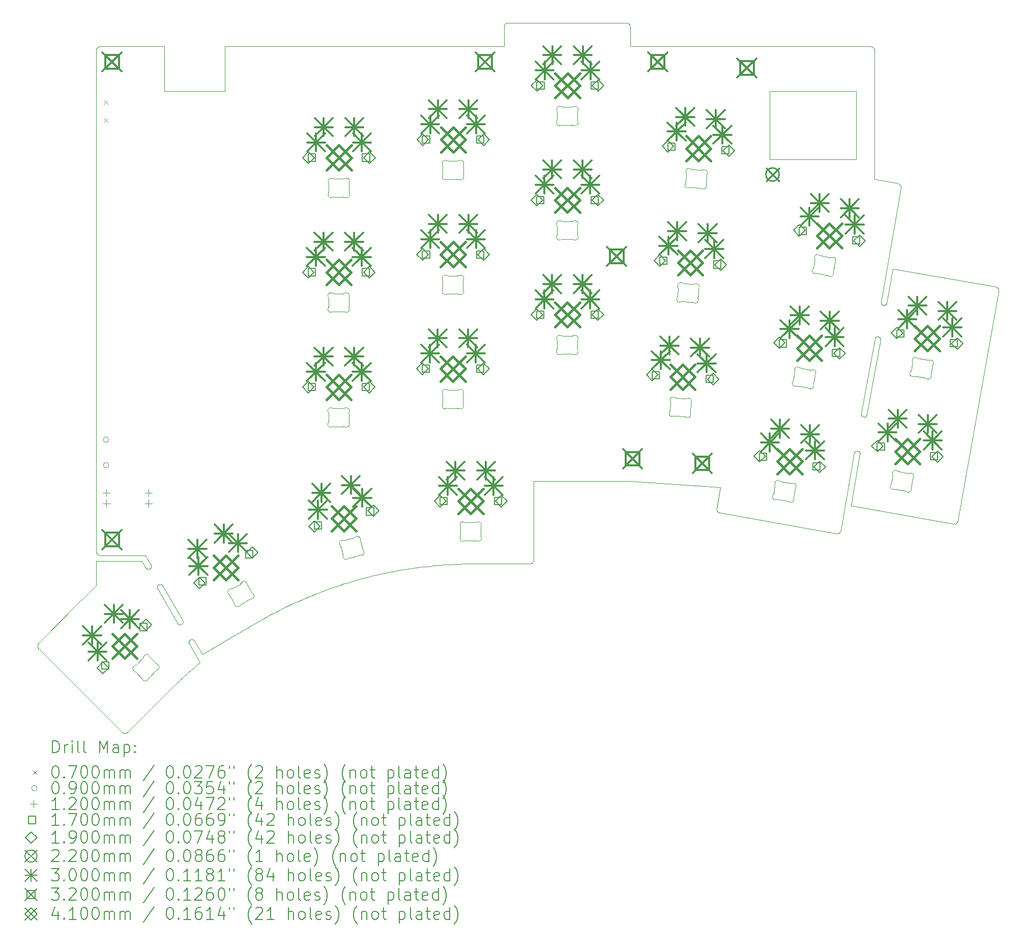
<source format=gbr>
%TF.GenerationSoftware,KiCad,Pcbnew,8.0.4-8.0.4-0~ubuntu22.04.1*%
%TF.CreationDate,2024-08-09T18:51:16+02:00*%
%TF.ProjectId,klor1_4,6b6c6f72-315f-4342-9e6b-696361645f70,v1.4.0*%
%TF.SameCoordinates,Original*%
%TF.FileFunction,Drillmap*%
%TF.FilePolarity,Positive*%
%FSLAX45Y45*%
G04 Gerber Fmt 4.5, Leading zero omitted, Abs format (unit mm)*
G04 Created by KiCad (PCBNEW 8.0.4-8.0.4-0~ubuntu22.04.1) date 2024-08-09 18:51:16*
%MOMM*%
%LPD*%
G01*
G04 APERTURE LIST*
%ADD10C,0.010000*%
%ADD11C,0.100000*%
%ADD12C,0.200000*%
%ADD13C,0.120000*%
%ADD14C,0.170000*%
%ADD15C,0.190000*%
%ADD16C,0.220000*%
%ADD17C,0.300000*%
%ADD18C,0.320000*%
%ADD19C,0.410000*%
G04 APERTURE END LIST*
D10*
X9420513Y-14904833D02*
X9089081Y-14333642D01*
X21327375Y-9013104D02*
X21225914Y-9578216D01*
X9505134Y-14855471D02*
X9506394Y-14857484D01*
X9507531Y-14859554D01*
X9508546Y-14861676D01*
X9509438Y-14863844D01*
X9510209Y-14866054D01*
X9510859Y-14868300D01*
X9511389Y-14870577D01*
X9511800Y-14872880D01*
X9512092Y-14875203D01*
X9512266Y-14877542D01*
X9512322Y-14879891D01*
X9512261Y-14882245D01*
X9512085Y-14884599D01*
X9511792Y-14886949D01*
X9511385Y-14889287D01*
X9510864Y-14891611D01*
X9510228Y-14893913D01*
X9509480Y-14896190D01*
X9508620Y-14898436D01*
X9507648Y-14900646D01*
X9506564Y-14902814D01*
X9505371Y-14904936D01*
X9504067Y-14907006D01*
X9502655Y-14909020D01*
X9501134Y-14910971D01*
X9499505Y-14912855D01*
X9497769Y-14914667D01*
X9495927Y-14916402D01*
X9493979Y-14918054D01*
X9491925Y-14919618D01*
X9489767Y-14921089D01*
X9487505Y-14922462D01*
X21024150Y-7525187D02*
X21024150Y-5388510D01*
X9204500Y-6061951D02*
X9204500Y-5314467D01*
X15276983Y-13917589D02*
X15280597Y-13917497D01*
X15284166Y-13917223D01*
X15287685Y-13916773D01*
X15291148Y-13916150D01*
X15294552Y-13915359D01*
X15297893Y-13914405D01*
X15301164Y-13913292D01*
X15304363Y-13912025D01*
X15307485Y-13910608D01*
X15310524Y-13909045D01*
X15313477Y-13907342D01*
X15316339Y-13905503D01*
X15319105Y-13903532D01*
X15321771Y-13901434D01*
X15324333Y-13899213D01*
X15326785Y-13896875D01*
X15329124Y-13894422D01*
X15331345Y-13891860D01*
X15333443Y-13889194D01*
X15335414Y-13886428D01*
X15337253Y-13883566D01*
X15338956Y-13880613D01*
X15340519Y-13877574D01*
X15341936Y-13874452D01*
X15343203Y-13871253D01*
X15344316Y-13867982D01*
X15345270Y-13864641D01*
X15346061Y-13861237D01*
X15346684Y-13857774D01*
X15347134Y-13854255D01*
X15347408Y-13850686D01*
X15347500Y-13847072D01*
X23083258Y-9390372D02*
X23084468Y-9386758D01*
X23085455Y-9383187D01*
X23086225Y-9379665D01*
X23086784Y-9376193D01*
X23087136Y-9372776D01*
X23087287Y-9369416D01*
X23087241Y-9366117D01*
X23087004Y-9362882D01*
X23086582Y-9359714D01*
X23085978Y-9356616D01*
X23085199Y-9353592D01*
X23084250Y-9350645D01*
X23083135Y-9347777D01*
X23081860Y-9344993D01*
X23080430Y-9342296D01*
X23078851Y-9339688D01*
X23077127Y-9337173D01*
X23075263Y-9334755D01*
X23073265Y-9332436D01*
X23071138Y-9330219D01*
X23068887Y-9328109D01*
X23066517Y-9326107D01*
X23064034Y-9324218D01*
X23061442Y-9322444D01*
X23058747Y-9320790D01*
X23055953Y-9319257D01*
X23053067Y-9317849D01*
X23050093Y-9316570D01*
X23047036Y-9315423D01*
X23043902Y-9314410D01*
X23040696Y-9313536D01*
X23037422Y-9312803D01*
X14853878Y-5314467D02*
X10210308Y-5314467D01*
X10517059Y-15028238D02*
X10524010Y-15023621D01*
X10530982Y-15019024D01*
X10537973Y-15014448D01*
X10544983Y-15009893D01*
X10552011Y-15005358D01*
X10559057Y-15000844D01*
X10566119Y-14996350D01*
X10573197Y-14991877D01*
X10580291Y-14987425D01*
X10587400Y-14982994D01*
X10594522Y-14978583D01*
X10601659Y-14974193D01*
X10608808Y-14969824D01*
X10615970Y-14965475D01*
X10623143Y-14961147D01*
X10630327Y-14956839D01*
X10637522Y-14952552D01*
X10644726Y-14948286D01*
X10651939Y-14944041D01*
X10659161Y-14939816D01*
X10666390Y-14935612D01*
X10673627Y-14931428D01*
X10680870Y-14927265D01*
X10688118Y-14923123D01*
X10695372Y-14919001D01*
X10702631Y-14914901D01*
X10709893Y-14910820D01*
X10717159Y-14906761D01*
X10724427Y-14902722D01*
X10731697Y-14898704D01*
X10738968Y-14894706D01*
X10746240Y-14890729D01*
X21408470Y-7592179D02*
X21024150Y-7525187D01*
X20739500Y-12042000D02*
X20742113Y-12042402D01*
X20744662Y-12042943D01*
X20747144Y-12043619D01*
X20749557Y-12044424D01*
X20751898Y-12045353D01*
X20754166Y-12046400D01*
X20756357Y-12047562D01*
X20758471Y-12048831D01*
X20760503Y-12050204D01*
X20762452Y-12051675D01*
X20764315Y-12053239D01*
X20766091Y-12054891D01*
X20767776Y-12056626D01*
X20769369Y-12058438D01*
X20770866Y-12060322D01*
X20772266Y-12062274D01*
X20773567Y-12064287D01*
X20774765Y-12066357D01*
X20775859Y-12068479D01*
X20776846Y-12070648D01*
X20777724Y-12072857D01*
X20778490Y-12075103D01*
X20779143Y-12077380D01*
X20779679Y-12079683D01*
X20780096Y-12082006D01*
X20780393Y-12084345D01*
X20780566Y-12086694D01*
X20780614Y-12089048D01*
X20780533Y-12091403D01*
X20780322Y-12093752D01*
X20779979Y-12096090D01*
X20779500Y-12098414D01*
X8137096Y-5314467D02*
X8133161Y-5314559D01*
X8129292Y-5314833D01*
X8125493Y-5315283D01*
X8121767Y-5315906D01*
X8118119Y-5316697D01*
X8114552Y-5317651D01*
X8111070Y-5318764D01*
X8107678Y-5320031D01*
X8104378Y-5321448D01*
X8101175Y-5323011D01*
X8098073Y-5324714D01*
X8095075Y-5326553D01*
X8092186Y-5328524D01*
X8089409Y-5330622D01*
X8086749Y-5332843D01*
X8084208Y-5335182D01*
X8081792Y-5337634D01*
X8079503Y-5340196D01*
X8077346Y-5342862D01*
X8075325Y-5345628D01*
X8073443Y-5348490D01*
X8071704Y-5351443D01*
X8070113Y-5354483D01*
X8068673Y-5357604D01*
X8067387Y-5360803D01*
X8066261Y-5364075D01*
X8065297Y-5367415D01*
X8064499Y-5370819D01*
X8063873Y-5374283D01*
X8063420Y-5377801D01*
X8063146Y-5381370D01*
X8063053Y-5384985D01*
X9204500Y-5314467D02*
X8228769Y-5314467D01*
X9279478Y-16029585D02*
X9295035Y-16014070D01*
X9310633Y-15998597D01*
X9326272Y-15983166D01*
X9341952Y-15967779D01*
X9357674Y-15952436D01*
X9373437Y-15937137D01*
X9389242Y-15921883D01*
X9405087Y-15906675D01*
X9420974Y-15891514D01*
X9436903Y-15876400D01*
X9452873Y-15861334D01*
X9468884Y-15846316D01*
X9484936Y-15831347D01*
X9501030Y-15816427D01*
X9517165Y-15801559D01*
X9533341Y-15786741D01*
X9549559Y-15771975D01*
X9565817Y-15757261D01*
X9582118Y-15742600D01*
X9598459Y-15727992D01*
X9614842Y-15713439D01*
X9631266Y-15698941D01*
X9647732Y-15684498D01*
X9664239Y-15670112D01*
X9680787Y-15655782D01*
X9697377Y-15641510D01*
X9714007Y-15627295D01*
X9730680Y-15613140D01*
X9747393Y-15599044D01*
X9764148Y-15585008D01*
X9780944Y-15571032D01*
X9797781Y-15557119D01*
X8496735Y-16717130D02*
X8499420Y-16719691D01*
X8502182Y-16722088D01*
X8505017Y-16724319D01*
X8507919Y-16726385D01*
X8510883Y-16728286D01*
X8513903Y-16730021D01*
X8516975Y-16731591D01*
X8520094Y-16732996D01*
X8523254Y-16734236D01*
X8526450Y-16735310D01*
X8529678Y-16736219D01*
X8532931Y-16736963D01*
X8536204Y-16737541D01*
X8539493Y-16737954D01*
X8542793Y-16738202D01*
X8546097Y-16738285D01*
X8549402Y-16738202D01*
X8552702Y-16737954D01*
X8555991Y-16737541D01*
X8559264Y-16736963D01*
X8562517Y-16736219D01*
X8565745Y-16735310D01*
X8568941Y-16734236D01*
X8572101Y-16732996D01*
X8575219Y-16731591D01*
X8578292Y-16730021D01*
X8581312Y-16728286D01*
X8584276Y-16726385D01*
X8587178Y-16724319D01*
X8590012Y-16722088D01*
X8592775Y-16719691D01*
X8595460Y-16717130D01*
X9840092Y-15419610D02*
X10517059Y-15028238D01*
X9617962Y-15246842D02*
X9616701Y-15244518D01*
X9615564Y-15242177D01*
X9614550Y-15239822D01*
X9613658Y-15237456D01*
X9612887Y-15235082D01*
X9612237Y-15232703D01*
X9611706Y-15230323D01*
X9611296Y-15227945D01*
X9611004Y-15225573D01*
X9610830Y-15223208D01*
X9610774Y-15220856D01*
X9610834Y-15218518D01*
X9611011Y-15216198D01*
X9611303Y-15213900D01*
X9611711Y-15211626D01*
X9612232Y-15209379D01*
X9612867Y-15207164D01*
X9613616Y-15204983D01*
X9614476Y-15202840D01*
X9615448Y-15200737D01*
X9616531Y-15198678D01*
X9617725Y-15196666D01*
X9619028Y-15194705D01*
X9620441Y-15192797D01*
X9621962Y-15190946D01*
X9623591Y-15189155D01*
X9625327Y-15187427D01*
X9627169Y-15185766D01*
X9629117Y-15184174D01*
X9631171Y-15182656D01*
X9633329Y-15181213D01*
X9635591Y-15179850D01*
X20884086Y-10947785D02*
X21026086Y-10179785D01*
X16944719Y-12542500D02*
X18453791Y-12648276D01*
X21461358Y-7669748D02*
X21461917Y-7666443D01*
X21462275Y-7663144D01*
X21462438Y-7659855D01*
X21462412Y-7656581D01*
X21462202Y-7653328D01*
X21461815Y-7650101D01*
X21461256Y-7646905D01*
X21460532Y-7643745D01*
X21459647Y-7640626D01*
X21458608Y-7637554D01*
X21457420Y-7634533D01*
X21456090Y-7631569D01*
X21454623Y-7628668D01*
X21453025Y-7625833D01*
X21451301Y-7623071D01*
X21449458Y-7620386D01*
X21447502Y-7617784D01*
X21445437Y-7615269D01*
X21443271Y-7612848D01*
X21441009Y-7610524D01*
X21438656Y-7608304D01*
X21436218Y-7606193D01*
X21433702Y-7604195D01*
X21431113Y-7602316D01*
X21428456Y-7600560D01*
X21425739Y-7598934D01*
X21422965Y-7597443D01*
X21420143Y-7596090D01*
X21417276Y-7594883D01*
X21414371Y-7593825D01*
X21411434Y-7592922D01*
X21408470Y-7592179D01*
X21121285Y-10197414D02*
X20979285Y-10965414D01*
X8831693Y-13875279D02*
X8066579Y-13875279D01*
X9797781Y-15557119D02*
X9617962Y-15246842D01*
X9702583Y-15197480D02*
X9703776Y-15199548D01*
X9705215Y-15202041D01*
X9707169Y-15205427D01*
X9709604Y-15209644D01*
X9712484Y-15214632D01*
X9715774Y-15220331D01*
X9719441Y-15226678D01*
X9723448Y-15233615D01*
X9727761Y-15241080D01*
X9732346Y-15249012D01*
X9737166Y-15257351D01*
X9742189Y-15266036D01*
X9747377Y-15275006D01*
X9752698Y-15284201D01*
X9758115Y-15293560D01*
X9763594Y-15303022D01*
X9769101Y-15312527D01*
X9774599Y-15322014D01*
X9780055Y-15331422D01*
X9785434Y-15340690D01*
X9790700Y-15349758D01*
X9795819Y-15358566D01*
X9800756Y-15367052D01*
X9805476Y-15375156D01*
X9809944Y-15382817D01*
X9814126Y-15389974D01*
X9817986Y-15396567D01*
X9821490Y-15402536D01*
X9824602Y-15407818D01*
X9827289Y-15412354D01*
X9829514Y-15416084D01*
X20950107Y-5314467D02*
X20854909Y-5314467D01*
X21169500Y-9617000D02*
X21166887Y-9616598D01*
X21164339Y-9616057D01*
X21161857Y-9615381D01*
X21159446Y-9614576D01*
X21157106Y-9613647D01*
X21154842Y-9612600D01*
X21152655Y-9611438D01*
X21150548Y-9610169D01*
X21148524Y-9608796D01*
X21146585Y-9607325D01*
X21144734Y-9605760D01*
X21142973Y-9604109D01*
X21141305Y-9602374D01*
X21139733Y-9600562D01*
X21138259Y-9598678D01*
X21136886Y-9596726D01*
X21135616Y-9594713D01*
X21134451Y-9592643D01*
X21133396Y-9590521D01*
X21132451Y-9588352D01*
X21131620Y-9586143D01*
X21130905Y-9583897D01*
X21130309Y-9581620D01*
X21129834Y-9579317D01*
X21129483Y-9576994D01*
X21129259Y-9574655D01*
X21129164Y-9572306D01*
X21129200Y-9569952D01*
X21129371Y-9567597D01*
X21129679Y-9565248D01*
X21130126Y-9562909D01*
X21130716Y-9560586D01*
X8063053Y-13706037D02*
X8063146Y-13709652D01*
X8063419Y-13713220D01*
X8063870Y-13716739D01*
X8064493Y-13720202D01*
X8065283Y-13723606D01*
X8066237Y-13726947D01*
X8067350Y-13730219D01*
X8068618Y-13733417D01*
X8070035Y-13736539D01*
X8071597Y-13739578D01*
X8073300Y-13742531D01*
X8075139Y-13745393D01*
X8077110Y-13748159D01*
X8079208Y-13750826D01*
X8081429Y-13753387D01*
X8083768Y-13755840D01*
X8086220Y-13758179D01*
X8088782Y-13760400D01*
X8091448Y-13762498D01*
X8094214Y-13764469D01*
X8097076Y-13766308D01*
X8100029Y-13768011D01*
X8103069Y-13769573D01*
X8106190Y-13770990D01*
X8109389Y-13772257D01*
X8112661Y-13773370D01*
X8116001Y-13774324D01*
X8119405Y-13775115D01*
X8122869Y-13775738D01*
X8126387Y-13776189D01*
X8129956Y-13776462D01*
X8133571Y-13776554D01*
X8063053Y-5384985D02*
X8063053Y-13706037D01*
X9089081Y-14333642D02*
X9087821Y-14331318D01*
X9086684Y-14328977D01*
X9085670Y-14326622D01*
X9084777Y-14324256D01*
X9084006Y-14321882D01*
X9083356Y-14319503D01*
X9082826Y-14317123D01*
X9082415Y-14314745D01*
X9082123Y-14312373D01*
X9081950Y-14310008D01*
X9081893Y-14307656D01*
X9081954Y-14305318D01*
X9082131Y-14302998D01*
X9082423Y-14300699D01*
X9082830Y-14298426D01*
X9083352Y-14296179D01*
X9083987Y-14293964D01*
X9084735Y-14291783D01*
X9085596Y-14289640D01*
X9086568Y-14287537D01*
X9087651Y-14285478D01*
X9088845Y-14283466D01*
X9090148Y-14281505D01*
X9091561Y-14279597D01*
X9093082Y-14277746D01*
X9094710Y-14275955D01*
X9096446Y-14274227D01*
X9098289Y-14272566D01*
X9100237Y-14270974D01*
X9102291Y-14269455D01*
X9104449Y-14268013D01*
X9106711Y-14266650D01*
X7798613Y-14545194D02*
X7111068Y-15232739D01*
X14853878Y-4986561D02*
X14853878Y-5314467D01*
X18393851Y-12997337D02*
X18393603Y-13000632D01*
X18393516Y-13003902D01*
X18393586Y-13007143D01*
X18393810Y-13010353D01*
X18394184Y-13013526D01*
X18394704Y-13016659D01*
X18395365Y-13019748D01*
X18396165Y-13022790D01*
X18397099Y-13025779D01*
X18398164Y-13028714D01*
X18399355Y-13031588D01*
X18400669Y-13034400D01*
X18402102Y-13037145D01*
X18403649Y-13039818D01*
X18405308Y-13042417D01*
X18407073Y-13044936D01*
X18408943Y-13047373D01*
X18410911Y-13049724D01*
X18412975Y-13051984D01*
X18415131Y-13054150D01*
X18417374Y-13056218D01*
X18419702Y-13058184D01*
X18422109Y-13060044D01*
X18424593Y-13061794D01*
X18427149Y-13063431D01*
X18429773Y-13064950D01*
X18432462Y-13066348D01*
X18435212Y-13067620D01*
X18438018Y-13068764D01*
X18440877Y-13069774D01*
X18443786Y-13070648D01*
X18446740Y-13071380D01*
X16955297Y-5314467D02*
X16955297Y-4986561D01*
D11*
X19280000Y-6055000D02*
X20720000Y-6055000D01*
X20720000Y-7195000D01*
X19280000Y-7195000D01*
X19280000Y-6055000D01*
D10*
X20802716Y-11416586D02*
X20884086Y-10947785D01*
X8595460Y-16717130D02*
X9279478Y-16029585D01*
X21024150Y-5388510D02*
X21024058Y-5384585D01*
X21023784Y-5380745D01*
X21023331Y-5376991D01*
X21022704Y-5373326D01*
X21021907Y-5369751D01*
X21020943Y-5366268D01*
X21019816Y-5362880D01*
X21018531Y-5359587D01*
X21017091Y-5356393D01*
X21015499Y-5353299D01*
X21013761Y-5350307D01*
X21011879Y-5347419D01*
X21009857Y-5344637D01*
X21007700Y-5341962D01*
X21005412Y-5339398D01*
X21002995Y-5336945D01*
X21000455Y-5334605D01*
X20997794Y-5332381D01*
X20995017Y-5330275D01*
X20992128Y-5328288D01*
X20989131Y-5326423D01*
X20986029Y-5324681D01*
X20982826Y-5323064D01*
X20979526Y-5321574D01*
X20976133Y-5320213D01*
X20972652Y-5318984D01*
X20969085Y-5317887D01*
X20965436Y-5316926D01*
X20961711Y-5316101D01*
X20957911Y-5315415D01*
X20954042Y-5314870D01*
X20950107Y-5314467D01*
X20460011Y-13360502D02*
X20683086Y-12080784D01*
X9487505Y-14922462D02*
X9485181Y-14923722D01*
X9482840Y-14924859D01*
X9480485Y-14925874D01*
X9478118Y-14926766D01*
X9475744Y-14927537D01*
X9473366Y-14928187D01*
X9470986Y-14928717D01*
X9468608Y-14929128D01*
X9466236Y-14929420D01*
X9463871Y-14929594D01*
X9461518Y-14929650D01*
X9459181Y-14929589D01*
X9456861Y-14929413D01*
X9454562Y-14929120D01*
X9452288Y-14928713D01*
X9450042Y-14928191D01*
X9447827Y-14927556D01*
X9445646Y-14926808D01*
X9443503Y-14925948D01*
X9441400Y-14924975D01*
X9439341Y-14923892D01*
X9437329Y-14922699D01*
X9435368Y-14921395D01*
X9433460Y-14919983D01*
X9431609Y-14918462D01*
X9429818Y-14916833D01*
X9428090Y-14915097D01*
X9426429Y-14913255D01*
X9424837Y-14911306D01*
X9423318Y-14909253D01*
X9421876Y-14907095D01*
X9420513Y-14904833D01*
X10210308Y-5314467D02*
X10210308Y-6061951D01*
X15347500Y-12542500D02*
X16944719Y-12542500D01*
X14296791Y-13917589D02*
X15276983Y-13917589D01*
X21026086Y-10179785D02*
X21026488Y-10177172D01*
X21027030Y-10174623D01*
X21027705Y-10172142D01*
X21028510Y-10169730D01*
X21029439Y-10167391D01*
X21030487Y-10165127D01*
X21031648Y-10162940D01*
X21032917Y-10160833D01*
X21034290Y-10158809D01*
X21035762Y-10156870D01*
X21037326Y-10155019D01*
X21038978Y-10153258D01*
X21040712Y-10151590D01*
X21042524Y-10150018D01*
X21044408Y-10148544D01*
X21046360Y-10147170D01*
X21048373Y-10145900D01*
X21050443Y-10144736D01*
X21052565Y-10143680D01*
X21054734Y-10142735D01*
X21056943Y-10141904D01*
X21059189Y-10141189D01*
X21061466Y-10140593D01*
X21063769Y-10140119D01*
X21066092Y-10139768D01*
X21068431Y-10139544D01*
X21070780Y-10139448D01*
X21073134Y-10139485D01*
X21075489Y-10139656D01*
X21077838Y-10139964D01*
X21080177Y-10140411D01*
X21082500Y-10141000D01*
X22409817Y-13198312D02*
X23083258Y-9390372D01*
X9635591Y-15179850D02*
X9637915Y-15178590D01*
X9640256Y-15177453D01*
X9642611Y-15176439D01*
X9644977Y-15175546D01*
X9647351Y-15174775D01*
X9649730Y-15174125D01*
X9652110Y-15173595D01*
X9654488Y-15173184D01*
X9656860Y-15172892D01*
X9659225Y-15172719D01*
X9661577Y-15172662D01*
X9663915Y-15172723D01*
X9666235Y-15172900D01*
X9668533Y-15173192D01*
X9670807Y-15173599D01*
X9673054Y-15174121D01*
X9675269Y-15174756D01*
X9677450Y-15175504D01*
X9679593Y-15176365D01*
X9681696Y-15177337D01*
X9683755Y-15178420D01*
X9685767Y-15179614D01*
X9687728Y-15180917D01*
X9689636Y-15182330D01*
X9691487Y-15183851D01*
X9693278Y-15185479D01*
X9695006Y-15187215D01*
X9696667Y-15189058D01*
X9698259Y-15191006D01*
X9699777Y-15193060D01*
X9701220Y-15195218D01*
X9702583Y-15197480D01*
X21401418Y-8011757D02*
X21461358Y-7669748D01*
X18446740Y-13071380D02*
X20382442Y-13413390D01*
X20382442Y-13413390D02*
X20385747Y-13413958D01*
X20389046Y-13414345D01*
X20392335Y-13414554D01*
X20395609Y-13414588D01*
X20398862Y-13414452D01*
X20402089Y-13414149D01*
X20405285Y-13413683D01*
X20408445Y-13413059D01*
X20411564Y-13412280D01*
X20414636Y-13411350D01*
X20417657Y-13410272D01*
X20420621Y-13409051D01*
X20423522Y-13407691D01*
X20426357Y-13406195D01*
X20429119Y-13404567D01*
X20431804Y-13402812D01*
X20434406Y-13400933D01*
X20436921Y-13398933D01*
X20439342Y-13396818D01*
X20441666Y-13394590D01*
X20443886Y-13392253D01*
X20445997Y-13389812D01*
X20447995Y-13387270D01*
X20449874Y-13384632D01*
X20451629Y-13381900D01*
X20453256Y-13379080D01*
X20454747Y-13376174D01*
X20456100Y-13373186D01*
X20457307Y-13370122D01*
X20458365Y-13366983D01*
X20459268Y-13363775D01*
X20460011Y-13360502D01*
X14920870Y-4919570D02*
X14917575Y-4919662D01*
X14914307Y-4919935D01*
X14911069Y-4920383D01*
X14907868Y-4921002D01*
X14904708Y-4921786D01*
X14901594Y-4922731D01*
X14898533Y-4923830D01*
X14895527Y-4925079D01*
X14892584Y-4926473D01*
X14889708Y-4928006D01*
X14886905Y-4929673D01*
X14884179Y-4931470D01*
X14881535Y-4933390D01*
X14878979Y-4935429D01*
X14876517Y-4937582D01*
X14874152Y-4939843D01*
X14871891Y-4942208D01*
X14869738Y-4944671D01*
X14867698Y-4947227D01*
X14865778Y-4949870D01*
X14863981Y-4952596D01*
X14862314Y-4955400D01*
X14860781Y-4958276D01*
X14859387Y-4961219D01*
X14858138Y-4964224D01*
X14857039Y-4967286D01*
X14856095Y-4970400D01*
X14855311Y-4973560D01*
X14854692Y-4976761D01*
X14854243Y-4979998D01*
X14853970Y-4983267D01*
X14853878Y-4986561D01*
X23037422Y-9312803D02*
X21327375Y-9013104D01*
X7111068Y-15232739D02*
X7108507Y-15235423D01*
X7106110Y-15238186D01*
X7103879Y-15241020D01*
X7101813Y-15243922D01*
X7099912Y-15246886D01*
X7098177Y-15249906D01*
X7096607Y-15252979D01*
X7095202Y-15256097D01*
X7093962Y-15259257D01*
X7092888Y-15262454D01*
X7091979Y-15265681D01*
X7091235Y-15268934D01*
X7090657Y-15272207D01*
X7090244Y-15275497D01*
X7089996Y-15278796D01*
X7089913Y-15282101D01*
X7089996Y-15285405D01*
X7090244Y-15288705D01*
X7090657Y-15291994D01*
X7091235Y-15295268D01*
X7091979Y-15298521D01*
X7092888Y-15301748D01*
X7093962Y-15304944D01*
X7095202Y-15308104D01*
X7096607Y-15311223D01*
X7098177Y-15314295D01*
X7099912Y-15317315D01*
X7101813Y-15320279D01*
X7103879Y-15323181D01*
X7106110Y-15326016D01*
X7108507Y-15328778D01*
X7111068Y-15331463D01*
X8958624Y-13998684D02*
X8956301Y-13999944D01*
X8953960Y-14001081D01*
X8951604Y-14002096D01*
X8949238Y-14002988D01*
X8946864Y-14003759D01*
X8944486Y-14004409D01*
X8942106Y-14004939D01*
X8939728Y-14005350D01*
X8937355Y-14005642D01*
X8934991Y-14005816D01*
X8932638Y-14005872D01*
X8930300Y-14005812D01*
X8927980Y-14005635D01*
X8925682Y-14005342D01*
X8923408Y-14004935D01*
X8921162Y-14004414D01*
X8918947Y-14003778D01*
X8916766Y-14003030D01*
X8914622Y-14002170D01*
X8912519Y-14001198D01*
X8910460Y-14000114D01*
X8908449Y-13998921D01*
X8906487Y-13997617D01*
X8904579Y-13996205D01*
X8902728Y-13994684D01*
X8900937Y-13993055D01*
X8899209Y-13991319D01*
X8897548Y-13989477D01*
X8895957Y-13987529D01*
X8894438Y-13985475D01*
X8892996Y-13983317D01*
X8891633Y-13981055D01*
X8884581Y-13776554D02*
X8976254Y-13931693D01*
X8891633Y-13981055D02*
X8831693Y-13875279D01*
X10746240Y-14890729D02*
X10798258Y-14860867D01*
X10850511Y-14831442D01*
X10902984Y-14802459D01*
X10955664Y-14773921D01*
X11008538Y-14745833D01*
X11061593Y-14718197D01*
X11114814Y-14691019D01*
X11168187Y-14664302D01*
X11221701Y-14638050D01*
X11275340Y-14612266D01*
X11329091Y-14586955D01*
X11382942Y-14562121D01*
X11436877Y-14537767D01*
X11490885Y-14513897D01*
X11544950Y-14490515D01*
X11599060Y-14467625D01*
X11653201Y-14445231D01*
X11707359Y-14423336D01*
X11761521Y-14401945D01*
X11815673Y-14381062D01*
X11869803Y-14360690D01*
X11923895Y-14340833D01*
X11977937Y-14321495D01*
X12031915Y-14302680D01*
X12085816Y-14284392D01*
X12139626Y-14266635D01*
X12193331Y-14249412D01*
X12246918Y-14232727D01*
X12300373Y-14216585D01*
X12353683Y-14200989D01*
X12406834Y-14185944D01*
X12459813Y-14171452D01*
X20683086Y-12080784D02*
X20683488Y-12078171D01*
X20684030Y-12075623D01*
X20684705Y-12073142D01*
X20685510Y-12070730D01*
X20686439Y-12068391D01*
X20687487Y-12066127D01*
X20688648Y-12063940D01*
X20689917Y-12061833D01*
X20691290Y-12059809D01*
X20692762Y-12057870D01*
X20694326Y-12056019D01*
X20695978Y-12054258D01*
X20697712Y-12052590D01*
X20699524Y-12051018D01*
X20701408Y-12049544D01*
X20703360Y-12048170D01*
X20705373Y-12046900D01*
X20707444Y-12045736D01*
X20709565Y-12044680D01*
X20711734Y-12043735D01*
X20713943Y-12042904D01*
X20716189Y-12042189D01*
X20718466Y-12041593D01*
X20720769Y-12041118D01*
X20723092Y-12040768D01*
X20725431Y-12040543D01*
X20727780Y-12040448D01*
X20730134Y-12040485D01*
X20732489Y-12040656D01*
X20734838Y-12040963D01*
X20737177Y-12041411D01*
X20739500Y-12042000D01*
X12459813Y-14171452D02*
X12517699Y-14156153D01*
X12575657Y-14141330D01*
X12633677Y-14126982D01*
X12691749Y-14113109D01*
X12749862Y-14099712D01*
X12808006Y-14086789D01*
X12866171Y-14074342D01*
X12924346Y-14062370D01*
X12982521Y-14050873D01*
X13040686Y-14039851D01*
X13098830Y-14029305D01*
X13156943Y-14019233D01*
X13215015Y-14009637D01*
X13273035Y-14000516D01*
X13330993Y-13991870D01*
X13388879Y-13983699D01*
X13446683Y-13976004D01*
X13504393Y-13968783D01*
X13562000Y-13962038D01*
X13619493Y-13955768D01*
X13676863Y-13949973D01*
X13734098Y-13944653D01*
X13791188Y-13939808D01*
X13848124Y-13935439D01*
X13904894Y-13931545D01*
X13961489Y-13928125D01*
X14017898Y-13925181D01*
X14074110Y-13922713D01*
X14130116Y-13920719D01*
X14185905Y-13919200D01*
X14241467Y-13918157D01*
X14296791Y-13917589D01*
X20979285Y-10965414D02*
X20897914Y-11434215D01*
X8066579Y-13875279D02*
X8066579Y-14280754D01*
X8228769Y-5314467D02*
X8137096Y-5314467D01*
X7111068Y-15331463D02*
X8496735Y-16717130D01*
X21130716Y-9560586D02*
X21401418Y-8011757D01*
X9106711Y-14266650D02*
X9109034Y-14265390D01*
X9111376Y-14264253D01*
X9113731Y-14263238D01*
X9116097Y-14262346D01*
X9118471Y-14261575D01*
X9120850Y-14260925D01*
X9123229Y-14260395D01*
X9125607Y-14259984D01*
X9127980Y-14259692D01*
X9130344Y-14259518D01*
X9132697Y-14259462D01*
X9135035Y-14259523D01*
X9137355Y-14259699D01*
X9139653Y-14259992D01*
X9141927Y-14260399D01*
X9144173Y-14260921D01*
X9146388Y-14261556D01*
X9148569Y-14262304D01*
X9150713Y-14263164D01*
X9152816Y-14264137D01*
X9154874Y-14265220D01*
X9156886Y-14266413D01*
X9158848Y-14267717D01*
X9160756Y-14269129D01*
X9162607Y-14270650D01*
X9164398Y-14272279D01*
X9166125Y-14274015D01*
X9167787Y-14275857D01*
X9169378Y-14277806D01*
X9170897Y-14279859D01*
X9172339Y-14282017D01*
X9173702Y-14284280D01*
X16955297Y-4986561D02*
X16955205Y-4983267D01*
X16954932Y-4979998D01*
X16954483Y-4976761D01*
X16953864Y-4973560D01*
X16953080Y-4970400D01*
X16952136Y-4967286D01*
X16951037Y-4964224D01*
X16949788Y-4961219D01*
X16948394Y-4958276D01*
X16946861Y-4955400D01*
X16945193Y-4952596D01*
X16943397Y-4949870D01*
X16941477Y-4947227D01*
X16939437Y-4944671D01*
X16937284Y-4942208D01*
X16935023Y-4939843D01*
X16932658Y-4937582D01*
X16930196Y-4935429D01*
X16927640Y-4933390D01*
X16924996Y-4931470D01*
X16922270Y-4929673D01*
X16919466Y-4928006D01*
X16916591Y-4926473D01*
X16913647Y-4925079D01*
X16910642Y-4923830D01*
X16907580Y-4922731D01*
X16904467Y-4921786D01*
X16901307Y-4921002D01*
X16898105Y-4920383D01*
X16894868Y-4919935D01*
X16891599Y-4919662D01*
X16888305Y-4919570D01*
X20897914Y-11434215D02*
X20897512Y-11436828D01*
X20896970Y-11439377D01*
X20896295Y-11441858D01*
X20895490Y-11444269D01*
X20894561Y-11446609D01*
X20893513Y-11448873D01*
X20892352Y-11451060D01*
X20891083Y-11453167D01*
X20889710Y-11455191D01*
X20888238Y-11457130D01*
X20886674Y-11458981D01*
X20885022Y-11460742D01*
X20883288Y-11462410D01*
X20881476Y-11463982D01*
X20879592Y-11465456D01*
X20877640Y-11466829D01*
X20875627Y-11468100D01*
X20873557Y-11469264D01*
X20871435Y-11470320D01*
X20869266Y-11471264D01*
X20867057Y-11472096D01*
X20864811Y-11472810D01*
X20862534Y-11473407D01*
X20860231Y-11473881D01*
X20857908Y-11474232D01*
X20855569Y-11474456D01*
X20853220Y-11474551D01*
X20850866Y-11474515D01*
X20848511Y-11474344D01*
X20846162Y-11474036D01*
X20843823Y-11473589D01*
X20841500Y-11473000D01*
X22332248Y-13254726D02*
X22335863Y-13255294D01*
X22339433Y-13255680D01*
X22342956Y-13255887D01*
X22346427Y-13255917D01*
X22349844Y-13255774D01*
X22353204Y-13255462D01*
X22356503Y-13254983D01*
X22359739Y-13254340D01*
X22362907Y-13253537D01*
X22366005Y-13252578D01*
X22369029Y-13251465D01*
X22371976Y-13250201D01*
X22374843Y-13248790D01*
X22377627Y-13247236D01*
X22380325Y-13245540D01*
X22382932Y-13243707D01*
X22385447Y-13241740D01*
X22387866Y-13239642D01*
X22390185Y-13237416D01*
X22392401Y-13235065D01*
X22394512Y-13232593D01*
X22396513Y-13230002D01*
X22398402Y-13227297D01*
X22400176Y-13224480D01*
X22401831Y-13221555D01*
X22403364Y-13218524D01*
X22404771Y-13215392D01*
X22406050Y-13212160D01*
X22407197Y-13208834D01*
X22408210Y-13205414D01*
X22409084Y-13201906D01*
X22409817Y-13198312D01*
X9173702Y-14284280D02*
X9505134Y-14855471D01*
X21082500Y-10141000D02*
X21084793Y-10141402D01*
X21087042Y-10141943D01*
X21089244Y-10142619D01*
X21091397Y-10143424D01*
X21093499Y-10144353D01*
X21095546Y-10145400D01*
X21097537Y-10146562D01*
X21099468Y-10147831D01*
X21101338Y-10149204D01*
X21103142Y-10150675D01*
X21104880Y-10152240D01*
X21106548Y-10153891D01*
X21108143Y-10155626D01*
X21109664Y-10157438D01*
X21111107Y-10159322D01*
X21112470Y-10161274D01*
X21113750Y-10163287D01*
X21114946Y-10165357D01*
X21116053Y-10167479D01*
X21117070Y-10169648D01*
X21117994Y-10171857D01*
X21118823Y-10174103D01*
X21119553Y-10176380D01*
X21120183Y-10178683D01*
X21120709Y-10181006D01*
X21121130Y-10183345D01*
X21121442Y-10185694D01*
X21121643Y-10188048D01*
X21121730Y-10190403D01*
X21121701Y-10192752D01*
X21121554Y-10195091D01*
X21121285Y-10197414D01*
X8066579Y-14280754D02*
X8057985Y-14288707D01*
X8049392Y-14296700D01*
X8040802Y-14304731D01*
X8032216Y-14312796D01*
X8023634Y-14320896D01*
X8015060Y-14329027D01*
X8006493Y-14337188D01*
X7997935Y-14345376D01*
X7989387Y-14353591D01*
X7980851Y-14361829D01*
X7972328Y-14370089D01*
X7963819Y-14378369D01*
X7955326Y-14386668D01*
X7946849Y-14394982D01*
X7938391Y-14403311D01*
X7929952Y-14411652D01*
X7921533Y-14420003D01*
X7913137Y-14428362D01*
X7904763Y-14436729D01*
X7896414Y-14445099D01*
X7888092Y-14453472D01*
X7879796Y-14461846D01*
X7871528Y-14470219D01*
X7863291Y-14478588D01*
X7855084Y-14486952D01*
X7846909Y-14495309D01*
X7838769Y-14503657D01*
X7830662Y-14511994D01*
X7822593Y-14520318D01*
X7814560Y-14528628D01*
X7806567Y-14536920D01*
X7798613Y-14545194D01*
X20841500Y-11473000D02*
X20839197Y-11472598D01*
X20836920Y-11472056D01*
X20834672Y-11471381D01*
X20832458Y-11470576D01*
X20830283Y-11469647D01*
X20828152Y-11468599D01*
X20826068Y-11467438D01*
X20824036Y-11466169D01*
X20822061Y-11464796D01*
X20820148Y-11463324D01*
X20818300Y-11461760D01*
X20816523Y-11460108D01*
X20814821Y-11458374D01*
X20813198Y-11456562D01*
X20811659Y-11454678D01*
X20810208Y-11452726D01*
X20808850Y-11450713D01*
X20807590Y-11448642D01*
X20806432Y-11446521D01*
X20805381Y-11444352D01*
X20804440Y-11442142D01*
X20803615Y-11439897D01*
X20802910Y-11437620D01*
X20802330Y-11435317D01*
X20801879Y-11432994D01*
X20801561Y-11430655D01*
X20801382Y-11428306D01*
X20801345Y-11425952D01*
X20801456Y-11423597D01*
X20801718Y-11421248D01*
X20802136Y-11418909D01*
X20802716Y-11416586D01*
X20854909Y-5314467D02*
X16955297Y-5314467D01*
X10210308Y-6061951D02*
X9204500Y-6061951D01*
X8133571Y-13776554D02*
X8884581Y-13776554D01*
X20629253Y-12951501D02*
X22332248Y-13254726D01*
X16888305Y-4919570D02*
X14920870Y-4919570D01*
X15347500Y-13847072D02*
X15347500Y-12542500D01*
X8976254Y-13931693D02*
X8977514Y-13934016D01*
X8978651Y-13936357D01*
X8979665Y-13938713D01*
X8980558Y-13941079D01*
X8981329Y-13943453D01*
X8981979Y-13945831D01*
X8982509Y-13948211D01*
X8982920Y-13950589D01*
X8983212Y-13952962D01*
X8983385Y-13955326D01*
X8983442Y-13957679D01*
X8983381Y-13960017D01*
X8983204Y-13962336D01*
X8982912Y-13964635D01*
X8982505Y-13966909D01*
X8981983Y-13969155D01*
X8981348Y-13971370D01*
X8980600Y-13973551D01*
X8979739Y-13975695D01*
X8978767Y-13977797D01*
X8977684Y-13979856D01*
X8976490Y-13981868D01*
X8975187Y-13983830D01*
X8973774Y-13985738D01*
X8972254Y-13987589D01*
X8970625Y-13989380D01*
X8968889Y-13991107D01*
X8967046Y-13992769D01*
X8965098Y-13994360D01*
X8963045Y-13995879D01*
X8960886Y-13997321D01*
X8958624Y-13998684D01*
X20779500Y-12098414D02*
X20629253Y-12951501D01*
X9829514Y-15416084D02*
X9830506Y-15416985D01*
X9831497Y-15417718D01*
X9832489Y-15418300D01*
X9833481Y-15418749D01*
X9834472Y-15419081D01*
X9835464Y-15419314D01*
X9836456Y-15419466D01*
X9837778Y-15419573D01*
X9839100Y-15419607D01*
X9840092Y-15419610D01*
X18453791Y-12648276D02*
X18393851Y-12997337D01*
X21225914Y-9578216D02*
X21225512Y-9580828D01*
X21224970Y-9583377D01*
X21224295Y-9585858D01*
X21223490Y-9588270D01*
X21222561Y-9590609D01*
X21221513Y-9592873D01*
X21220352Y-9595060D01*
X21219083Y-9597167D01*
X21217710Y-9599191D01*
X21216238Y-9601130D01*
X21214674Y-9602981D01*
X21213022Y-9604742D01*
X21211288Y-9606410D01*
X21209476Y-9607982D01*
X21207592Y-9609456D01*
X21205640Y-9610830D01*
X21203627Y-9612100D01*
X21201557Y-9613264D01*
X21199435Y-9614320D01*
X21197266Y-9615265D01*
X21195057Y-9616096D01*
X21192811Y-9616811D01*
X21190534Y-9617407D01*
X21188231Y-9617881D01*
X21185908Y-9618232D01*
X21183569Y-9618456D01*
X21181220Y-9618552D01*
X21178866Y-9618515D01*
X21176511Y-9618344D01*
X21174162Y-9618036D01*
X21171823Y-9617589D01*
X21169500Y-9617000D01*
D11*
X8824730Y-15816747D02*
X8725333Y-15717350D01*
X8845350Y-15484598D02*
X8732997Y-15596951D01*
X9057482Y-15696730D02*
X8945129Y-15809083D01*
X9065146Y-15576331D02*
X8965749Y-15476934D01*
X8706498Y-15705513D02*
G75*
G02*
X8725333Y-15717350I-16522J-47194D01*
G01*
X8706498Y-15705514D02*
G75*
G02*
X8710330Y-15609958I16520J47192D01*
G01*
X8732997Y-15596951D02*
G75*
G02*
X8710330Y-15609958I-35356J35356D01*
G01*
X8824730Y-15816747D02*
G75*
G02*
X8836566Y-15835582I-35357J-35356D01*
G01*
X8858358Y-15461931D02*
G75*
G02*
X8845350Y-15484598I-48353J12683D01*
G01*
X8858358Y-15461931D02*
G75*
G02*
X8953913Y-15458099I48363J-12688D01*
G01*
X8932121Y-15831749D02*
G75*
G02*
X8836566Y-15835581I-48363J12689D01*
G01*
X8932121Y-15831749D02*
G75*
G02*
X8945129Y-15809083I48362J-12688D01*
G01*
X8965749Y-15476934D02*
G75*
G02*
X8953913Y-15458099I35350J35350D01*
G01*
X9057482Y-15696730D02*
G75*
G02*
X9080149Y-15683721I35365J-35368D01*
G01*
X9083981Y-15588167D02*
G75*
G02*
X9065146Y-15576331I16517J47186D01*
G01*
X9083981Y-15588167D02*
G75*
G02*
X9080149Y-15683722I-16521J-47192D01*
G01*
X14130307Y-13452568D02*
X14130307Y-13312000D01*
X14379753Y-13232284D02*
X14220862Y-13232284D01*
X14379753Y-13532284D02*
X14220862Y-13532284D01*
X14470307Y-13452568D02*
X14470307Y-13312000D01*
X14125359Y-13290312D02*
G75*
G02*
X14130307Y-13312000I-45054J-21689D01*
G01*
X14125359Y-13290312D02*
G75*
G02*
X14195636Y-13225454I45051J21688D01*
G01*
X14130307Y-13452569D02*
G75*
G02*
X14125359Y-13474256I-50003J1D01*
G01*
X14195636Y-13539114D02*
G75*
G02*
X14125359Y-13474256I-25226J43170D01*
G01*
X14195636Y-13539114D02*
G75*
G02*
X14220862Y-13532284I25225J-43168D01*
G01*
X14220862Y-13232284D02*
G75*
G02*
X14195636Y-13225454I0J50001D01*
G01*
X14379753Y-13532284D02*
G75*
G02*
X14404979Y-13539113I-3J-50016D01*
G01*
X14404978Y-13225454D02*
G75*
G02*
X14379753Y-13232284I-25224J43162D01*
G01*
X14404978Y-13225455D02*
G75*
G02*
X14475256Y-13290312I25227J-43169D01*
G01*
X14470307Y-13312000D02*
G75*
G02*
X14475256Y-13290313I49993J0D01*
G01*
X14475256Y-13474256D02*
G75*
G02*
X14404978Y-13539114I-45052J-21688D01*
G01*
X14475256Y-13474256D02*
G75*
G02*
X14470309Y-13452569I45014J21676D01*
G01*
X17878577Y-7573155D02*
X17888383Y-7432929D01*
X18121854Y-7670077D02*
X17963351Y-7658993D01*
X18142781Y-7370808D02*
X17984278Y-7359724D01*
X18217749Y-7596872D02*
X18227555Y-7456646D01*
X17878577Y-7573155D02*
G75*
G02*
X17872128Y-7594445I-49881J3489D01*
G01*
X17884959Y-7410949D02*
G75*
G02*
X17888383Y-7432929I-46458J-18493D01*
G01*
X17884959Y-7410949D02*
G75*
G02*
X17959590Y-7351151I46454J18493D01*
G01*
X17937710Y-7664047D02*
G75*
G02*
X17872128Y-7594445I-22153J44824D01*
G01*
X17937710Y-7664047D02*
G75*
G02*
X17963351Y-7658993I22153J-44823D01*
G01*
X17984278Y-7359724D02*
G75*
G02*
X17959590Y-7351151I3488J49878D01*
G01*
X18121854Y-7670077D02*
G75*
G02*
X18146543Y-7678649I-3492J-49894D01*
G01*
X18168422Y-7365754D02*
G75*
G02*
X18142781Y-7370808I-22153J44823D01*
G01*
X18168422Y-7365754D02*
G75*
G02*
X18234004Y-7435356I22154J-44824D01*
G01*
X18221173Y-7618852D02*
G75*
G02*
X18146542Y-7678650I-46455J-18492D01*
G01*
X18221173Y-7618852D02*
G75*
G02*
X18217749Y-7596872I46447J18491D01*
G01*
X18227555Y-7456646D02*
G75*
G02*
X18234004Y-7435356I49881J-3488D01*
G01*
X12174143Y-13764523D02*
X12137761Y-13628744D01*
X12358075Y-13487184D02*
X12204598Y-13528308D01*
X12435720Y-13776961D02*
X12282244Y-13818085D01*
X12502557Y-13676525D02*
X12466176Y-13540746D01*
X12127368Y-13609076D02*
G75*
G02*
X12137761Y-13628744I-37906J-32610D01*
G01*
X12127368Y-13609077D02*
G75*
G02*
X12178464Y-13528239I37903J32609D01*
G01*
X12174143Y-13764523D02*
G75*
G02*
X12174976Y-13786753I-48298J-12941D01*
G01*
X12204598Y-13528308D02*
G75*
G02*
X12178464Y-13528239I-12941J48297D01*
G01*
X12259645Y-13831212D02*
G75*
G02*
X12174976Y-13786753I-35540J35170D01*
G01*
X12259645Y-13831212D02*
G75*
G02*
X12282244Y-13818085I35543J-35176D01*
G01*
X12380673Y-13474058D02*
G75*
G02*
X12358075Y-13487184I-35537J35166D01*
G01*
X12380673Y-13474058D02*
G75*
G02*
X12465342Y-13518516I35540J-35169D01*
G01*
X12435720Y-13776962D02*
G75*
G02*
X12461855Y-13777029I12942J-48312D01*
G01*
X12466176Y-13540746D02*
G75*
G02*
X12465343Y-13518517I48289J12939D01*
G01*
X12512951Y-13696193D02*
G75*
G02*
X12461854Y-13777030I-37904J-32609D01*
G01*
X12512951Y-13696193D02*
G75*
G02*
X12502557Y-13676525I37897J32606D01*
G01*
X15738947Y-8443095D02*
X15738947Y-8302526D01*
X15988392Y-8222810D02*
X15829502Y-8222810D01*
X15988392Y-8522810D02*
X15829502Y-8522810D01*
X16078947Y-8443095D02*
X16078947Y-8302526D01*
X15733999Y-8280838D02*
G75*
G02*
X15738947Y-8302526I-45054J-21689D01*
G01*
X15733999Y-8280838D02*
G75*
G02*
X15804276Y-8215980I45051J21688D01*
G01*
X15738947Y-8443095D02*
G75*
G02*
X15733999Y-8464782I-50003J1D01*
G01*
X15804276Y-8529640D02*
G75*
G02*
X15733999Y-8464782I-25226J43170D01*
G01*
X15804276Y-8529640D02*
G75*
G02*
X15829502Y-8522810I25225J-43168D01*
G01*
X15829502Y-8222810D02*
G75*
G02*
X15804276Y-8215980I0J50001D01*
G01*
X15988393Y-8522810D02*
G75*
G02*
X16013619Y-8529640I-3J-50016D01*
G01*
X16013618Y-8215980D02*
G75*
G02*
X15988393Y-8222810I-25224J43162D01*
G01*
X16013618Y-8215981D02*
G75*
G02*
X16083896Y-8280838I25227J-43169D01*
G01*
X16078947Y-8302526D02*
G75*
G02*
X16083896Y-8280839I49993J0D01*
G01*
X16083896Y-8464782D02*
G75*
G02*
X16013618Y-8529641I-45052J-21688D01*
G01*
X16083896Y-8464782D02*
G75*
G02*
X16078948Y-8443095I45014J21676D01*
G01*
X21627977Y-10705923D02*
X21652387Y-10567491D01*
X21859790Y-10827744D02*
X21703314Y-10800153D01*
X21911885Y-10532302D02*
X21755408Y-10504711D01*
X21962812Y-10764964D02*
X21987221Y-10626531D01*
X21627977Y-10705924D02*
G75*
G02*
X21619338Y-10726422I-49243J8684D01*
G01*
X21651279Y-10545273D02*
G75*
G02*
X21652387Y-10567491I-48136J-13536D01*
G01*
X21651279Y-10545273D02*
G75*
G02*
X21731751Y-10493604I48133J13536D01*
G01*
X21677285Y-10802499D02*
G75*
G02*
X21619338Y-10726422I-17346J46895D01*
G01*
X21677285Y-10802499D02*
G75*
G02*
X21703314Y-10800153I17346J-46893D01*
G01*
X21755408Y-10504711D02*
G75*
G02*
X21731751Y-10493604I8683J49241D01*
G01*
X21859790Y-10827744D02*
G75*
G02*
X21883447Y-10838850I-8688J-49255D01*
G01*
X21937913Y-10529956D02*
G75*
G02*
X21911885Y-10532302I-17346J46893D01*
G01*
X21937913Y-10529956D02*
G75*
G02*
X21995861Y-10606032I17347J-46894D01*
G01*
X21963919Y-10787181D02*
G75*
G02*
X21883447Y-10838851I-48133J-13535D01*
G01*
X21963919Y-10787181D02*
G75*
G02*
X21962812Y-10764964I48085J13532D01*
G01*
X21987221Y-10626531D02*
G75*
G02*
X21995860Y-10606032I49243J-8683D01*
G01*
X17616577Y-11374155D02*
X17626383Y-11233929D01*
X17859854Y-11471077D02*
X17701351Y-11459993D01*
X17880781Y-11171808D02*
X17722278Y-11160724D01*
X17955749Y-11397872D02*
X17965555Y-11257646D01*
X17616577Y-11374155D02*
G75*
G02*
X17610128Y-11395445I-49881J3489D01*
G01*
X17622959Y-11211949D02*
G75*
G02*
X17626383Y-11233929I-46458J-18493D01*
G01*
X17622959Y-11211949D02*
G75*
G02*
X17697590Y-11152151I46454J18493D01*
G01*
X17675710Y-11465047D02*
G75*
G02*
X17610128Y-11395445I-22153J44824D01*
G01*
X17675710Y-11465047D02*
G75*
G02*
X17701351Y-11459993I22153J-44823D01*
G01*
X17722278Y-11160724D02*
G75*
G02*
X17697590Y-11152151I3488J49878D01*
G01*
X17859854Y-11471077D02*
G75*
G02*
X17884543Y-11479649I-3492J-49894D01*
G01*
X17906422Y-11166754D02*
G75*
G02*
X17880781Y-11171808I-22153J44823D01*
G01*
X17906422Y-11166754D02*
G75*
G02*
X17972004Y-11236356I22154J-44824D01*
G01*
X17959173Y-11419852D02*
G75*
G02*
X17884542Y-11479650I-46455J-18492D01*
G01*
X17959173Y-11419852D02*
G75*
G02*
X17955749Y-11397872I46447J18491D01*
G01*
X17965555Y-11257646D02*
G75*
G02*
X17972004Y-11236356I49881J-3488D01*
G01*
X11934011Y-9644043D02*
X11934011Y-9503474D01*
X12183456Y-9423758D02*
X12024565Y-9423758D01*
X12183456Y-9723758D02*
X12024565Y-9723758D01*
X12274010Y-9644043D02*
X12274010Y-9503474D01*
X11929062Y-9481786D02*
G75*
G02*
X11934011Y-9503474I-45054J-21689D01*
G01*
X11929062Y-9481786D02*
G75*
G02*
X11999339Y-9416928I45051J21688D01*
G01*
X11934011Y-9644043D02*
G75*
G02*
X11929062Y-9665730I-50003J1D01*
G01*
X11999339Y-9730588D02*
G75*
G02*
X11929062Y-9665730I-25226J43170D01*
G01*
X11999339Y-9730588D02*
G75*
G02*
X12024565Y-9723758I25225J-43168D01*
G01*
X12024565Y-9423758D02*
G75*
G02*
X11999339Y-9416928I0J50001D01*
G01*
X12183456Y-9723758D02*
G75*
G02*
X12208682Y-9730588I-3J-50016D01*
G01*
X12208682Y-9416928D02*
G75*
G02*
X12183456Y-9423758I-25224J43162D01*
G01*
X12208682Y-9416929D02*
G75*
G02*
X12278959Y-9481786I25227J-43169D01*
G01*
X12274010Y-9503474D02*
G75*
G02*
X12278959Y-9481787I49993J0D01*
G01*
X12278959Y-9665730D02*
G75*
G02*
X12208681Y-9730589I-45052J-21688D01*
G01*
X12278959Y-9665730D02*
G75*
G02*
X12274012Y-9644043I45014J21676D01*
G01*
X21299977Y-12585923D02*
X21324387Y-12447491D01*
X21531790Y-12707744D02*
X21375314Y-12680153D01*
X21583885Y-12412302D02*
X21427408Y-12384711D01*
X21634812Y-12644964D02*
X21659221Y-12506531D01*
X21299977Y-12585923D02*
G75*
G02*
X21291338Y-12606422I-49243J8684D01*
G01*
X21323279Y-12425273D02*
G75*
G02*
X21324387Y-12447491I-48136J-13536D01*
G01*
X21323279Y-12425273D02*
G75*
G02*
X21403751Y-12373604I48133J13536D01*
G01*
X21349285Y-12682498D02*
G75*
G02*
X21291338Y-12606422I-17346J46895D01*
G01*
X21349285Y-12682498D02*
G75*
G02*
X21375314Y-12680153I17346J-46893D01*
G01*
X21427408Y-12384710D02*
G75*
G02*
X21403751Y-12373604I8683J49241D01*
G01*
X21531790Y-12707744D02*
G75*
G02*
X21555447Y-12718850I-8688J-49255D01*
G01*
X21609913Y-12409956D02*
G75*
G02*
X21583885Y-12412302I-17346J46893D01*
G01*
X21609913Y-12409956D02*
G75*
G02*
X21667861Y-12486032I17347J-46894D01*
G01*
X21635919Y-12667181D02*
G75*
G02*
X21555447Y-12718851I-48133J-13535D01*
G01*
X21635919Y-12667181D02*
G75*
G02*
X21634812Y-12644964I48085J13532D01*
G01*
X21659221Y-12506531D02*
G75*
G02*
X21667860Y-12486032I49243J-8683D01*
G01*
X11932307Y-11555568D02*
X11932307Y-11415000D01*
X12181753Y-11335284D02*
X12022862Y-11335284D01*
X12181753Y-11635284D02*
X12022862Y-11635284D01*
X12272307Y-11555568D02*
X12272307Y-11415000D01*
X11927359Y-11393312D02*
G75*
G02*
X11932307Y-11415000I-45054J-21689D01*
G01*
X11927359Y-11393312D02*
G75*
G02*
X11997636Y-11328454I45051J21688D01*
G01*
X11932307Y-11555569D02*
G75*
G02*
X11927359Y-11577256I-50003J1D01*
G01*
X11997636Y-11642114D02*
G75*
G02*
X11927359Y-11577256I-25226J43170D01*
G01*
X11997636Y-11642114D02*
G75*
G02*
X12022862Y-11635284I25225J-43168D01*
G01*
X12022862Y-11335284D02*
G75*
G02*
X11997636Y-11328454I0J50001D01*
G01*
X12181753Y-11635284D02*
G75*
G02*
X12206979Y-11642113I-3J-50016D01*
G01*
X12206978Y-11328454D02*
G75*
G02*
X12181753Y-11335284I-25224J43162D01*
G01*
X12206978Y-11328455D02*
G75*
G02*
X12277256Y-11393312I25227J-43169D01*
G01*
X12272307Y-11415000D02*
G75*
G02*
X12277256Y-11393313I49993J0D01*
G01*
X12277256Y-11577256D02*
G75*
G02*
X12206978Y-11642114I-45052J-21688D01*
G01*
X12277256Y-11577256D02*
G75*
G02*
X12272309Y-11555569I45014J21676D01*
G01*
X11936307Y-7738568D02*
X11936307Y-7598000D01*
X12185753Y-7518284D02*
X12026862Y-7518284D01*
X12185753Y-7818284D02*
X12026862Y-7818284D01*
X12276307Y-7738568D02*
X12276307Y-7598000D01*
X11931359Y-7576312D02*
G75*
G02*
X11936307Y-7598000I-45054J-21689D01*
G01*
X11931359Y-7576312D02*
G75*
G02*
X12001636Y-7511454I45051J21688D01*
G01*
X11936307Y-7738569D02*
G75*
G02*
X11931359Y-7760256I-50003J1D01*
G01*
X12001636Y-7825114D02*
G75*
G02*
X11931359Y-7760256I-25226J43170D01*
G01*
X12001636Y-7825114D02*
G75*
G02*
X12026862Y-7818284I25225J-43168D01*
G01*
X12026862Y-7518284D02*
G75*
G02*
X12001636Y-7511454I0J50001D01*
G01*
X12185753Y-7818284D02*
G75*
G02*
X12210979Y-7825113I-3J-50016D01*
G01*
X12210978Y-7511454D02*
G75*
G02*
X12185753Y-7518284I-25224J43162D01*
G01*
X12210978Y-7511455D02*
G75*
G02*
X12281256Y-7576312I25227J-43169D01*
G01*
X12276307Y-7598000D02*
G75*
G02*
X12281256Y-7576313I49993J0D01*
G01*
X12281256Y-7760256D02*
G75*
G02*
X12210978Y-7825114I-45052J-21688D01*
G01*
X12281256Y-7760256D02*
G75*
G02*
X12276309Y-7738569I45014J21676D01*
G01*
X17742577Y-9471155D02*
X17752383Y-9330929D01*
X17985854Y-9568077D02*
X17827351Y-9556993D01*
X18006781Y-9268808D02*
X17848278Y-9257724D01*
X18081749Y-9494872D02*
X18091555Y-9354646D01*
X17742577Y-9471155D02*
G75*
G02*
X17736128Y-9492445I-49881J3489D01*
G01*
X17748959Y-9308949D02*
G75*
G02*
X17752383Y-9330929I-46458J-18493D01*
G01*
X17748959Y-9308949D02*
G75*
G02*
X17823590Y-9249151I46454J18493D01*
G01*
X17801710Y-9562047D02*
G75*
G02*
X17736128Y-9492445I-22153J44824D01*
G01*
X17801710Y-9562047D02*
G75*
G02*
X17827351Y-9556993I22153J-44823D01*
G01*
X17848278Y-9257724D02*
G75*
G02*
X17823590Y-9249151I3488J49878D01*
G01*
X17985854Y-9568077D02*
G75*
G02*
X18010543Y-9576649I-3492J-49894D01*
G01*
X18032422Y-9263754D02*
G75*
G02*
X18006781Y-9268808I-22153J44823D01*
G01*
X18032422Y-9263754D02*
G75*
G02*
X18098004Y-9333356I22154J-44824D01*
G01*
X18085173Y-9516852D02*
G75*
G02*
X18010542Y-9576650I-46455J-18492D01*
G01*
X18085173Y-9516852D02*
G75*
G02*
X18081749Y-9494872I46447J18491D01*
G01*
X18091555Y-9354646D02*
G75*
G02*
X18098004Y-9333356I49881J-3488D01*
G01*
X15740307Y-6542568D02*
X15740307Y-6402000D01*
X15989753Y-6322284D02*
X15830862Y-6322284D01*
X15989753Y-6622284D02*
X15830862Y-6622284D01*
X16080307Y-6542568D02*
X16080307Y-6402000D01*
X15735359Y-6380312D02*
G75*
G02*
X15740307Y-6402000I-45054J-21689D01*
G01*
X15735359Y-6380312D02*
G75*
G02*
X15805636Y-6315454I45051J21688D01*
G01*
X15740307Y-6542569D02*
G75*
G02*
X15735359Y-6564256I-50003J1D01*
G01*
X15805636Y-6629114D02*
G75*
G02*
X15735359Y-6564256I-25226J43170D01*
G01*
X15805636Y-6629114D02*
G75*
G02*
X15830862Y-6622284I25225J-43168D01*
G01*
X15830862Y-6322284D02*
G75*
G02*
X15805636Y-6315454I0J50001D01*
G01*
X15989753Y-6622284D02*
G75*
G02*
X16014979Y-6629113I-3J-50016D01*
G01*
X16014978Y-6315454D02*
G75*
G02*
X15989753Y-6322284I-25224J43162D01*
G01*
X16014978Y-6315455D02*
G75*
G02*
X16085256Y-6380312I25227J-43169D01*
G01*
X16080307Y-6402000D02*
G75*
G02*
X16085256Y-6380313I49993J0D01*
G01*
X16085256Y-6564256D02*
G75*
G02*
X16014978Y-6629114I-45052J-21688D01*
G01*
X16085256Y-6564256D02*
G75*
G02*
X16080309Y-6542569I45014J21676D01*
G01*
X10362946Y-14567380D02*
X10292662Y-14445644D01*
X10468830Y-14251885D02*
X10331226Y-14331331D01*
X10618829Y-14511693D02*
X10481226Y-14591138D01*
X10657394Y-14397380D02*
X10587110Y-14275644D01*
X10277532Y-14429336D02*
G75*
G02*
X10292662Y-14445644I-28176J-41312D01*
G01*
X10277532Y-14429336D02*
G75*
G02*
X10305965Y-14338029I28171J41308D01*
G01*
X10331226Y-14331330D02*
G75*
G02*
X10305965Y-14338029I-25001J43305D01*
G01*
X10362946Y-14567380D02*
G75*
G02*
X10369504Y-14588636I-43304J-25001D01*
G01*
X10462795Y-14609666D02*
G75*
G02*
X10369504Y-14588636I-43431J24774D01*
G01*
X10462795Y-14609666D02*
G75*
G02*
X10481226Y-14591138I43432J-24774D01*
G01*
X10487261Y-14233357D02*
G75*
G02*
X10468830Y-14251885I-43425J24768D01*
G01*
X10487261Y-14233358D02*
G75*
G02*
X10580552Y-14254387I43432J-24773D01*
G01*
X10587110Y-14275644D02*
G75*
G02*
X10580552Y-14254387I43295J24996D01*
G01*
X10618830Y-14511693D02*
G75*
G02*
X10644091Y-14504994I25006J-43316D01*
G01*
X10672524Y-14413688D02*
G75*
G02*
X10644091Y-14504995I-28172J-41308D01*
G01*
X10672524Y-14413688D02*
G75*
G02*
X10657394Y-14397380I28166J41303D01*
G01*
X19340977Y-12753923D02*
X19365387Y-12615491D01*
X19572790Y-12875744D02*
X19416314Y-12848153D01*
X19624885Y-12580302D02*
X19468408Y-12552711D01*
X19675812Y-12812964D02*
X19700221Y-12674531D01*
X19340977Y-12753923D02*
G75*
G02*
X19332338Y-12774422I-49243J8684D01*
G01*
X19364279Y-12593273D02*
G75*
G02*
X19365387Y-12615491I-48136J-13536D01*
G01*
X19364279Y-12593273D02*
G75*
G02*
X19444751Y-12541604I48133J13536D01*
G01*
X19390285Y-12850498D02*
G75*
G02*
X19332338Y-12774422I-17346J46895D01*
G01*
X19390285Y-12850498D02*
G75*
G02*
X19416314Y-12848153I17346J-46893D01*
G01*
X19468408Y-12552710D02*
G75*
G02*
X19444751Y-12541604I8683J49241D01*
G01*
X19572790Y-12875744D02*
G75*
G02*
X19596447Y-12886850I-8688J-49255D01*
G01*
X19650913Y-12577956D02*
G75*
G02*
X19624885Y-12580302I-17346J46893D01*
G01*
X19650913Y-12577956D02*
G75*
G02*
X19708861Y-12654032I17347J-46894D01*
G01*
X19676919Y-12835181D02*
G75*
G02*
X19596447Y-12886851I-48133J-13535D01*
G01*
X19676919Y-12835181D02*
G75*
G02*
X19675812Y-12812964I48085J13532D01*
G01*
X19700221Y-12674531D02*
G75*
G02*
X19708860Y-12654032I49243J-8683D01*
G01*
X13833947Y-11250354D02*
X13833947Y-11109786D01*
X14083392Y-11030070D02*
X13924502Y-11030070D01*
X14083392Y-11330070D02*
X13924502Y-11330070D01*
X14173947Y-11250354D02*
X14173947Y-11109786D01*
X13828999Y-11088098D02*
G75*
G02*
X13833947Y-11109786I-45054J-21689D01*
G01*
X13828999Y-11088098D02*
G75*
G02*
X13899276Y-11023240I45051J21688D01*
G01*
X13833947Y-11250354D02*
G75*
G02*
X13828999Y-11272042I-50003J1D01*
G01*
X13899276Y-11336900D02*
G75*
G02*
X13828999Y-11272042I-25226J43170D01*
G01*
X13899276Y-11336900D02*
G75*
G02*
X13924502Y-11330070I25225J-43168D01*
G01*
X13924502Y-11030070D02*
G75*
G02*
X13899276Y-11023240I0J50001D01*
G01*
X14083393Y-11330070D02*
G75*
G02*
X14108619Y-11336899I-3J-50016D01*
G01*
X14108618Y-11023240D02*
G75*
G02*
X14083393Y-11030070I-25224J43162D01*
G01*
X14108618Y-11023240D02*
G75*
G02*
X14178896Y-11088098I25227J-43169D01*
G01*
X14173947Y-11109786D02*
G75*
G02*
X14178896Y-11088098I49993J0D01*
G01*
X14178896Y-11272042D02*
G75*
G02*
X14108618Y-11336900I-45052J-21688D01*
G01*
X14178896Y-11272042D02*
G75*
G02*
X14173948Y-11250354I45014J21676D01*
G01*
X13835307Y-9348569D02*
X13835307Y-9208000D01*
X14084753Y-9128284D02*
X13925862Y-9128284D01*
X14084753Y-9428284D02*
X13925862Y-9428284D01*
X14175307Y-9348569D02*
X14175307Y-9208000D01*
X13830359Y-9186312D02*
G75*
G02*
X13835307Y-9208000I-45054J-21689D01*
G01*
X13830359Y-9186312D02*
G75*
G02*
X13900636Y-9121454I45051J21688D01*
G01*
X13835307Y-9348569D02*
G75*
G02*
X13830359Y-9370256I-50003J1D01*
G01*
X13900636Y-9435114D02*
G75*
G02*
X13830359Y-9370256I-25226J43170D01*
G01*
X13900636Y-9435114D02*
G75*
G02*
X13925862Y-9428284I25225J-43168D01*
G01*
X13925862Y-9128284D02*
G75*
G02*
X13900636Y-9121454I0J50001D01*
G01*
X14084753Y-9428284D02*
G75*
G02*
X14109979Y-9435114I-3J-50016D01*
G01*
X14109978Y-9121454D02*
G75*
G02*
X14084753Y-9128284I-25224J43162D01*
G01*
X14109978Y-9121455D02*
G75*
G02*
X14180256Y-9186312I25227J-43169D01*
G01*
X14175307Y-9208000D02*
G75*
G02*
X14180256Y-9186313I49993J0D01*
G01*
X14180256Y-9370256D02*
G75*
G02*
X14109978Y-9435115I-45052J-21688D01*
G01*
X14180256Y-9370256D02*
G75*
G02*
X14175309Y-9348569I45014J21676D01*
G01*
X20001977Y-8997923D02*
X20026387Y-8859491D01*
X20233790Y-9119744D02*
X20077314Y-9092153D01*
X20285885Y-8824302D02*
X20129408Y-8796711D01*
X20336812Y-9056964D02*
X20361221Y-8918531D01*
X20001977Y-8997924D02*
G75*
G02*
X19993338Y-9018422I-49243J8684D01*
G01*
X20025279Y-8837273D02*
G75*
G02*
X20026387Y-8859491I-48136J-13536D01*
G01*
X20025279Y-8837273D02*
G75*
G02*
X20105751Y-8785604I48133J13536D01*
G01*
X20051285Y-9094499D02*
G75*
G02*
X19993338Y-9018422I-17346J46895D01*
G01*
X20051285Y-9094499D02*
G75*
G02*
X20077314Y-9092153I17346J-46893D01*
G01*
X20129408Y-8796711D02*
G75*
G02*
X20105751Y-8785604I8683J49241D01*
G01*
X20233790Y-9119744D02*
G75*
G02*
X20257447Y-9130850I-8688J-49255D01*
G01*
X20311913Y-8821956D02*
G75*
G02*
X20285885Y-8824302I-17346J46893D01*
G01*
X20311913Y-8821956D02*
G75*
G02*
X20369861Y-8898032I17347J-46894D01*
G01*
X20337919Y-9079181D02*
G75*
G02*
X20257447Y-9130851I-48133J-13535D01*
G01*
X20337919Y-9079181D02*
G75*
G02*
X20336812Y-9056964I48085J13532D01*
G01*
X20361221Y-8918531D02*
G75*
G02*
X20369860Y-8898032I49243J-8683D01*
G01*
X15738947Y-10350354D02*
X15738947Y-10209786D01*
X15988392Y-10130070D02*
X15829502Y-10130070D01*
X15988392Y-10430070D02*
X15829502Y-10430070D01*
X16078947Y-10350354D02*
X16078947Y-10209786D01*
X15733999Y-10188098D02*
G75*
G02*
X15738947Y-10209786I-45054J-21689D01*
G01*
X15733999Y-10188098D02*
G75*
G02*
X15804276Y-10123240I45051J21688D01*
G01*
X15738947Y-10350354D02*
G75*
G02*
X15733999Y-10372042I-50003J1D01*
G01*
X15804276Y-10436900D02*
G75*
G02*
X15733999Y-10372042I-25226J43170D01*
G01*
X15804276Y-10436900D02*
G75*
G02*
X15829502Y-10430070I25225J-43168D01*
G01*
X15829502Y-10130070D02*
G75*
G02*
X15804276Y-10123240I0J50001D01*
G01*
X15988393Y-10430070D02*
G75*
G02*
X16013619Y-10436899I-3J-50016D01*
G01*
X16013618Y-10123240D02*
G75*
G02*
X15988393Y-10130070I-25224J43162D01*
G01*
X16013618Y-10123240D02*
G75*
G02*
X16083896Y-10188098I25227J-43169D01*
G01*
X16078947Y-10209786D02*
G75*
G02*
X16083896Y-10188098I49993J0D01*
G01*
X16083896Y-10372042D02*
G75*
G02*
X16013618Y-10436900I-45052J-21688D01*
G01*
X16083896Y-10372042D02*
G75*
G02*
X16078948Y-10350354I45014J21676D01*
G01*
X19669684Y-10867679D02*
X19694093Y-10729246D01*
X19901497Y-10989499D02*
X19745020Y-10961908D01*
X19953591Y-10694057D02*
X19797114Y-10666466D01*
X20004518Y-10926719D02*
X20028928Y-10788286D01*
X19669684Y-10867679D02*
G75*
G02*
X19661044Y-10888178I-49243J8684D01*
G01*
X19692986Y-10707028D02*
G75*
G02*
X19694093Y-10729246I-48136J-13536D01*
G01*
X19692986Y-10707028D02*
G75*
G02*
X19773458Y-10655359I48133J13536D01*
G01*
X19718991Y-10964254D02*
G75*
G02*
X19661044Y-10888178I-17346J46895D01*
G01*
X19718991Y-10964254D02*
G75*
G02*
X19745020Y-10961908I17346J-46893D01*
G01*
X19797115Y-10666466D02*
G75*
G02*
X19773458Y-10655359I8683J49241D01*
G01*
X19901497Y-10989499D02*
G75*
G02*
X19925154Y-11000605I-8688J-49255D01*
G01*
X19979620Y-10691711D02*
G75*
G02*
X19953591Y-10694057I-17346J46893D01*
G01*
X19979620Y-10691711D02*
G75*
G02*
X20037567Y-10767787I17347J-46894D01*
G01*
X20005625Y-10948937D02*
G75*
G02*
X19925153Y-11000606I-48133J-13535D01*
G01*
X20005625Y-10948937D02*
G75*
G02*
X20004518Y-10926719I48085J13532D01*
G01*
X20028928Y-10788286D02*
G75*
G02*
X20037567Y-10767787I49243J-8683D01*
G01*
X13836307Y-7440568D02*
X13836307Y-7300000D01*
X14085753Y-7220284D02*
X13926862Y-7220284D01*
X14085753Y-7520284D02*
X13926862Y-7520284D01*
X14176307Y-7440568D02*
X14176307Y-7300000D01*
X13831359Y-7278312D02*
G75*
G02*
X13836307Y-7300000I-45054J-21689D01*
G01*
X13831359Y-7278312D02*
G75*
G02*
X13901636Y-7213454I45051J21688D01*
G01*
X13836307Y-7440569D02*
G75*
G02*
X13831359Y-7462256I-50003J1D01*
G01*
X13901636Y-7527114D02*
G75*
G02*
X13831359Y-7462256I-25226J43170D01*
G01*
X13901636Y-7527114D02*
G75*
G02*
X13926862Y-7520284I25225J-43168D01*
G01*
X13926862Y-7220284D02*
G75*
G02*
X13901636Y-7213454I0J50001D01*
G01*
X14085753Y-7520284D02*
G75*
G02*
X14110979Y-7527113I-3J-50016D01*
G01*
X14110978Y-7213454D02*
G75*
G02*
X14085753Y-7220284I-25224J43162D01*
G01*
X14110978Y-7213455D02*
G75*
G02*
X14181256Y-7278312I25227J-43169D01*
G01*
X14176307Y-7300000D02*
G75*
G02*
X14181256Y-7278313I49993J0D01*
G01*
X14181256Y-7462256D02*
G75*
G02*
X14110978Y-7527114I-45052J-21688D01*
G01*
X14181256Y-7462256D02*
G75*
G02*
X14176309Y-7440569I45014J21676D01*
G01*
D12*
D11*
X8190123Y-6507623D02*
X8260123Y-6577623D01*
X8260123Y-6507623D02*
X8190123Y-6577623D01*
X8195123Y-6207623D02*
X8265123Y-6277623D01*
X8265123Y-6207623D02*
X8195123Y-6277623D01*
X8275999Y-11853501D02*
G75*
G02*
X8185999Y-11853501I-45000J0D01*
G01*
X8185999Y-11853501D02*
G75*
G02*
X8275999Y-11853501I45000J0D01*
G01*
X8275999Y-12278501D02*
G75*
G02*
X8185999Y-12278501I-45000J0D01*
G01*
X8185999Y-12278501D02*
G75*
G02*
X8275999Y-12278501I45000J0D01*
G01*
D13*
X8240000Y-12677500D02*
X8240000Y-12797500D01*
X8180000Y-12737500D02*
X8300000Y-12737500D01*
X8240000Y-12852500D02*
X8240000Y-12972500D01*
X8180000Y-12912500D02*
X8300000Y-12912500D01*
X8940000Y-12677500D02*
X8940000Y-12797500D01*
X8880000Y-12737500D02*
X9000000Y-12737500D01*
X8940000Y-12852500D02*
X8940000Y-12972500D01*
X8880000Y-12912500D02*
X9000000Y-12912500D01*
D14*
X8281407Y-15666303D02*
X8281407Y-15546093D01*
X8161197Y-15546093D01*
X8161197Y-15666303D01*
X8281407Y-15666303D01*
X8917803Y-15029907D02*
X8917803Y-14909697D01*
X8797593Y-14909697D01*
X8797593Y-15029907D01*
X8917803Y-15029907D01*
X9894678Y-14267931D02*
X9894678Y-14147722D01*
X9774469Y-14147722D01*
X9774469Y-14267931D01*
X9894678Y-14267931D01*
X10674101Y-13817931D02*
X10674101Y-13697722D01*
X10553891Y-13697722D01*
X10553891Y-13817931D01*
X10674101Y-13817931D01*
X11714605Y-11040105D02*
X11714605Y-10919895D01*
X11594395Y-10919895D01*
X11594395Y-11040105D01*
X11714605Y-11040105D01*
X11716308Y-9128579D02*
X11716308Y-9008369D01*
X11596098Y-9008369D01*
X11596098Y-9128579D01*
X11716308Y-9128579D01*
X11718605Y-7223105D02*
X11718605Y-7102895D01*
X11598395Y-7102895D01*
X11598395Y-7223105D01*
X11718605Y-7223105D01*
X11816938Y-13340573D02*
X11816938Y-13220364D01*
X11696729Y-13220364D01*
X11696729Y-13340573D01*
X11816938Y-13340573D01*
X12614605Y-11040105D02*
X12614605Y-10919895D01*
X12494395Y-10919895D01*
X12494395Y-11040105D01*
X12614605Y-11040105D01*
X12616308Y-9128579D02*
X12616308Y-9008369D01*
X12496098Y-9008369D01*
X12496098Y-9128579D01*
X12616308Y-9128579D01*
X12618605Y-7223105D02*
X12618605Y-7102895D01*
X12498395Y-7102895D01*
X12498395Y-7223105D01*
X12618605Y-7223105D01*
X12686271Y-13107636D02*
X12686271Y-12987427D01*
X12566062Y-12987427D01*
X12566062Y-13107636D01*
X12686271Y-13107636D01*
X13616245Y-10734890D02*
X13616245Y-10614681D01*
X13496035Y-10614681D01*
X13496035Y-10734890D01*
X13616245Y-10734890D01*
X13617605Y-8833105D02*
X13617605Y-8712895D01*
X13497395Y-8712895D01*
X13497395Y-8833105D01*
X13617605Y-8833105D01*
X13618605Y-6925105D02*
X13618605Y-6804895D01*
X13498395Y-6804895D01*
X13498395Y-6925105D01*
X13618605Y-6925105D01*
X13912605Y-12937105D02*
X13912605Y-12816895D01*
X13792395Y-12816895D01*
X13792395Y-12937105D01*
X13912605Y-12937105D01*
X14516245Y-10734890D02*
X14516245Y-10614681D01*
X14396035Y-10614681D01*
X14396035Y-10734890D01*
X14516245Y-10734890D01*
X14517605Y-8833105D02*
X14517605Y-8712895D01*
X14397395Y-8712895D01*
X14397395Y-8833105D01*
X14517605Y-8833105D01*
X14518605Y-6925105D02*
X14518605Y-6804895D01*
X14398395Y-6804895D01*
X14398395Y-6925105D01*
X14518605Y-6925105D01*
X14812605Y-12937105D02*
X14812605Y-12816895D01*
X14692395Y-12816895D01*
X14692395Y-12937105D01*
X14812605Y-12937105D01*
X15521245Y-7927631D02*
X15521245Y-7807421D01*
X15401035Y-7807421D01*
X15401035Y-7927631D01*
X15521245Y-7927631D01*
X15521245Y-9834890D02*
X15521245Y-9714681D01*
X15401035Y-9714681D01*
X15401035Y-9834890D01*
X15521245Y-9834890D01*
X15522605Y-6027105D02*
X15522605Y-5906895D01*
X15402395Y-5906895D01*
X15402395Y-6027105D01*
X15522605Y-6027105D01*
X16421245Y-7927631D02*
X16421245Y-7807421D01*
X16301035Y-7807421D01*
X16301035Y-7927631D01*
X16421245Y-7927631D01*
X16421245Y-9834890D02*
X16421245Y-9714681D01*
X16301035Y-9714681D01*
X16301035Y-9834890D01*
X16421245Y-9834890D01*
X16422605Y-6027105D02*
X16422605Y-5906895D01*
X16302395Y-5906895D01*
X16302395Y-6027105D01*
X16422605Y-6027105D01*
X17439701Y-10840714D02*
X17439701Y-10720505D01*
X17319492Y-10720505D01*
X17319492Y-10840714D01*
X17439701Y-10840714D01*
X17565701Y-8937714D02*
X17565701Y-8817505D01*
X17445492Y-8817505D01*
X17445492Y-8937714D01*
X17565701Y-8937714D01*
X17701701Y-7039714D02*
X17701701Y-6919505D01*
X17581492Y-6919505D01*
X17581492Y-7039714D01*
X17701701Y-7039714D01*
X18337509Y-10903495D02*
X18337509Y-10783286D01*
X18217299Y-10783286D01*
X18217299Y-10903495D01*
X18337509Y-10903495D01*
X18463509Y-9000495D02*
X18463509Y-8880286D01*
X18343299Y-8880286D01*
X18343299Y-9000495D01*
X18463509Y-9000495D01*
X18599509Y-7102495D02*
X18599509Y-6982286D01*
X18479299Y-6982286D01*
X18479299Y-7102495D01*
X18599509Y-7102495D01*
X19227441Y-12198963D02*
X19227441Y-12078754D01*
X19107232Y-12078754D01*
X19107232Y-12198963D01*
X19227441Y-12198963D01*
X19556148Y-10312718D02*
X19556148Y-10192509D01*
X19435938Y-10192509D01*
X19435938Y-10312718D01*
X19556148Y-10312718D01*
X19888441Y-8442963D02*
X19888441Y-8322754D01*
X19768232Y-8322754D01*
X19768232Y-8442963D01*
X19888441Y-8442963D01*
X20113768Y-12355246D02*
X20113768Y-12235037D01*
X19993559Y-12235037D01*
X19993559Y-12355246D01*
X20113768Y-12355246D01*
X20442475Y-10469002D02*
X20442475Y-10348792D01*
X20322265Y-10348792D01*
X20322265Y-10469002D01*
X20442475Y-10469002D01*
X20774768Y-8599246D02*
X20774768Y-8479037D01*
X20654559Y-8479037D01*
X20654559Y-8599246D01*
X20774768Y-8599246D01*
X21186441Y-12030963D02*
X21186441Y-11910754D01*
X21066232Y-11910754D01*
X21066232Y-12030963D01*
X21186441Y-12030963D01*
X21514441Y-10150963D02*
X21514441Y-10030754D01*
X21394232Y-10030754D01*
X21394232Y-10150963D01*
X21514441Y-10150963D01*
X22072768Y-12187246D02*
X22072768Y-12067037D01*
X21952559Y-12067037D01*
X21952559Y-12187246D01*
X22072768Y-12187246D01*
X22400768Y-10307246D02*
X22400768Y-10187037D01*
X22280559Y-10187037D01*
X22280559Y-10307246D01*
X22400768Y-10307246D01*
D15*
X8180290Y-15742210D02*
X8275290Y-15647210D01*
X8180290Y-15552210D01*
X8085290Y-15647210D01*
X8180290Y-15742210D01*
X8898710Y-15023790D02*
X8993710Y-14928790D01*
X8898710Y-14833790D01*
X8803710Y-14928790D01*
X8898710Y-15023790D01*
X9784344Y-14331826D02*
X9879344Y-14236826D01*
X9784344Y-14141826D01*
X9689344Y-14236826D01*
X9784344Y-14331826D01*
X10664226Y-13823826D02*
X10759226Y-13728826D01*
X10664226Y-13633826D01*
X10569226Y-13728826D01*
X10664226Y-13823826D01*
X11596500Y-11075000D02*
X11691500Y-10980000D01*
X11596500Y-10885000D01*
X11501500Y-10980000D01*
X11596500Y-11075000D01*
X11598203Y-9163474D02*
X11693203Y-9068474D01*
X11598203Y-8973474D01*
X11503203Y-9068474D01*
X11598203Y-9163474D01*
X11600500Y-7258000D02*
X11695500Y-7163000D01*
X11600500Y-7068000D01*
X11505500Y-7163000D01*
X11600500Y-7258000D01*
X11700810Y-13390480D02*
X11795810Y-13295480D01*
X11700810Y-13200480D01*
X11605810Y-13295480D01*
X11700810Y-13390480D01*
X12612500Y-11075000D02*
X12707500Y-10980000D01*
X12612500Y-10885000D01*
X12517500Y-10980000D01*
X12612500Y-11075000D01*
X12614203Y-9163474D02*
X12709203Y-9068474D01*
X12614203Y-8973474D01*
X12519203Y-9068474D01*
X12614203Y-9163474D01*
X12616500Y-7258000D02*
X12711500Y-7163000D01*
X12616500Y-7068000D01*
X12521500Y-7163000D01*
X12616500Y-7258000D01*
X12682190Y-13127520D02*
X12777190Y-13032520D01*
X12682190Y-12937520D01*
X12587190Y-13032520D01*
X12682190Y-13127520D01*
X13498140Y-10769786D02*
X13593140Y-10674786D01*
X13498140Y-10579786D01*
X13403140Y-10674786D01*
X13498140Y-10769786D01*
X13499500Y-8868000D02*
X13594500Y-8773000D01*
X13499500Y-8678000D01*
X13404500Y-8773000D01*
X13499500Y-8868000D01*
X13500500Y-6960000D02*
X13595500Y-6865000D01*
X13500500Y-6770000D01*
X13405500Y-6865000D01*
X13500500Y-6960000D01*
X13794500Y-12972000D02*
X13889500Y-12877000D01*
X13794500Y-12782000D01*
X13699500Y-12877000D01*
X13794500Y-12972000D01*
X14514140Y-10769786D02*
X14609140Y-10674786D01*
X14514140Y-10579786D01*
X14419140Y-10674786D01*
X14514140Y-10769786D01*
X14515500Y-8868000D02*
X14610500Y-8773000D01*
X14515500Y-8678000D01*
X14420500Y-8773000D01*
X14515500Y-8868000D01*
X14516500Y-6960000D02*
X14611500Y-6865000D01*
X14516500Y-6770000D01*
X14421500Y-6865000D01*
X14516500Y-6960000D01*
X14810500Y-12972000D02*
X14905500Y-12877000D01*
X14810500Y-12782000D01*
X14715500Y-12877000D01*
X14810500Y-12972000D01*
X15403140Y-7962526D02*
X15498140Y-7867526D01*
X15403140Y-7772526D01*
X15308140Y-7867526D01*
X15403140Y-7962526D01*
X15403140Y-9869786D02*
X15498140Y-9774786D01*
X15403140Y-9679786D01*
X15308140Y-9774786D01*
X15403140Y-9869786D01*
X15404500Y-6062000D02*
X15499500Y-5967000D01*
X15404500Y-5872000D01*
X15309500Y-5967000D01*
X15404500Y-6062000D01*
X16419140Y-7962526D02*
X16514140Y-7867526D01*
X16419140Y-7772526D01*
X16324140Y-7867526D01*
X16419140Y-7962526D01*
X16419140Y-9869786D02*
X16514140Y-9774786D01*
X16419140Y-9679786D01*
X16324140Y-9774786D01*
X16419140Y-9869786D01*
X16420500Y-6062000D02*
X16515500Y-5967000D01*
X16420500Y-5872000D01*
X16325500Y-5967000D01*
X16420500Y-6062000D01*
X17321738Y-10871564D02*
X17416738Y-10776564D01*
X17321738Y-10681564D01*
X17226738Y-10776564D01*
X17321738Y-10871564D01*
X17447738Y-8968564D02*
X17542738Y-8873564D01*
X17447738Y-8778564D01*
X17352738Y-8873564D01*
X17447738Y-8968564D01*
X17583738Y-7070564D02*
X17678738Y-6975564D01*
X17583738Y-6880564D01*
X17488738Y-6975564D01*
X17583738Y-7070564D01*
X18335263Y-10942436D02*
X18430263Y-10847436D01*
X18335263Y-10752436D01*
X18240263Y-10847436D01*
X18335263Y-10942436D01*
X18461263Y-9039436D02*
X18556263Y-8944436D01*
X18461263Y-8849436D01*
X18366263Y-8944436D01*
X18461263Y-9039436D01*
X18597263Y-7141436D02*
X18692263Y-7046436D01*
X18597263Y-6951436D01*
X18502263Y-7046436D01*
X18597263Y-7141436D01*
X19110218Y-12223787D02*
X19205218Y-12128787D01*
X19110218Y-12033787D01*
X19015218Y-12128787D01*
X19110218Y-12223787D01*
X19438924Y-10337542D02*
X19533924Y-10242542D01*
X19438924Y-10147542D01*
X19343924Y-10242542D01*
X19438924Y-10337542D01*
X19771218Y-8467787D02*
X19866218Y-8372787D01*
X19771218Y-8277787D01*
X19676218Y-8372787D01*
X19771218Y-8467787D01*
X20110782Y-12400213D02*
X20205782Y-12305213D01*
X20110782Y-12210213D01*
X20015782Y-12305213D01*
X20110782Y-12400213D01*
X20439489Y-10513969D02*
X20534489Y-10418969D01*
X20439489Y-10323969D01*
X20344489Y-10418969D01*
X20439489Y-10513969D01*
X20771782Y-8644213D02*
X20866782Y-8549213D01*
X20771782Y-8454213D01*
X20676782Y-8549213D01*
X20771782Y-8644213D01*
X21069218Y-12055787D02*
X21164218Y-11960787D01*
X21069218Y-11865787D01*
X20974218Y-11960787D01*
X21069218Y-12055787D01*
X21397218Y-10175787D02*
X21492218Y-10080787D01*
X21397218Y-9985787D01*
X21302218Y-10080787D01*
X21397218Y-10175787D01*
X22069782Y-12232213D02*
X22164782Y-12137213D01*
X22069782Y-12042213D01*
X21974782Y-12137213D01*
X22069782Y-12232213D01*
X22397782Y-10352213D02*
X22492782Y-10257213D01*
X22397782Y-10162213D01*
X22302782Y-10257213D01*
X22397782Y-10352213D01*
D16*
X19215000Y-7335000D02*
X19435000Y-7555000D01*
X19435000Y-7335000D02*
X19215000Y-7555000D01*
X19435000Y-7445000D02*
G75*
G02*
X19215000Y-7445000I-110000J0D01*
G01*
X19215000Y-7445000D02*
G75*
G02*
X19435000Y-7445000I110000J0D01*
G01*
D17*
X7850685Y-14958395D02*
X8150685Y-15258395D01*
X8150685Y-14958395D02*
X7850685Y-15258395D01*
X8000685Y-14958395D02*
X8000685Y-15258395D01*
X7850685Y-15108395D02*
X8150685Y-15108395D01*
X7940487Y-15227803D02*
X8240487Y-15527803D01*
X8240487Y-15227803D02*
X7940487Y-15527803D01*
X8090487Y-15227803D02*
X8090487Y-15527803D01*
X7940487Y-15377803D02*
X8240487Y-15377803D01*
X8209895Y-14599185D02*
X8509895Y-14899185D01*
X8509895Y-14599185D02*
X8209895Y-14899185D01*
X8359895Y-14599185D02*
X8359895Y-14899185D01*
X8209895Y-14749185D02*
X8509895Y-14749185D01*
X8479303Y-14688987D02*
X8779303Y-14988987D01*
X8779303Y-14688987D02*
X8479303Y-14988987D01*
X8629303Y-14688987D02*
X8629303Y-14988987D01*
X8479303Y-14838987D02*
X8779303Y-14838987D01*
X9600314Y-13519885D02*
X9900314Y-13819885D01*
X9900314Y-13519885D02*
X9600314Y-13819885D01*
X9750314Y-13519885D02*
X9750314Y-13819885D01*
X9600314Y-13669885D02*
X9900314Y-13669885D01*
X9617329Y-13803356D02*
X9917329Y-14103356D01*
X9917329Y-13803356D02*
X9617329Y-14103356D01*
X9767329Y-13803356D02*
X9767329Y-14103356D01*
X9617329Y-13953356D02*
X9917329Y-13953356D01*
X10040255Y-13265885D02*
X10340255Y-13565885D01*
X10340255Y-13265885D02*
X10040255Y-13565885D01*
X10190255Y-13265885D02*
X10190255Y-13565885D01*
X10040255Y-13415885D02*
X10340255Y-13415885D01*
X10277240Y-13422356D02*
X10577240Y-13722356D01*
X10577240Y-13422356D02*
X10277240Y-13722356D01*
X10427240Y-13422356D02*
X10427240Y-13722356D01*
X10277240Y-13572356D02*
X10577240Y-13572356D01*
X11573500Y-10576000D02*
X11873500Y-10876000D01*
X11873500Y-10576000D02*
X11573500Y-10876000D01*
X11723500Y-10576000D02*
X11723500Y-10876000D01*
X11573500Y-10726000D02*
X11873500Y-10726000D01*
X11575203Y-8664474D02*
X11875203Y-8964474D01*
X11875203Y-8664474D02*
X11575203Y-8964474D01*
X11725203Y-8664474D02*
X11725203Y-8964474D01*
X11575203Y-8814474D02*
X11875203Y-8814474D01*
X11577500Y-6759000D02*
X11877500Y-7059000D01*
X11877500Y-6759000D02*
X11577500Y-7059000D01*
X11727500Y-6759000D02*
X11727500Y-7059000D01*
X11577500Y-6909000D02*
X11877500Y-6909000D01*
X11607742Y-12867265D02*
X11907742Y-13167265D01*
X11907742Y-12867265D02*
X11607742Y-13167265D01*
X11757742Y-12867265D02*
X11757742Y-13167265D01*
X11607742Y-13017265D02*
X11907742Y-13017265D01*
X11664675Y-12589050D02*
X11964675Y-12889050D01*
X11964675Y-12589050D02*
X11664675Y-12889050D01*
X11814675Y-12589050D02*
X11814675Y-12889050D01*
X11664675Y-12739050D02*
X11964675Y-12739050D01*
X11700500Y-10322000D02*
X12000500Y-10622000D01*
X12000500Y-10322000D02*
X11700500Y-10622000D01*
X11850500Y-10322000D02*
X11850500Y-10622000D01*
X11700500Y-10472000D02*
X12000500Y-10472000D01*
X11702203Y-8410474D02*
X12002203Y-8710474D01*
X12002203Y-8410474D02*
X11702203Y-8710474D01*
X11852203Y-8410474D02*
X11852203Y-8710474D01*
X11702203Y-8560474D02*
X12002203Y-8560474D01*
X11704500Y-6505000D02*
X12004500Y-6805000D01*
X12004500Y-6505000D02*
X11704500Y-6805000D01*
X11854500Y-6505000D02*
X11854500Y-6805000D01*
X11704500Y-6655000D02*
X12004500Y-6655000D01*
X12155365Y-12457570D02*
X12455365Y-12757570D01*
X12455365Y-12457570D02*
X12155365Y-12757570D01*
X12305365Y-12457570D02*
X12305365Y-12757570D01*
X12155365Y-12607570D02*
X12455365Y-12607570D01*
X12208500Y-10322000D02*
X12508500Y-10622000D01*
X12508500Y-10322000D02*
X12208500Y-10622000D01*
X12358500Y-10322000D02*
X12358500Y-10622000D01*
X12208500Y-10472000D02*
X12508500Y-10472000D01*
X12210203Y-8410474D02*
X12510203Y-8710474D01*
X12510203Y-8410474D02*
X12210203Y-8710474D01*
X12360203Y-8410474D02*
X12360203Y-8710474D01*
X12210203Y-8560474D02*
X12510203Y-8560474D01*
X12212500Y-6505000D02*
X12512500Y-6805000D01*
X12512500Y-6505000D02*
X12212500Y-6805000D01*
X12362500Y-6505000D02*
X12362500Y-6805000D01*
X12212500Y-6655000D02*
X12512500Y-6655000D01*
X12335500Y-10576000D02*
X12635500Y-10876000D01*
X12635500Y-10576000D02*
X12335500Y-10876000D01*
X12485500Y-10576000D02*
X12485500Y-10876000D01*
X12335500Y-10726000D02*
X12635500Y-10726000D01*
X12337203Y-8664474D02*
X12637203Y-8964474D01*
X12637203Y-8664474D02*
X12337203Y-8964474D01*
X12487203Y-8664474D02*
X12487203Y-8964474D01*
X12337203Y-8814474D02*
X12637203Y-8814474D01*
X12339500Y-6759000D02*
X12639500Y-7059000D01*
X12639500Y-6759000D02*
X12339500Y-7059000D01*
X12489500Y-6759000D02*
X12489500Y-7059000D01*
X12339500Y-6909000D02*
X12639500Y-6909000D01*
X12343778Y-12670045D02*
X12643778Y-12970045D01*
X12643778Y-12670045D02*
X12343778Y-12970045D01*
X12493778Y-12670045D02*
X12493778Y-12970045D01*
X12343778Y-12820045D02*
X12643778Y-12820045D01*
X13475140Y-10270786D02*
X13775140Y-10570786D01*
X13775140Y-10270786D02*
X13475140Y-10570786D01*
X13625140Y-10270786D02*
X13625140Y-10570786D01*
X13475140Y-10420786D02*
X13775140Y-10420786D01*
X13476500Y-8369000D02*
X13776500Y-8669000D01*
X13776500Y-8369000D02*
X13476500Y-8669000D01*
X13626500Y-8369000D02*
X13626500Y-8669000D01*
X13476500Y-8519000D02*
X13776500Y-8519000D01*
X13477500Y-6461000D02*
X13777500Y-6761000D01*
X13777500Y-6461000D02*
X13477500Y-6761000D01*
X13627500Y-6461000D02*
X13627500Y-6761000D01*
X13477500Y-6611000D02*
X13777500Y-6611000D01*
X13602140Y-10016786D02*
X13902140Y-10316786D01*
X13902140Y-10016786D02*
X13602140Y-10316786D01*
X13752140Y-10016786D02*
X13752140Y-10316786D01*
X13602140Y-10166786D02*
X13902140Y-10166786D01*
X13603500Y-8115000D02*
X13903500Y-8415000D01*
X13903500Y-8115000D02*
X13603500Y-8415000D01*
X13753500Y-8115000D02*
X13753500Y-8415000D01*
X13603500Y-8265000D02*
X13903500Y-8265000D01*
X13604500Y-6207000D02*
X13904500Y-6507000D01*
X13904500Y-6207000D02*
X13604500Y-6507000D01*
X13754500Y-6207000D02*
X13754500Y-6507000D01*
X13604500Y-6357000D02*
X13904500Y-6357000D01*
X13771500Y-12473000D02*
X14071500Y-12773000D01*
X14071500Y-12473000D02*
X13771500Y-12773000D01*
X13921500Y-12473000D02*
X13921500Y-12773000D01*
X13771500Y-12623000D02*
X14071500Y-12623000D01*
X13898500Y-12219000D02*
X14198500Y-12519000D01*
X14198500Y-12219000D02*
X13898500Y-12519000D01*
X14048500Y-12219000D02*
X14048500Y-12519000D01*
X13898500Y-12369000D02*
X14198500Y-12369000D01*
X14110140Y-10016786D02*
X14410140Y-10316786D01*
X14410140Y-10016786D02*
X14110140Y-10316786D01*
X14260140Y-10016786D02*
X14260140Y-10316786D01*
X14110140Y-10166786D02*
X14410140Y-10166786D01*
X14111500Y-8115000D02*
X14411500Y-8415000D01*
X14411500Y-8115000D02*
X14111500Y-8415000D01*
X14261500Y-8115000D02*
X14261500Y-8415000D01*
X14111500Y-8265000D02*
X14411500Y-8265000D01*
X14112500Y-6207000D02*
X14412500Y-6507000D01*
X14412500Y-6207000D02*
X14112500Y-6507000D01*
X14262500Y-6207000D02*
X14262500Y-6507000D01*
X14112500Y-6357000D02*
X14412500Y-6357000D01*
X14237140Y-10270786D02*
X14537140Y-10570786D01*
X14537140Y-10270786D02*
X14237140Y-10570786D01*
X14387140Y-10270786D02*
X14387140Y-10570786D01*
X14237140Y-10420786D02*
X14537140Y-10420786D01*
X14238500Y-8369000D02*
X14538500Y-8669000D01*
X14538500Y-8369000D02*
X14238500Y-8669000D01*
X14388500Y-8369000D02*
X14388500Y-8669000D01*
X14238500Y-8519000D02*
X14538500Y-8519000D01*
X14239500Y-6461000D02*
X14539500Y-6761000D01*
X14539500Y-6461000D02*
X14239500Y-6761000D01*
X14389500Y-6461000D02*
X14389500Y-6761000D01*
X14239500Y-6611000D02*
X14539500Y-6611000D01*
X14406500Y-12219000D02*
X14706500Y-12519000D01*
X14706500Y-12219000D02*
X14406500Y-12519000D01*
X14556500Y-12219000D02*
X14556500Y-12519000D01*
X14406500Y-12369000D02*
X14706500Y-12369000D01*
X14533500Y-12473000D02*
X14833500Y-12773000D01*
X14833500Y-12473000D02*
X14533500Y-12773000D01*
X14683500Y-12473000D02*
X14683500Y-12773000D01*
X14533500Y-12623000D02*
X14833500Y-12623000D01*
X15380140Y-7463526D02*
X15680140Y-7763526D01*
X15680140Y-7463526D02*
X15380140Y-7763526D01*
X15530140Y-7463526D02*
X15530140Y-7763526D01*
X15380140Y-7613526D02*
X15680140Y-7613526D01*
X15380140Y-9370786D02*
X15680140Y-9670786D01*
X15680140Y-9370786D02*
X15380140Y-9670786D01*
X15530140Y-9370786D02*
X15530140Y-9670786D01*
X15380140Y-9520786D02*
X15680140Y-9520786D01*
X15381500Y-5563000D02*
X15681500Y-5863000D01*
X15681500Y-5563000D02*
X15381500Y-5863000D01*
X15531500Y-5563000D02*
X15531500Y-5863000D01*
X15381500Y-5713000D02*
X15681500Y-5713000D01*
X15507140Y-7209526D02*
X15807140Y-7509526D01*
X15807140Y-7209526D02*
X15507140Y-7509526D01*
X15657140Y-7209526D02*
X15657140Y-7509526D01*
X15507140Y-7359526D02*
X15807140Y-7359526D01*
X15507140Y-9116786D02*
X15807140Y-9416786D01*
X15807140Y-9116786D02*
X15507140Y-9416786D01*
X15657140Y-9116786D02*
X15657140Y-9416786D01*
X15507140Y-9266786D02*
X15807140Y-9266786D01*
X15508500Y-5309000D02*
X15808500Y-5609000D01*
X15808500Y-5309000D02*
X15508500Y-5609000D01*
X15658500Y-5309000D02*
X15658500Y-5609000D01*
X15508500Y-5459000D02*
X15808500Y-5459000D01*
X16015140Y-7209526D02*
X16315140Y-7509526D01*
X16315140Y-7209526D02*
X16015140Y-7509526D01*
X16165140Y-7209526D02*
X16165140Y-7509526D01*
X16015140Y-7359526D02*
X16315140Y-7359526D01*
X16015140Y-9116786D02*
X16315140Y-9416786D01*
X16315140Y-9116786D02*
X16015140Y-9416786D01*
X16165140Y-9116786D02*
X16165140Y-9416786D01*
X16015140Y-9266786D02*
X16315140Y-9266786D01*
X16016500Y-5309000D02*
X16316500Y-5609000D01*
X16316500Y-5309000D02*
X16016500Y-5609000D01*
X16166500Y-5309000D02*
X16166500Y-5609000D01*
X16016500Y-5459000D02*
X16316500Y-5459000D01*
X16142140Y-7463526D02*
X16442140Y-7763526D01*
X16442140Y-7463526D02*
X16142140Y-7763526D01*
X16292140Y-7463526D02*
X16292140Y-7763526D01*
X16142140Y-7613526D02*
X16442140Y-7613526D01*
X16142140Y-9370786D02*
X16442140Y-9670786D01*
X16442140Y-9370786D02*
X16142140Y-9670786D01*
X16292140Y-9370786D02*
X16292140Y-9670786D01*
X16142140Y-9520786D02*
X16442140Y-9520786D01*
X16143500Y-5563000D02*
X16443500Y-5863000D01*
X16443500Y-5563000D02*
X16143500Y-5863000D01*
X16293500Y-5563000D02*
X16293500Y-5863000D01*
X16143500Y-5713000D02*
X16443500Y-5713000D01*
X17316146Y-10382042D02*
X17616146Y-10682042D01*
X17616146Y-10382042D02*
X17316146Y-10682042D01*
X17466146Y-10382042D02*
X17466146Y-10682042D01*
X17316146Y-10532042D02*
X17616146Y-10532042D01*
X17442146Y-8479042D02*
X17742146Y-8779042D01*
X17742146Y-8479042D02*
X17442146Y-8779042D01*
X17592146Y-8479042D02*
X17592146Y-8779042D01*
X17442146Y-8629042D02*
X17742146Y-8629042D01*
X17460555Y-10137519D02*
X17760555Y-10437519D01*
X17760555Y-10137519D02*
X17460555Y-10437519D01*
X17610555Y-10137519D02*
X17610555Y-10437519D01*
X17460555Y-10287519D02*
X17760555Y-10287519D01*
X17578146Y-6581041D02*
X17878146Y-6881041D01*
X17878146Y-6581041D02*
X17578146Y-6881041D01*
X17728146Y-6581041D02*
X17728146Y-6881041D01*
X17578146Y-6731041D02*
X17878146Y-6731041D01*
X17586555Y-8234519D02*
X17886555Y-8534519D01*
X17886555Y-8234519D02*
X17586555Y-8534519D01*
X17736555Y-8234519D02*
X17736555Y-8534519D01*
X17586555Y-8384519D02*
X17886555Y-8384519D01*
X17722555Y-6336519D02*
X18022555Y-6636519D01*
X18022555Y-6336519D02*
X17722555Y-6636519D01*
X17872555Y-6336519D02*
X17872555Y-6636519D01*
X17722555Y-6486519D02*
X18022555Y-6486519D01*
X17967318Y-10172956D02*
X18267318Y-10472956D01*
X18267318Y-10172956D02*
X17967318Y-10472956D01*
X18117318Y-10172956D02*
X18117318Y-10472956D01*
X17967318Y-10322956D02*
X18267318Y-10322956D01*
X18076290Y-10435196D02*
X18376290Y-10735196D01*
X18376290Y-10435196D02*
X18076290Y-10735196D01*
X18226290Y-10435196D02*
X18226290Y-10735196D01*
X18076290Y-10585196D02*
X18376290Y-10585196D01*
X18093318Y-8269956D02*
X18393318Y-8569956D01*
X18393318Y-8269956D02*
X18093318Y-8569956D01*
X18243318Y-8269956D02*
X18243318Y-8569956D01*
X18093318Y-8419956D02*
X18393318Y-8419956D01*
X18202290Y-8532196D02*
X18502290Y-8832196D01*
X18502290Y-8532196D02*
X18202290Y-8832196D01*
X18352290Y-8532196D02*
X18352290Y-8832196D01*
X18202290Y-8682196D02*
X18502290Y-8682196D01*
X18229318Y-6371956D02*
X18529318Y-6671956D01*
X18529318Y-6371956D02*
X18229318Y-6671956D01*
X18379318Y-6371956D02*
X18379318Y-6671956D01*
X18229318Y-6521956D02*
X18529318Y-6521956D01*
X18338290Y-6634195D02*
X18638290Y-6934195D01*
X18638290Y-6634195D02*
X18338290Y-6934195D01*
X18488290Y-6634195D02*
X18488290Y-6934195D01*
X18338290Y-6784195D02*
X18638290Y-6784195D01*
X19129395Y-11750699D02*
X19429395Y-12050699D01*
X19429395Y-11750699D02*
X19129395Y-12050699D01*
X19279395Y-11750699D02*
X19279395Y-12050699D01*
X19129395Y-11900699D02*
X19429395Y-11900699D01*
X19298572Y-11522611D02*
X19598572Y-11822611D01*
X19598572Y-11522611D02*
X19298572Y-11822611D01*
X19448572Y-11522611D02*
X19448572Y-11822611D01*
X19298572Y-11672611D02*
X19598572Y-11672611D01*
X19458101Y-9864454D02*
X19758101Y-10164454D01*
X19758101Y-9864454D02*
X19458101Y-10164454D01*
X19608101Y-9864454D02*
X19608101Y-10164454D01*
X19458101Y-10014454D02*
X19758101Y-10014454D01*
X19627279Y-9636366D02*
X19927279Y-9936366D01*
X19927279Y-9636366D02*
X19627279Y-9936366D01*
X19777279Y-9636366D02*
X19777279Y-9936366D01*
X19627279Y-9786366D02*
X19927279Y-9786366D01*
X19790395Y-7994699D02*
X20090395Y-8294699D01*
X20090395Y-7994699D02*
X19790395Y-8294699D01*
X19940395Y-7994699D02*
X19940395Y-8294699D01*
X19790395Y-8144699D02*
X20090395Y-8144699D01*
X19798854Y-11610824D02*
X20098854Y-11910824D01*
X20098854Y-11610824D02*
X19798854Y-11910824D01*
X19948854Y-11610824D02*
X19948854Y-11910824D01*
X19798854Y-11760824D02*
X20098854Y-11760824D01*
X19879818Y-11883019D02*
X20179818Y-12183019D01*
X20179818Y-11883019D02*
X19879818Y-12183019D01*
X20029818Y-11883019D02*
X20029818Y-12183019D01*
X19879818Y-12033019D02*
X20179818Y-12033019D01*
X19959572Y-7766611D02*
X20259572Y-8066611D01*
X20259572Y-7766611D02*
X19959572Y-8066611D01*
X20109572Y-7766611D02*
X20109572Y-8066611D01*
X19959572Y-7916611D02*
X20259572Y-7916611D01*
X20127561Y-9724580D02*
X20427561Y-10024580D01*
X20427561Y-9724580D02*
X20127561Y-10024580D01*
X20277561Y-9724580D02*
X20277561Y-10024580D01*
X20127561Y-9874580D02*
X20427561Y-9874580D01*
X20208525Y-9996774D02*
X20508525Y-10296774D01*
X20508525Y-9996774D02*
X20208525Y-10296774D01*
X20358525Y-9996774D02*
X20358525Y-10296774D01*
X20208525Y-10146774D02*
X20508525Y-10146774D01*
X20459854Y-7854824D02*
X20759854Y-8154824D01*
X20759854Y-7854824D02*
X20459854Y-8154824D01*
X20609854Y-7854824D02*
X20609854Y-8154824D01*
X20459854Y-8004824D02*
X20759854Y-8004824D01*
X20540818Y-8127019D02*
X20840818Y-8427019D01*
X20840818Y-8127019D02*
X20540818Y-8427019D01*
X20690818Y-8127019D02*
X20690818Y-8427019D01*
X20540818Y-8277019D02*
X20840818Y-8277019D01*
X21088395Y-11582699D02*
X21388395Y-11882699D01*
X21388395Y-11582699D02*
X21088395Y-11882699D01*
X21238395Y-11582699D02*
X21238395Y-11882699D01*
X21088395Y-11732699D02*
X21388395Y-11732699D01*
X21257572Y-11354611D02*
X21557572Y-11654611D01*
X21557572Y-11354611D02*
X21257572Y-11654611D01*
X21407572Y-11354611D02*
X21407572Y-11654611D01*
X21257572Y-11504611D02*
X21557572Y-11504611D01*
X21416395Y-9702699D02*
X21716395Y-10002699D01*
X21716395Y-9702699D02*
X21416395Y-10002699D01*
X21566395Y-9702699D02*
X21566395Y-10002699D01*
X21416395Y-9852699D02*
X21716395Y-9852699D01*
X21585572Y-9474611D02*
X21885572Y-9774611D01*
X21885572Y-9474611D02*
X21585572Y-9774611D01*
X21735572Y-9474611D02*
X21735572Y-9774611D01*
X21585572Y-9624611D02*
X21885572Y-9624611D01*
X21757854Y-11442824D02*
X22057854Y-11742824D01*
X22057854Y-11442824D02*
X21757854Y-11742824D01*
X21907854Y-11442824D02*
X21907854Y-11742824D01*
X21757854Y-11592824D02*
X22057854Y-11592824D01*
X21838818Y-11715019D02*
X22138818Y-12015019D01*
X22138818Y-11715019D02*
X21838818Y-12015019D01*
X21988818Y-11715019D02*
X21988818Y-12015019D01*
X21838818Y-11865019D02*
X22138818Y-11865019D01*
X22085854Y-9562824D02*
X22385854Y-9862824D01*
X22385854Y-9562824D02*
X22085854Y-9862824D01*
X22235854Y-9562824D02*
X22235854Y-9862824D01*
X22085854Y-9712824D02*
X22385854Y-9712824D01*
X22166818Y-9835019D02*
X22466818Y-10135019D01*
X22466818Y-9835019D02*
X22166818Y-10135019D01*
X22316818Y-9835019D02*
X22316818Y-10135019D01*
X22166818Y-9985019D02*
X22466818Y-9985019D01*
D18*
X8172000Y-5412000D02*
X8492000Y-5732000D01*
X8492000Y-5412000D02*
X8172000Y-5732000D01*
X8445138Y-5685138D02*
X8445138Y-5458862D01*
X8218862Y-5458862D01*
X8218862Y-5685138D01*
X8445138Y-5685138D01*
X8172000Y-13355000D02*
X8492000Y-13675000D01*
X8492000Y-13355000D02*
X8172000Y-13675000D01*
X8445138Y-13628138D02*
X8445138Y-13401862D01*
X8218862Y-13401862D01*
X8218862Y-13628138D01*
X8445138Y-13628138D01*
X14380000Y-5412000D02*
X14700000Y-5732000D01*
X14700000Y-5412000D02*
X14380000Y-5732000D01*
X14653138Y-5685138D02*
X14653138Y-5458862D01*
X14426862Y-5458862D01*
X14426862Y-5685138D01*
X14653138Y-5685138D01*
X16570000Y-8645000D02*
X16890000Y-8965000D01*
X16890000Y-8645000D02*
X16570000Y-8965000D01*
X16843138Y-8918138D02*
X16843138Y-8691862D01*
X16616862Y-8691862D01*
X16616862Y-8918138D01*
X16843138Y-8918138D01*
X16835000Y-12011000D02*
X17155000Y-12331000D01*
X17155000Y-12011000D02*
X16835000Y-12331000D01*
X17108138Y-12284138D02*
X17108138Y-12057862D01*
X16881862Y-12057862D01*
X16881862Y-12284138D01*
X17108138Y-12284138D01*
X17255000Y-5412000D02*
X17575000Y-5732000D01*
X17575000Y-5412000D02*
X17255000Y-5732000D01*
X17528138Y-5685138D02*
X17528138Y-5458862D01*
X17301862Y-5458862D01*
X17301862Y-5685138D01*
X17528138Y-5685138D01*
X17996000Y-12087000D02*
X18316000Y-12407000D01*
X18316000Y-12087000D02*
X17996000Y-12407000D01*
X18269138Y-12360138D02*
X18269138Y-12133862D01*
X18042862Y-12133862D01*
X18042862Y-12360138D01*
X18269138Y-12360138D01*
X18739000Y-5513000D02*
X19059000Y-5833000D01*
X19059000Y-5513000D02*
X18739000Y-5833000D01*
X19012138Y-5786138D02*
X19012138Y-5559862D01*
X18785862Y-5559862D01*
X18785862Y-5786138D01*
X19012138Y-5786138D01*
D19*
X8334500Y-15083000D02*
X8744500Y-15493000D01*
X8744500Y-15083000D02*
X8334500Y-15493000D01*
X8539500Y-15493000D02*
X8744500Y-15288000D01*
X8539500Y-15083000D01*
X8334500Y-15288000D01*
X8539500Y-15493000D01*
X10019285Y-13777826D02*
X10429285Y-14187826D01*
X10429285Y-13777826D02*
X10019285Y-14187826D01*
X10224285Y-14187826D02*
X10429285Y-13982826D01*
X10224285Y-13777826D01*
X10019285Y-13982826D01*
X10224285Y-14187826D01*
X11899500Y-10775000D02*
X12309500Y-11185000D01*
X12309500Y-10775000D02*
X11899500Y-11185000D01*
X12104500Y-11185000D02*
X12309500Y-10980000D01*
X12104500Y-10775000D01*
X11899500Y-10980000D01*
X12104500Y-11185000D01*
X11901203Y-8863474D02*
X12311203Y-9273474D01*
X12311203Y-8863474D02*
X11901203Y-9273474D01*
X12106203Y-9273474D02*
X12311203Y-9068474D01*
X12106203Y-8863474D01*
X11901203Y-9068474D01*
X12106203Y-9273474D01*
X11903500Y-6958000D02*
X12313500Y-7368000D01*
X12313500Y-6958000D02*
X11903500Y-7368000D01*
X12108500Y-7368000D02*
X12313500Y-7163000D01*
X12108500Y-6958000D01*
X11903500Y-7163000D01*
X12108500Y-7368000D01*
X11986500Y-12959000D02*
X12396500Y-13369000D01*
X12396500Y-12959000D02*
X11986500Y-13369000D01*
X12191500Y-13369000D02*
X12396500Y-13164000D01*
X12191500Y-12959000D01*
X11986500Y-13164000D01*
X12191500Y-13369000D01*
X13801140Y-10469786D02*
X14211140Y-10879786D01*
X14211140Y-10469786D02*
X13801140Y-10879786D01*
X14006140Y-10879786D02*
X14211140Y-10674786D01*
X14006140Y-10469786D01*
X13801140Y-10674786D01*
X14006140Y-10879786D01*
X13802500Y-8568000D02*
X14212500Y-8978000D01*
X14212500Y-8568000D02*
X13802500Y-8978000D01*
X14007500Y-8978000D02*
X14212500Y-8773000D01*
X14007500Y-8568000D01*
X13802500Y-8773000D01*
X14007500Y-8978000D01*
X13803500Y-6660000D02*
X14213500Y-7070000D01*
X14213500Y-6660000D02*
X13803500Y-7070000D01*
X14008500Y-7070000D02*
X14213500Y-6865000D01*
X14008500Y-6660000D01*
X13803500Y-6865000D01*
X14008500Y-7070000D01*
X14097500Y-12672000D02*
X14507500Y-13082000D01*
X14507500Y-12672000D02*
X14097500Y-13082000D01*
X14302500Y-13082000D02*
X14507500Y-12877000D01*
X14302500Y-12672000D01*
X14097500Y-12877000D01*
X14302500Y-13082000D01*
X15706140Y-7662526D02*
X16116140Y-8072526D01*
X16116140Y-7662526D02*
X15706140Y-8072526D01*
X15911140Y-8072526D02*
X16116140Y-7867526D01*
X15911140Y-7662526D01*
X15706140Y-7867526D01*
X15911140Y-8072526D01*
X15706140Y-9569786D02*
X16116140Y-9979786D01*
X16116140Y-9569786D02*
X15706140Y-9979786D01*
X15911140Y-9979786D02*
X16116140Y-9774786D01*
X15911140Y-9569786D01*
X15706140Y-9774786D01*
X15911140Y-9979786D01*
X15707500Y-5762000D02*
X16117500Y-6172000D01*
X16117500Y-5762000D02*
X15707500Y-6172000D01*
X15912500Y-6172000D02*
X16117500Y-5967000D01*
X15912500Y-5762000D01*
X15707500Y-5967000D01*
X15912500Y-6172000D01*
X17623500Y-10607000D02*
X18033500Y-11017000D01*
X18033500Y-10607000D02*
X17623500Y-11017000D01*
X17828500Y-11017000D02*
X18033500Y-10812000D01*
X17828500Y-10607000D01*
X17623500Y-10812000D01*
X17828500Y-11017000D01*
X17749500Y-8704000D02*
X18159500Y-9114000D01*
X18159500Y-8704000D02*
X17749500Y-9114000D01*
X17954500Y-9114000D02*
X18159500Y-8909000D01*
X17954500Y-8704000D01*
X17749500Y-8909000D01*
X17954500Y-9114000D01*
X17885500Y-6806000D02*
X18295500Y-7216000D01*
X18295500Y-6806000D02*
X17885500Y-7216000D01*
X18090500Y-7216000D02*
X18295500Y-7011000D01*
X18090500Y-6806000D01*
X17885500Y-7011000D01*
X18090500Y-7216000D01*
X19405500Y-12012000D02*
X19815500Y-12422000D01*
X19815500Y-12012000D02*
X19405500Y-12422000D01*
X19610500Y-12422000D02*
X19815500Y-12217000D01*
X19610500Y-12012000D01*
X19405500Y-12217000D01*
X19610500Y-12422000D01*
X19734207Y-10125755D02*
X20144207Y-10535755D01*
X20144207Y-10125755D02*
X19734207Y-10535755D01*
X19939207Y-10535755D02*
X20144207Y-10330755D01*
X19939207Y-10125755D01*
X19734207Y-10330755D01*
X19939207Y-10535755D01*
X20066500Y-8256000D02*
X20476500Y-8666000D01*
X20476500Y-8256000D02*
X20066500Y-8666000D01*
X20271500Y-8666000D02*
X20476500Y-8461000D01*
X20271500Y-8256000D01*
X20066500Y-8461000D01*
X20271500Y-8666000D01*
X21364500Y-11844000D02*
X21774500Y-12254000D01*
X21774500Y-11844000D02*
X21364500Y-12254000D01*
X21569500Y-12254000D02*
X21774500Y-12049000D01*
X21569500Y-11844000D01*
X21364500Y-12049000D01*
X21569500Y-12254000D01*
X21692500Y-9964000D02*
X22102500Y-10374000D01*
X22102500Y-9964000D02*
X21692500Y-10374000D01*
X21897500Y-10374000D02*
X22102500Y-10169000D01*
X21897500Y-9964000D01*
X21692500Y-10169000D01*
X21897500Y-10374000D01*
D12*
X7343138Y-17057321D02*
X7343138Y-16857321D01*
X7343138Y-16857321D02*
X7390757Y-16857321D01*
X7390757Y-16857321D02*
X7419329Y-16866844D01*
X7419329Y-16866844D02*
X7438376Y-16885892D01*
X7438376Y-16885892D02*
X7447900Y-16904940D01*
X7447900Y-16904940D02*
X7457424Y-16943035D01*
X7457424Y-16943035D02*
X7457424Y-16971606D01*
X7457424Y-16971606D02*
X7447900Y-17009701D01*
X7447900Y-17009701D02*
X7438376Y-17028749D01*
X7438376Y-17028749D02*
X7419329Y-17047797D01*
X7419329Y-17047797D02*
X7390757Y-17057321D01*
X7390757Y-17057321D02*
X7343138Y-17057321D01*
X7543138Y-17057321D02*
X7543138Y-16923987D01*
X7543138Y-16962082D02*
X7552662Y-16943035D01*
X7552662Y-16943035D02*
X7562186Y-16933511D01*
X7562186Y-16933511D02*
X7581233Y-16923987D01*
X7581233Y-16923987D02*
X7600281Y-16923987D01*
X7666948Y-17057321D02*
X7666948Y-16923987D01*
X7666948Y-16857321D02*
X7657424Y-16866844D01*
X7657424Y-16866844D02*
X7666948Y-16876368D01*
X7666948Y-16876368D02*
X7676472Y-16866844D01*
X7676472Y-16866844D02*
X7666948Y-16857321D01*
X7666948Y-16857321D02*
X7666948Y-16876368D01*
X7790757Y-17057321D02*
X7771710Y-17047797D01*
X7771710Y-17047797D02*
X7762186Y-17028749D01*
X7762186Y-17028749D02*
X7762186Y-16857321D01*
X7895519Y-17057321D02*
X7876472Y-17047797D01*
X7876472Y-17047797D02*
X7866948Y-17028749D01*
X7866948Y-17028749D02*
X7866948Y-16857321D01*
X8124091Y-17057321D02*
X8124091Y-16857321D01*
X8124091Y-16857321D02*
X8190757Y-17000178D01*
X8190757Y-17000178D02*
X8257424Y-16857321D01*
X8257424Y-16857321D02*
X8257424Y-17057321D01*
X8438376Y-17057321D02*
X8438376Y-16952559D01*
X8438376Y-16952559D02*
X8428853Y-16933511D01*
X8428853Y-16933511D02*
X8409805Y-16923987D01*
X8409805Y-16923987D02*
X8371710Y-16923987D01*
X8371710Y-16923987D02*
X8352662Y-16933511D01*
X8438376Y-17047797D02*
X8419329Y-17057321D01*
X8419329Y-17057321D02*
X8371710Y-17057321D01*
X8371710Y-17057321D02*
X8352662Y-17047797D01*
X8352662Y-17047797D02*
X8343138Y-17028749D01*
X8343138Y-17028749D02*
X8343138Y-17009701D01*
X8343138Y-17009701D02*
X8352662Y-16990654D01*
X8352662Y-16990654D02*
X8371710Y-16981130D01*
X8371710Y-16981130D02*
X8419329Y-16981130D01*
X8419329Y-16981130D02*
X8438376Y-16971606D01*
X8533615Y-16923987D02*
X8533615Y-17123987D01*
X8533615Y-16933511D02*
X8552662Y-16923987D01*
X8552662Y-16923987D02*
X8590757Y-16923987D01*
X8590757Y-16923987D02*
X8609805Y-16933511D01*
X8609805Y-16933511D02*
X8619329Y-16943035D01*
X8619329Y-16943035D02*
X8628853Y-16962082D01*
X8628853Y-16962082D02*
X8628853Y-17019225D01*
X8628853Y-17019225D02*
X8619329Y-17038273D01*
X8619329Y-17038273D02*
X8609805Y-17047797D01*
X8609805Y-17047797D02*
X8590757Y-17057321D01*
X8590757Y-17057321D02*
X8552662Y-17057321D01*
X8552662Y-17057321D02*
X8533615Y-17047797D01*
X8714567Y-17038273D02*
X8724091Y-17047797D01*
X8724091Y-17047797D02*
X8714567Y-17057321D01*
X8714567Y-17057321D02*
X8705043Y-17047797D01*
X8705043Y-17047797D02*
X8714567Y-17038273D01*
X8714567Y-17038273D02*
X8714567Y-17057321D01*
X8714567Y-16933511D02*
X8724091Y-16943035D01*
X8724091Y-16943035D02*
X8714567Y-16952559D01*
X8714567Y-16952559D02*
X8705043Y-16943035D01*
X8705043Y-16943035D02*
X8714567Y-16933511D01*
X8714567Y-16933511D02*
X8714567Y-16952559D01*
D11*
X7012361Y-17350837D02*
X7082361Y-17420837D01*
X7082361Y-17350837D02*
X7012361Y-17420837D01*
D12*
X7381233Y-17277321D02*
X7400281Y-17277321D01*
X7400281Y-17277321D02*
X7419329Y-17286844D01*
X7419329Y-17286844D02*
X7428853Y-17296368D01*
X7428853Y-17296368D02*
X7438376Y-17315416D01*
X7438376Y-17315416D02*
X7447900Y-17353511D01*
X7447900Y-17353511D02*
X7447900Y-17401130D01*
X7447900Y-17401130D02*
X7438376Y-17439225D01*
X7438376Y-17439225D02*
X7428853Y-17458273D01*
X7428853Y-17458273D02*
X7419329Y-17467797D01*
X7419329Y-17467797D02*
X7400281Y-17477321D01*
X7400281Y-17477321D02*
X7381233Y-17477321D01*
X7381233Y-17477321D02*
X7362186Y-17467797D01*
X7362186Y-17467797D02*
X7352662Y-17458273D01*
X7352662Y-17458273D02*
X7343138Y-17439225D01*
X7343138Y-17439225D02*
X7333614Y-17401130D01*
X7333614Y-17401130D02*
X7333614Y-17353511D01*
X7333614Y-17353511D02*
X7343138Y-17315416D01*
X7343138Y-17315416D02*
X7352662Y-17296368D01*
X7352662Y-17296368D02*
X7362186Y-17286844D01*
X7362186Y-17286844D02*
X7381233Y-17277321D01*
X7533614Y-17458273D02*
X7543138Y-17467797D01*
X7543138Y-17467797D02*
X7533614Y-17477321D01*
X7533614Y-17477321D02*
X7524091Y-17467797D01*
X7524091Y-17467797D02*
X7533614Y-17458273D01*
X7533614Y-17458273D02*
X7533614Y-17477321D01*
X7609805Y-17277321D02*
X7743138Y-17277321D01*
X7743138Y-17277321D02*
X7657424Y-17477321D01*
X7857424Y-17277321D02*
X7876472Y-17277321D01*
X7876472Y-17277321D02*
X7895519Y-17286844D01*
X7895519Y-17286844D02*
X7905043Y-17296368D01*
X7905043Y-17296368D02*
X7914567Y-17315416D01*
X7914567Y-17315416D02*
X7924091Y-17353511D01*
X7924091Y-17353511D02*
X7924091Y-17401130D01*
X7924091Y-17401130D02*
X7914567Y-17439225D01*
X7914567Y-17439225D02*
X7905043Y-17458273D01*
X7905043Y-17458273D02*
X7895519Y-17467797D01*
X7895519Y-17467797D02*
X7876472Y-17477321D01*
X7876472Y-17477321D02*
X7857424Y-17477321D01*
X7857424Y-17477321D02*
X7838376Y-17467797D01*
X7838376Y-17467797D02*
X7828853Y-17458273D01*
X7828853Y-17458273D02*
X7819329Y-17439225D01*
X7819329Y-17439225D02*
X7809805Y-17401130D01*
X7809805Y-17401130D02*
X7809805Y-17353511D01*
X7809805Y-17353511D02*
X7819329Y-17315416D01*
X7819329Y-17315416D02*
X7828853Y-17296368D01*
X7828853Y-17296368D02*
X7838376Y-17286844D01*
X7838376Y-17286844D02*
X7857424Y-17277321D01*
X8047900Y-17277321D02*
X8066948Y-17277321D01*
X8066948Y-17277321D02*
X8085995Y-17286844D01*
X8085995Y-17286844D02*
X8095519Y-17296368D01*
X8095519Y-17296368D02*
X8105043Y-17315416D01*
X8105043Y-17315416D02*
X8114567Y-17353511D01*
X8114567Y-17353511D02*
X8114567Y-17401130D01*
X8114567Y-17401130D02*
X8105043Y-17439225D01*
X8105043Y-17439225D02*
X8095519Y-17458273D01*
X8095519Y-17458273D02*
X8085995Y-17467797D01*
X8085995Y-17467797D02*
X8066948Y-17477321D01*
X8066948Y-17477321D02*
X8047900Y-17477321D01*
X8047900Y-17477321D02*
X8028853Y-17467797D01*
X8028853Y-17467797D02*
X8019329Y-17458273D01*
X8019329Y-17458273D02*
X8009805Y-17439225D01*
X8009805Y-17439225D02*
X8000281Y-17401130D01*
X8000281Y-17401130D02*
X8000281Y-17353511D01*
X8000281Y-17353511D02*
X8009805Y-17315416D01*
X8009805Y-17315416D02*
X8019329Y-17296368D01*
X8019329Y-17296368D02*
X8028853Y-17286844D01*
X8028853Y-17286844D02*
X8047900Y-17277321D01*
X8200281Y-17477321D02*
X8200281Y-17343987D01*
X8200281Y-17363035D02*
X8209805Y-17353511D01*
X8209805Y-17353511D02*
X8228853Y-17343987D01*
X8228853Y-17343987D02*
X8257424Y-17343987D01*
X8257424Y-17343987D02*
X8276472Y-17353511D01*
X8276472Y-17353511D02*
X8285995Y-17372559D01*
X8285995Y-17372559D02*
X8285995Y-17477321D01*
X8285995Y-17372559D02*
X8295519Y-17353511D01*
X8295519Y-17353511D02*
X8314567Y-17343987D01*
X8314567Y-17343987D02*
X8343138Y-17343987D01*
X8343138Y-17343987D02*
X8362186Y-17353511D01*
X8362186Y-17353511D02*
X8371710Y-17372559D01*
X8371710Y-17372559D02*
X8371710Y-17477321D01*
X8466948Y-17477321D02*
X8466948Y-17343987D01*
X8466948Y-17363035D02*
X8476472Y-17353511D01*
X8476472Y-17353511D02*
X8495519Y-17343987D01*
X8495519Y-17343987D02*
X8524091Y-17343987D01*
X8524091Y-17343987D02*
X8543138Y-17353511D01*
X8543138Y-17353511D02*
X8552662Y-17372559D01*
X8552662Y-17372559D02*
X8552662Y-17477321D01*
X8552662Y-17372559D02*
X8562186Y-17353511D01*
X8562186Y-17353511D02*
X8581234Y-17343987D01*
X8581234Y-17343987D02*
X8609805Y-17343987D01*
X8609805Y-17343987D02*
X8628853Y-17353511D01*
X8628853Y-17353511D02*
X8638377Y-17372559D01*
X8638377Y-17372559D02*
X8638377Y-17477321D01*
X9028853Y-17267797D02*
X8857424Y-17524940D01*
X9285996Y-17277321D02*
X9305043Y-17277321D01*
X9305043Y-17277321D02*
X9324091Y-17286844D01*
X9324091Y-17286844D02*
X9333615Y-17296368D01*
X9333615Y-17296368D02*
X9343139Y-17315416D01*
X9343139Y-17315416D02*
X9352662Y-17353511D01*
X9352662Y-17353511D02*
X9352662Y-17401130D01*
X9352662Y-17401130D02*
X9343139Y-17439225D01*
X9343139Y-17439225D02*
X9333615Y-17458273D01*
X9333615Y-17458273D02*
X9324091Y-17467797D01*
X9324091Y-17467797D02*
X9305043Y-17477321D01*
X9305043Y-17477321D02*
X9285996Y-17477321D01*
X9285996Y-17477321D02*
X9266948Y-17467797D01*
X9266948Y-17467797D02*
X9257424Y-17458273D01*
X9257424Y-17458273D02*
X9247900Y-17439225D01*
X9247900Y-17439225D02*
X9238377Y-17401130D01*
X9238377Y-17401130D02*
X9238377Y-17353511D01*
X9238377Y-17353511D02*
X9247900Y-17315416D01*
X9247900Y-17315416D02*
X9257424Y-17296368D01*
X9257424Y-17296368D02*
X9266948Y-17286844D01*
X9266948Y-17286844D02*
X9285996Y-17277321D01*
X9438377Y-17458273D02*
X9447900Y-17467797D01*
X9447900Y-17467797D02*
X9438377Y-17477321D01*
X9438377Y-17477321D02*
X9428853Y-17467797D01*
X9428853Y-17467797D02*
X9438377Y-17458273D01*
X9438377Y-17458273D02*
X9438377Y-17477321D01*
X9571710Y-17277321D02*
X9590758Y-17277321D01*
X9590758Y-17277321D02*
X9609805Y-17286844D01*
X9609805Y-17286844D02*
X9619329Y-17296368D01*
X9619329Y-17296368D02*
X9628853Y-17315416D01*
X9628853Y-17315416D02*
X9638377Y-17353511D01*
X9638377Y-17353511D02*
X9638377Y-17401130D01*
X9638377Y-17401130D02*
X9628853Y-17439225D01*
X9628853Y-17439225D02*
X9619329Y-17458273D01*
X9619329Y-17458273D02*
X9609805Y-17467797D01*
X9609805Y-17467797D02*
X9590758Y-17477321D01*
X9590758Y-17477321D02*
X9571710Y-17477321D01*
X9571710Y-17477321D02*
X9552662Y-17467797D01*
X9552662Y-17467797D02*
X9543139Y-17458273D01*
X9543139Y-17458273D02*
X9533615Y-17439225D01*
X9533615Y-17439225D02*
X9524091Y-17401130D01*
X9524091Y-17401130D02*
X9524091Y-17353511D01*
X9524091Y-17353511D02*
X9533615Y-17315416D01*
X9533615Y-17315416D02*
X9543139Y-17296368D01*
X9543139Y-17296368D02*
X9552662Y-17286844D01*
X9552662Y-17286844D02*
X9571710Y-17277321D01*
X9714567Y-17296368D02*
X9724091Y-17286844D01*
X9724091Y-17286844D02*
X9743139Y-17277321D01*
X9743139Y-17277321D02*
X9790758Y-17277321D01*
X9790758Y-17277321D02*
X9809805Y-17286844D01*
X9809805Y-17286844D02*
X9819329Y-17296368D01*
X9819329Y-17296368D02*
X9828853Y-17315416D01*
X9828853Y-17315416D02*
X9828853Y-17334463D01*
X9828853Y-17334463D02*
X9819329Y-17363035D01*
X9819329Y-17363035D02*
X9705043Y-17477321D01*
X9705043Y-17477321D02*
X9828853Y-17477321D01*
X9895520Y-17277321D02*
X10028853Y-17277321D01*
X10028853Y-17277321D02*
X9943139Y-17477321D01*
X10190758Y-17277321D02*
X10152662Y-17277321D01*
X10152662Y-17277321D02*
X10133615Y-17286844D01*
X10133615Y-17286844D02*
X10124091Y-17296368D01*
X10124091Y-17296368D02*
X10105043Y-17324940D01*
X10105043Y-17324940D02*
X10095520Y-17363035D01*
X10095520Y-17363035D02*
X10095520Y-17439225D01*
X10095520Y-17439225D02*
X10105043Y-17458273D01*
X10105043Y-17458273D02*
X10114567Y-17467797D01*
X10114567Y-17467797D02*
X10133615Y-17477321D01*
X10133615Y-17477321D02*
X10171710Y-17477321D01*
X10171710Y-17477321D02*
X10190758Y-17467797D01*
X10190758Y-17467797D02*
X10200281Y-17458273D01*
X10200281Y-17458273D02*
X10209805Y-17439225D01*
X10209805Y-17439225D02*
X10209805Y-17391606D01*
X10209805Y-17391606D02*
X10200281Y-17372559D01*
X10200281Y-17372559D02*
X10190758Y-17363035D01*
X10190758Y-17363035D02*
X10171710Y-17353511D01*
X10171710Y-17353511D02*
X10133615Y-17353511D01*
X10133615Y-17353511D02*
X10114567Y-17363035D01*
X10114567Y-17363035D02*
X10105043Y-17372559D01*
X10105043Y-17372559D02*
X10095520Y-17391606D01*
X10285996Y-17277321D02*
X10285996Y-17315416D01*
X10362186Y-17277321D02*
X10362186Y-17315416D01*
X10657424Y-17553511D02*
X10647901Y-17543987D01*
X10647901Y-17543987D02*
X10628853Y-17515416D01*
X10628853Y-17515416D02*
X10619329Y-17496368D01*
X10619329Y-17496368D02*
X10609805Y-17467797D01*
X10609805Y-17467797D02*
X10600282Y-17420178D01*
X10600282Y-17420178D02*
X10600282Y-17382082D01*
X10600282Y-17382082D02*
X10609805Y-17334463D01*
X10609805Y-17334463D02*
X10619329Y-17305892D01*
X10619329Y-17305892D02*
X10628853Y-17286844D01*
X10628853Y-17286844D02*
X10647901Y-17258273D01*
X10647901Y-17258273D02*
X10657424Y-17248749D01*
X10724091Y-17296368D02*
X10733615Y-17286844D01*
X10733615Y-17286844D02*
X10752662Y-17277321D01*
X10752662Y-17277321D02*
X10800282Y-17277321D01*
X10800282Y-17277321D02*
X10819329Y-17286844D01*
X10819329Y-17286844D02*
X10828853Y-17296368D01*
X10828853Y-17296368D02*
X10838377Y-17315416D01*
X10838377Y-17315416D02*
X10838377Y-17334463D01*
X10838377Y-17334463D02*
X10828853Y-17363035D01*
X10828853Y-17363035D02*
X10714567Y-17477321D01*
X10714567Y-17477321D02*
X10838377Y-17477321D01*
X11076472Y-17477321D02*
X11076472Y-17277321D01*
X11162186Y-17477321D02*
X11162186Y-17372559D01*
X11162186Y-17372559D02*
X11152663Y-17353511D01*
X11152663Y-17353511D02*
X11133615Y-17343987D01*
X11133615Y-17343987D02*
X11105043Y-17343987D01*
X11105043Y-17343987D02*
X11085996Y-17353511D01*
X11085996Y-17353511D02*
X11076472Y-17363035D01*
X11285996Y-17477321D02*
X11266948Y-17467797D01*
X11266948Y-17467797D02*
X11257424Y-17458273D01*
X11257424Y-17458273D02*
X11247901Y-17439225D01*
X11247901Y-17439225D02*
X11247901Y-17382082D01*
X11247901Y-17382082D02*
X11257424Y-17363035D01*
X11257424Y-17363035D02*
X11266948Y-17353511D01*
X11266948Y-17353511D02*
X11285996Y-17343987D01*
X11285996Y-17343987D02*
X11314567Y-17343987D01*
X11314567Y-17343987D02*
X11333615Y-17353511D01*
X11333615Y-17353511D02*
X11343139Y-17363035D01*
X11343139Y-17363035D02*
X11352662Y-17382082D01*
X11352662Y-17382082D02*
X11352662Y-17439225D01*
X11352662Y-17439225D02*
X11343139Y-17458273D01*
X11343139Y-17458273D02*
X11333615Y-17467797D01*
X11333615Y-17467797D02*
X11314567Y-17477321D01*
X11314567Y-17477321D02*
X11285996Y-17477321D01*
X11466948Y-17477321D02*
X11447901Y-17467797D01*
X11447901Y-17467797D02*
X11438377Y-17448749D01*
X11438377Y-17448749D02*
X11438377Y-17277321D01*
X11619329Y-17467797D02*
X11600282Y-17477321D01*
X11600282Y-17477321D02*
X11562186Y-17477321D01*
X11562186Y-17477321D02*
X11543139Y-17467797D01*
X11543139Y-17467797D02*
X11533615Y-17448749D01*
X11533615Y-17448749D02*
X11533615Y-17372559D01*
X11533615Y-17372559D02*
X11543139Y-17353511D01*
X11543139Y-17353511D02*
X11562186Y-17343987D01*
X11562186Y-17343987D02*
X11600282Y-17343987D01*
X11600282Y-17343987D02*
X11619329Y-17353511D01*
X11619329Y-17353511D02*
X11628853Y-17372559D01*
X11628853Y-17372559D02*
X11628853Y-17391606D01*
X11628853Y-17391606D02*
X11533615Y-17410654D01*
X11705043Y-17467797D02*
X11724091Y-17477321D01*
X11724091Y-17477321D02*
X11762186Y-17477321D01*
X11762186Y-17477321D02*
X11781234Y-17467797D01*
X11781234Y-17467797D02*
X11790758Y-17448749D01*
X11790758Y-17448749D02*
X11790758Y-17439225D01*
X11790758Y-17439225D02*
X11781234Y-17420178D01*
X11781234Y-17420178D02*
X11762186Y-17410654D01*
X11762186Y-17410654D02*
X11733615Y-17410654D01*
X11733615Y-17410654D02*
X11714567Y-17401130D01*
X11714567Y-17401130D02*
X11705043Y-17382082D01*
X11705043Y-17382082D02*
X11705043Y-17372559D01*
X11705043Y-17372559D02*
X11714567Y-17353511D01*
X11714567Y-17353511D02*
X11733615Y-17343987D01*
X11733615Y-17343987D02*
X11762186Y-17343987D01*
X11762186Y-17343987D02*
X11781234Y-17353511D01*
X11857424Y-17553511D02*
X11866948Y-17543987D01*
X11866948Y-17543987D02*
X11885996Y-17515416D01*
X11885996Y-17515416D02*
X11895520Y-17496368D01*
X11895520Y-17496368D02*
X11905043Y-17467797D01*
X11905043Y-17467797D02*
X11914567Y-17420178D01*
X11914567Y-17420178D02*
X11914567Y-17382082D01*
X11914567Y-17382082D02*
X11905043Y-17334463D01*
X11905043Y-17334463D02*
X11895520Y-17305892D01*
X11895520Y-17305892D02*
X11885996Y-17286844D01*
X11885996Y-17286844D02*
X11866948Y-17258273D01*
X11866948Y-17258273D02*
X11857424Y-17248749D01*
X12219329Y-17553511D02*
X12209805Y-17543987D01*
X12209805Y-17543987D02*
X12190758Y-17515416D01*
X12190758Y-17515416D02*
X12181234Y-17496368D01*
X12181234Y-17496368D02*
X12171710Y-17467797D01*
X12171710Y-17467797D02*
X12162186Y-17420178D01*
X12162186Y-17420178D02*
X12162186Y-17382082D01*
X12162186Y-17382082D02*
X12171710Y-17334463D01*
X12171710Y-17334463D02*
X12181234Y-17305892D01*
X12181234Y-17305892D02*
X12190758Y-17286844D01*
X12190758Y-17286844D02*
X12209805Y-17258273D01*
X12209805Y-17258273D02*
X12219329Y-17248749D01*
X12295520Y-17343987D02*
X12295520Y-17477321D01*
X12295520Y-17363035D02*
X12305043Y-17353511D01*
X12305043Y-17353511D02*
X12324091Y-17343987D01*
X12324091Y-17343987D02*
X12352663Y-17343987D01*
X12352663Y-17343987D02*
X12371710Y-17353511D01*
X12371710Y-17353511D02*
X12381234Y-17372559D01*
X12381234Y-17372559D02*
X12381234Y-17477321D01*
X12505043Y-17477321D02*
X12485996Y-17467797D01*
X12485996Y-17467797D02*
X12476472Y-17458273D01*
X12476472Y-17458273D02*
X12466948Y-17439225D01*
X12466948Y-17439225D02*
X12466948Y-17382082D01*
X12466948Y-17382082D02*
X12476472Y-17363035D01*
X12476472Y-17363035D02*
X12485996Y-17353511D01*
X12485996Y-17353511D02*
X12505043Y-17343987D01*
X12505043Y-17343987D02*
X12533615Y-17343987D01*
X12533615Y-17343987D02*
X12552663Y-17353511D01*
X12552663Y-17353511D02*
X12562186Y-17363035D01*
X12562186Y-17363035D02*
X12571710Y-17382082D01*
X12571710Y-17382082D02*
X12571710Y-17439225D01*
X12571710Y-17439225D02*
X12562186Y-17458273D01*
X12562186Y-17458273D02*
X12552663Y-17467797D01*
X12552663Y-17467797D02*
X12533615Y-17477321D01*
X12533615Y-17477321D02*
X12505043Y-17477321D01*
X12628853Y-17343987D02*
X12705043Y-17343987D01*
X12657424Y-17277321D02*
X12657424Y-17448749D01*
X12657424Y-17448749D02*
X12666948Y-17467797D01*
X12666948Y-17467797D02*
X12685996Y-17477321D01*
X12685996Y-17477321D02*
X12705043Y-17477321D01*
X12924091Y-17343987D02*
X12924091Y-17543987D01*
X12924091Y-17353511D02*
X12943139Y-17343987D01*
X12943139Y-17343987D02*
X12981234Y-17343987D01*
X12981234Y-17343987D02*
X13000282Y-17353511D01*
X13000282Y-17353511D02*
X13009805Y-17363035D01*
X13009805Y-17363035D02*
X13019329Y-17382082D01*
X13019329Y-17382082D02*
X13019329Y-17439225D01*
X13019329Y-17439225D02*
X13009805Y-17458273D01*
X13009805Y-17458273D02*
X13000282Y-17467797D01*
X13000282Y-17467797D02*
X12981234Y-17477321D01*
X12981234Y-17477321D02*
X12943139Y-17477321D01*
X12943139Y-17477321D02*
X12924091Y-17467797D01*
X13133615Y-17477321D02*
X13114567Y-17467797D01*
X13114567Y-17467797D02*
X13105044Y-17448749D01*
X13105044Y-17448749D02*
X13105044Y-17277321D01*
X13295520Y-17477321D02*
X13295520Y-17372559D01*
X13295520Y-17372559D02*
X13285996Y-17353511D01*
X13285996Y-17353511D02*
X13266948Y-17343987D01*
X13266948Y-17343987D02*
X13228853Y-17343987D01*
X13228853Y-17343987D02*
X13209805Y-17353511D01*
X13295520Y-17467797D02*
X13276472Y-17477321D01*
X13276472Y-17477321D02*
X13228853Y-17477321D01*
X13228853Y-17477321D02*
X13209805Y-17467797D01*
X13209805Y-17467797D02*
X13200282Y-17448749D01*
X13200282Y-17448749D02*
X13200282Y-17429701D01*
X13200282Y-17429701D02*
X13209805Y-17410654D01*
X13209805Y-17410654D02*
X13228853Y-17401130D01*
X13228853Y-17401130D02*
X13276472Y-17401130D01*
X13276472Y-17401130D02*
X13295520Y-17391606D01*
X13362186Y-17343987D02*
X13438377Y-17343987D01*
X13390758Y-17277321D02*
X13390758Y-17448749D01*
X13390758Y-17448749D02*
X13400282Y-17467797D01*
X13400282Y-17467797D02*
X13419329Y-17477321D01*
X13419329Y-17477321D02*
X13438377Y-17477321D01*
X13581234Y-17467797D02*
X13562186Y-17477321D01*
X13562186Y-17477321D02*
X13524091Y-17477321D01*
X13524091Y-17477321D02*
X13505044Y-17467797D01*
X13505044Y-17467797D02*
X13495520Y-17448749D01*
X13495520Y-17448749D02*
X13495520Y-17372559D01*
X13495520Y-17372559D02*
X13505044Y-17353511D01*
X13505044Y-17353511D02*
X13524091Y-17343987D01*
X13524091Y-17343987D02*
X13562186Y-17343987D01*
X13562186Y-17343987D02*
X13581234Y-17353511D01*
X13581234Y-17353511D02*
X13590758Y-17372559D01*
X13590758Y-17372559D02*
X13590758Y-17391606D01*
X13590758Y-17391606D02*
X13495520Y-17410654D01*
X13762186Y-17477321D02*
X13762186Y-17277321D01*
X13762186Y-17467797D02*
X13743139Y-17477321D01*
X13743139Y-17477321D02*
X13705044Y-17477321D01*
X13705044Y-17477321D02*
X13685996Y-17467797D01*
X13685996Y-17467797D02*
X13676472Y-17458273D01*
X13676472Y-17458273D02*
X13666948Y-17439225D01*
X13666948Y-17439225D02*
X13666948Y-17382082D01*
X13666948Y-17382082D02*
X13676472Y-17363035D01*
X13676472Y-17363035D02*
X13685996Y-17353511D01*
X13685996Y-17353511D02*
X13705044Y-17343987D01*
X13705044Y-17343987D02*
X13743139Y-17343987D01*
X13743139Y-17343987D02*
X13762186Y-17353511D01*
X13838377Y-17553511D02*
X13847901Y-17543987D01*
X13847901Y-17543987D02*
X13866948Y-17515416D01*
X13866948Y-17515416D02*
X13876472Y-17496368D01*
X13876472Y-17496368D02*
X13885996Y-17467797D01*
X13885996Y-17467797D02*
X13895520Y-17420178D01*
X13895520Y-17420178D02*
X13895520Y-17382082D01*
X13895520Y-17382082D02*
X13885996Y-17334463D01*
X13885996Y-17334463D02*
X13876472Y-17305892D01*
X13876472Y-17305892D02*
X13866948Y-17286844D01*
X13866948Y-17286844D02*
X13847901Y-17258273D01*
X13847901Y-17258273D02*
X13838377Y-17248749D01*
D11*
X7082361Y-17649837D02*
G75*
G02*
X6992361Y-17649837I-45000J0D01*
G01*
X6992361Y-17649837D02*
G75*
G02*
X7082361Y-17649837I45000J0D01*
G01*
D12*
X7381233Y-17541321D02*
X7400281Y-17541321D01*
X7400281Y-17541321D02*
X7419329Y-17550844D01*
X7419329Y-17550844D02*
X7428853Y-17560368D01*
X7428853Y-17560368D02*
X7438376Y-17579416D01*
X7438376Y-17579416D02*
X7447900Y-17617511D01*
X7447900Y-17617511D02*
X7447900Y-17665130D01*
X7447900Y-17665130D02*
X7438376Y-17703225D01*
X7438376Y-17703225D02*
X7428853Y-17722273D01*
X7428853Y-17722273D02*
X7419329Y-17731797D01*
X7419329Y-17731797D02*
X7400281Y-17741321D01*
X7400281Y-17741321D02*
X7381233Y-17741321D01*
X7381233Y-17741321D02*
X7362186Y-17731797D01*
X7362186Y-17731797D02*
X7352662Y-17722273D01*
X7352662Y-17722273D02*
X7343138Y-17703225D01*
X7343138Y-17703225D02*
X7333614Y-17665130D01*
X7333614Y-17665130D02*
X7333614Y-17617511D01*
X7333614Y-17617511D02*
X7343138Y-17579416D01*
X7343138Y-17579416D02*
X7352662Y-17560368D01*
X7352662Y-17560368D02*
X7362186Y-17550844D01*
X7362186Y-17550844D02*
X7381233Y-17541321D01*
X7533614Y-17722273D02*
X7543138Y-17731797D01*
X7543138Y-17731797D02*
X7533614Y-17741321D01*
X7533614Y-17741321D02*
X7524091Y-17731797D01*
X7524091Y-17731797D02*
X7533614Y-17722273D01*
X7533614Y-17722273D02*
X7533614Y-17741321D01*
X7638376Y-17741321D02*
X7676472Y-17741321D01*
X7676472Y-17741321D02*
X7695519Y-17731797D01*
X7695519Y-17731797D02*
X7705043Y-17722273D01*
X7705043Y-17722273D02*
X7724091Y-17693701D01*
X7724091Y-17693701D02*
X7733614Y-17655606D01*
X7733614Y-17655606D02*
X7733614Y-17579416D01*
X7733614Y-17579416D02*
X7724091Y-17560368D01*
X7724091Y-17560368D02*
X7714567Y-17550844D01*
X7714567Y-17550844D02*
X7695519Y-17541321D01*
X7695519Y-17541321D02*
X7657424Y-17541321D01*
X7657424Y-17541321D02*
X7638376Y-17550844D01*
X7638376Y-17550844D02*
X7628853Y-17560368D01*
X7628853Y-17560368D02*
X7619329Y-17579416D01*
X7619329Y-17579416D02*
X7619329Y-17627035D01*
X7619329Y-17627035D02*
X7628853Y-17646082D01*
X7628853Y-17646082D02*
X7638376Y-17655606D01*
X7638376Y-17655606D02*
X7657424Y-17665130D01*
X7657424Y-17665130D02*
X7695519Y-17665130D01*
X7695519Y-17665130D02*
X7714567Y-17655606D01*
X7714567Y-17655606D02*
X7724091Y-17646082D01*
X7724091Y-17646082D02*
X7733614Y-17627035D01*
X7857424Y-17541321D02*
X7876472Y-17541321D01*
X7876472Y-17541321D02*
X7895519Y-17550844D01*
X7895519Y-17550844D02*
X7905043Y-17560368D01*
X7905043Y-17560368D02*
X7914567Y-17579416D01*
X7914567Y-17579416D02*
X7924091Y-17617511D01*
X7924091Y-17617511D02*
X7924091Y-17665130D01*
X7924091Y-17665130D02*
X7914567Y-17703225D01*
X7914567Y-17703225D02*
X7905043Y-17722273D01*
X7905043Y-17722273D02*
X7895519Y-17731797D01*
X7895519Y-17731797D02*
X7876472Y-17741321D01*
X7876472Y-17741321D02*
X7857424Y-17741321D01*
X7857424Y-17741321D02*
X7838376Y-17731797D01*
X7838376Y-17731797D02*
X7828853Y-17722273D01*
X7828853Y-17722273D02*
X7819329Y-17703225D01*
X7819329Y-17703225D02*
X7809805Y-17665130D01*
X7809805Y-17665130D02*
X7809805Y-17617511D01*
X7809805Y-17617511D02*
X7819329Y-17579416D01*
X7819329Y-17579416D02*
X7828853Y-17560368D01*
X7828853Y-17560368D02*
X7838376Y-17550844D01*
X7838376Y-17550844D02*
X7857424Y-17541321D01*
X8047900Y-17541321D02*
X8066948Y-17541321D01*
X8066948Y-17541321D02*
X8085995Y-17550844D01*
X8085995Y-17550844D02*
X8095519Y-17560368D01*
X8095519Y-17560368D02*
X8105043Y-17579416D01*
X8105043Y-17579416D02*
X8114567Y-17617511D01*
X8114567Y-17617511D02*
X8114567Y-17665130D01*
X8114567Y-17665130D02*
X8105043Y-17703225D01*
X8105043Y-17703225D02*
X8095519Y-17722273D01*
X8095519Y-17722273D02*
X8085995Y-17731797D01*
X8085995Y-17731797D02*
X8066948Y-17741321D01*
X8066948Y-17741321D02*
X8047900Y-17741321D01*
X8047900Y-17741321D02*
X8028853Y-17731797D01*
X8028853Y-17731797D02*
X8019329Y-17722273D01*
X8019329Y-17722273D02*
X8009805Y-17703225D01*
X8009805Y-17703225D02*
X8000281Y-17665130D01*
X8000281Y-17665130D02*
X8000281Y-17617511D01*
X8000281Y-17617511D02*
X8009805Y-17579416D01*
X8009805Y-17579416D02*
X8019329Y-17560368D01*
X8019329Y-17560368D02*
X8028853Y-17550844D01*
X8028853Y-17550844D02*
X8047900Y-17541321D01*
X8200281Y-17741321D02*
X8200281Y-17607987D01*
X8200281Y-17627035D02*
X8209805Y-17617511D01*
X8209805Y-17617511D02*
X8228853Y-17607987D01*
X8228853Y-17607987D02*
X8257424Y-17607987D01*
X8257424Y-17607987D02*
X8276472Y-17617511D01*
X8276472Y-17617511D02*
X8285995Y-17636559D01*
X8285995Y-17636559D02*
X8285995Y-17741321D01*
X8285995Y-17636559D02*
X8295519Y-17617511D01*
X8295519Y-17617511D02*
X8314567Y-17607987D01*
X8314567Y-17607987D02*
X8343138Y-17607987D01*
X8343138Y-17607987D02*
X8362186Y-17617511D01*
X8362186Y-17617511D02*
X8371710Y-17636559D01*
X8371710Y-17636559D02*
X8371710Y-17741321D01*
X8466948Y-17741321D02*
X8466948Y-17607987D01*
X8466948Y-17627035D02*
X8476472Y-17617511D01*
X8476472Y-17617511D02*
X8495519Y-17607987D01*
X8495519Y-17607987D02*
X8524091Y-17607987D01*
X8524091Y-17607987D02*
X8543138Y-17617511D01*
X8543138Y-17617511D02*
X8552662Y-17636559D01*
X8552662Y-17636559D02*
X8552662Y-17741321D01*
X8552662Y-17636559D02*
X8562186Y-17617511D01*
X8562186Y-17617511D02*
X8581234Y-17607987D01*
X8581234Y-17607987D02*
X8609805Y-17607987D01*
X8609805Y-17607987D02*
X8628853Y-17617511D01*
X8628853Y-17617511D02*
X8638377Y-17636559D01*
X8638377Y-17636559D02*
X8638377Y-17741321D01*
X9028853Y-17531797D02*
X8857424Y-17788940D01*
X9285996Y-17541321D02*
X9305043Y-17541321D01*
X9305043Y-17541321D02*
X9324091Y-17550844D01*
X9324091Y-17550844D02*
X9333615Y-17560368D01*
X9333615Y-17560368D02*
X9343139Y-17579416D01*
X9343139Y-17579416D02*
X9352662Y-17617511D01*
X9352662Y-17617511D02*
X9352662Y-17665130D01*
X9352662Y-17665130D02*
X9343139Y-17703225D01*
X9343139Y-17703225D02*
X9333615Y-17722273D01*
X9333615Y-17722273D02*
X9324091Y-17731797D01*
X9324091Y-17731797D02*
X9305043Y-17741321D01*
X9305043Y-17741321D02*
X9285996Y-17741321D01*
X9285996Y-17741321D02*
X9266948Y-17731797D01*
X9266948Y-17731797D02*
X9257424Y-17722273D01*
X9257424Y-17722273D02*
X9247900Y-17703225D01*
X9247900Y-17703225D02*
X9238377Y-17665130D01*
X9238377Y-17665130D02*
X9238377Y-17617511D01*
X9238377Y-17617511D02*
X9247900Y-17579416D01*
X9247900Y-17579416D02*
X9257424Y-17560368D01*
X9257424Y-17560368D02*
X9266948Y-17550844D01*
X9266948Y-17550844D02*
X9285996Y-17541321D01*
X9438377Y-17722273D02*
X9447900Y-17731797D01*
X9447900Y-17731797D02*
X9438377Y-17741321D01*
X9438377Y-17741321D02*
X9428853Y-17731797D01*
X9428853Y-17731797D02*
X9438377Y-17722273D01*
X9438377Y-17722273D02*
X9438377Y-17741321D01*
X9571710Y-17541321D02*
X9590758Y-17541321D01*
X9590758Y-17541321D02*
X9609805Y-17550844D01*
X9609805Y-17550844D02*
X9619329Y-17560368D01*
X9619329Y-17560368D02*
X9628853Y-17579416D01*
X9628853Y-17579416D02*
X9638377Y-17617511D01*
X9638377Y-17617511D02*
X9638377Y-17665130D01*
X9638377Y-17665130D02*
X9628853Y-17703225D01*
X9628853Y-17703225D02*
X9619329Y-17722273D01*
X9619329Y-17722273D02*
X9609805Y-17731797D01*
X9609805Y-17731797D02*
X9590758Y-17741321D01*
X9590758Y-17741321D02*
X9571710Y-17741321D01*
X9571710Y-17741321D02*
X9552662Y-17731797D01*
X9552662Y-17731797D02*
X9543139Y-17722273D01*
X9543139Y-17722273D02*
X9533615Y-17703225D01*
X9533615Y-17703225D02*
X9524091Y-17665130D01*
X9524091Y-17665130D02*
X9524091Y-17617511D01*
X9524091Y-17617511D02*
X9533615Y-17579416D01*
X9533615Y-17579416D02*
X9543139Y-17560368D01*
X9543139Y-17560368D02*
X9552662Y-17550844D01*
X9552662Y-17550844D02*
X9571710Y-17541321D01*
X9705043Y-17541321D02*
X9828853Y-17541321D01*
X9828853Y-17541321D02*
X9762186Y-17617511D01*
X9762186Y-17617511D02*
X9790758Y-17617511D01*
X9790758Y-17617511D02*
X9809805Y-17627035D01*
X9809805Y-17627035D02*
X9819329Y-17636559D01*
X9819329Y-17636559D02*
X9828853Y-17655606D01*
X9828853Y-17655606D02*
X9828853Y-17703225D01*
X9828853Y-17703225D02*
X9819329Y-17722273D01*
X9819329Y-17722273D02*
X9809805Y-17731797D01*
X9809805Y-17731797D02*
X9790758Y-17741321D01*
X9790758Y-17741321D02*
X9733615Y-17741321D01*
X9733615Y-17741321D02*
X9714567Y-17731797D01*
X9714567Y-17731797D02*
X9705043Y-17722273D01*
X10009805Y-17541321D02*
X9914567Y-17541321D01*
X9914567Y-17541321D02*
X9905043Y-17636559D01*
X9905043Y-17636559D02*
X9914567Y-17627035D01*
X9914567Y-17627035D02*
X9933615Y-17617511D01*
X9933615Y-17617511D02*
X9981234Y-17617511D01*
X9981234Y-17617511D02*
X10000281Y-17627035D01*
X10000281Y-17627035D02*
X10009805Y-17636559D01*
X10009805Y-17636559D02*
X10019329Y-17655606D01*
X10019329Y-17655606D02*
X10019329Y-17703225D01*
X10019329Y-17703225D02*
X10009805Y-17722273D01*
X10009805Y-17722273D02*
X10000281Y-17731797D01*
X10000281Y-17731797D02*
X9981234Y-17741321D01*
X9981234Y-17741321D02*
X9933615Y-17741321D01*
X9933615Y-17741321D02*
X9914567Y-17731797D01*
X9914567Y-17731797D02*
X9905043Y-17722273D01*
X10190758Y-17607987D02*
X10190758Y-17741321D01*
X10143139Y-17531797D02*
X10095520Y-17674654D01*
X10095520Y-17674654D02*
X10219329Y-17674654D01*
X10285996Y-17541321D02*
X10285996Y-17579416D01*
X10362186Y-17541321D02*
X10362186Y-17579416D01*
X10657424Y-17817511D02*
X10647901Y-17807987D01*
X10647901Y-17807987D02*
X10628853Y-17779416D01*
X10628853Y-17779416D02*
X10619329Y-17760368D01*
X10619329Y-17760368D02*
X10609805Y-17731797D01*
X10609805Y-17731797D02*
X10600282Y-17684178D01*
X10600282Y-17684178D02*
X10600282Y-17646082D01*
X10600282Y-17646082D02*
X10609805Y-17598463D01*
X10609805Y-17598463D02*
X10619329Y-17569892D01*
X10619329Y-17569892D02*
X10628853Y-17550844D01*
X10628853Y-17550844D02*
X10647901Y-17522273D01*
X10647901Y-17522273D02*
X10657424Y-17512749D01*
X10724091Y-17560368D02*
X10733615Y-17550844D01*
X10733615Y-17550844D02*
X10752662Y-17541321D01*
X10752662Y-17541321D02*
X10800282Y-17541321D01*
X10800282Y-17541321D02*
X10819329Y-17550844D01*
X10819329Y-17550844D02*
X10828853Y-17560368D01*
X10828853Y-17560368D02*
X10838377Y-17579416D01*
X10838377Y-17579416D02*
X10838377Y-17598463D01*
X10838377Y-17598463D02*
X10828853Y-17627035D01*
X10828853Y-17627035D02*
X10714567Y-17741321D01*
X10714567Y-17741321D02*
X10838377Y-17741321D01*
X11076472Y-17741321D02*
X11076472Y-17541321D01*
X11162186Y-17741321D02*
X11162186Y-17636559D01*
X11162186Y-17636559D02*
X11152663Y-17617511D01*
X11152663Y-17617511D02*
X11133615Y-17607987D01*
X11133615Y-17607987D02*
X11105043Y-17607987D01*
X11105043Y-17607987D02*
X11085996Y-17617511D01*
X11085996Y-17617511D02*
X11076472Y-17627035D01*
X11285996Y-17741321D02*
X11266948Y-17731797D01*
X11266948Y-17731797D02*
X11257424Y-17722273D01*
X11257424Y-17722273D02*
X11247901Y-17703225D01*
X11247901Y-17703225D02*
X11247901Y-17646082D01*
X11247901Y-17646082D02*
X11257424Y-17627035D01*
X11257424Y-17627035D02*
X11266948Y-17617511D01*
X11266948Y-17617511D02*
X11285996Y-17607987D01*
X11285996Y-17607987D02*
X11314567Y-17607987D01*
X11314567Y-17607987D02*
X11333615Y-17617511D01*
X11333615Y-17617511D02*
X11343139Y-17627035D01*
X11343139Y-17627035D02*
X11352662Y-17646082D01*
X11352662Y-17646082D02*
X11352662Y-17703225D01*
X11352662Y-17703225D02*
X11343139Y-17722273D01*
X11343139Y-17722273D02*
X11333615Y-17731797D01*
X11333615Y-17731797D02*
X11314567Y-17741321D01*
X11314567Y-17741321D02*
X11285996Y-17741321D01*
X11466948Y-17741321D02*
X11447901Y-17731797D01*
X11447901Y-17731797D02*
X11438377Y-17712749D01*
X11438377Y-17712749D02*
X11438377Y-17541321D01*
X11619329Y-17731797D02*
X11600282Y-17741321D01*
X11600282Y-17741321D02*
X11562186Y-17741321D01*
X11562186Y-17741321D02*
X11543139Y-17731797D01*
X11543139Y-17731797D02*
X11533615Y-17712749D01*
X11533615Y-17712749D02*
X11533615Y-17636559D01*
X11533615Y-17636559D02*
X11543139Y-17617511D01*
X11543139Y-17617511D02*
X11562186Y-17607987D01*
X11562186Y-17607987D02*
X11600282Y-17607987D01*
X11600282Y-17607987D02*
X11619329Y-17617511D01*
X11619329Y-17617511D02*
X11628853Y-17636559D01*
X11628853Y-17636559D02*
X11628853Y-17655606D01*
X11628853Y-17655606D02*
X11533615Y-17674654D01*
X11705043Y-17731797D02*
X11724091Y-17741321D01*
X11724091Y-17741321D02*
X11762186Y-17741321D01*
X11762186Y-17741321D02*
X11781234Y-17731797D01*
X11781234Y-17731797D02*
X11790758Y-17712749D01*
X11790758Y-17712749D02*
X11790758Y-17703225D01*
X11790758Y-17703225D02*
X11781234Y-17684178D01*
X11781234Y-17684178D02*
X11762186Y-17674654D01*
X11762186Y-17674654D02*
X11733615Y-17674654D01*
X11733615Y-17674654D02*
X11714567Y-17665130D01*
X11714567Y-17665130D02*
X11705043Y-17646082D01*
X11705043Y-17646082D02*
X11705043Y-17636559D01*
X11705043Y-17636559D02*
X11714567Y-17617511D01*
X11714567Y-17617511D02*
X11733615Y-17607987D01*
X11733615Y-17607987D02*
X11762186Y-17607987D01*
X11762186Y-17607987D02*
X11781234Y-17617511D01*
X11857424Y-17817511D02*
X11866948Y-17807987D01*
X11866948Y-17807987D02*
X11885996Y-17779416D01*
X11885996Y-17779416D02*
X11895520Y-17760368D01*
X11895520Y-17760368D02*
X11905043Y-17731797D01*
X11905043Y-17731797D02*
X11914567Y-17684178D01*
X11914567Y-17684178D02*
X11914567Y-17646082D01*
X11914567Y-17646082D02*
X11905043Y-17598463D01*
X11905043Y-17598463D02*
X11895520Y-17569892D01*
X11895520Y-17569892D02*
X11885996Y-17550844D01*
X11885996Y-17550844D02*
X11866948Y-17522273D01*
X11866948Y-17522273D02*
X11857424Y-17512749D01*
X12219329Y-17817511D02*
X12209805Y-17807987D01*
X12209805Y-17807987D02*
X12190758Y-17779416D01*
X12190758Y-17779416D02*
X12181234Y-17760368D01*
X12181234Y-17760368D02*
X12171710Y-17731797D01*
X12171710Y-17731797D02*
X12162186Y-17684178D01*
X12162186Y-17684178D02*
X12162186Y-17646082D01*
X12162186Y-17646082D02*
X12171710Y-17598463D01*
X12171710Y-17598463D02*
X12181234Y-17569892D01*
X12181234Y-17569892D02*
X12190758Y-17550844D01*
X12190758Y-17550844D02*
X12209805Y-17522273D01*
X12209805Y-17522273D02*
X12219329Y-17512749D01*
X12295520Y-17607987D02*
X12295520Y-17741321D01*
X12295520Y-17627035D02*
X12305043Y-17617511D01*
X12305043Y-17617511D02*
X12324091Y-17607987D01*
X12324091Y-17607987D02*
X12352663Y-17607987D01*
X12352663Y-17607987D02*
X12371710Y-17617511D01*
X12371710Y-17617511D02*
X12381234Y-17636559D01*
X12381234Y-17636559D02*
X12381234Y-17741321D01*
X12505043Y-17741321D02*
X12485996Y-17731797D01*
X12485996Y-17731797D02*
X12476472Y-17722273D01*
X12476472Y-17722273D02*
X12466948Y-17703225D01*
X12466948Y-17703225D02*
X12466948Y-17646082D01*
X12466948Y-17646082D02*
X12476472Y-17627035D01*
X12476472Y-17627035D02*
X12485996Y-17617511D01*
X12485996Y-17617511D02*
X12505043Y-17607987D01*
X12505043Y-17607987D02*
X12533615Y-17607987D01*
X12533615Y-17607987D02*
X12552663Y-17617511D01*
X12552663Y-17617511D02*
X12562186Y-17627035D01*
X12562186Y-17627035D02*
X12571710Y-17646082D01*
X12571710Y-17646082D02*
X12571710Y-17703225D01*
X12571710Y-17703225D02*
X12562186Y-17722273D01*
X12562186Y-17722273D02*
X12552663Y-17731797D01*
X12552663Y-17731797D02*
X12533615Y-17741321D01*
X12533615Y-17741321D02*
X12505043Y-17741321D01*
X12628853Y-17607987D02*
X12705043Y-17607987D01*
X12657424Y-17541321D02*
X12657424Y-17712749D01*
X12657424Y-17712749D02*
X12666948Y-17731797D01*
X12666948Y-17731797D02*
X12685996Y-17741321D01*
X12685996Y-17741321D02*
X12705043Y-17741321D01*
X12924091Y-17607987D02*
X12924091Y-17807987D01*
X12924091Y-17617511D02*
X12943139Y-17607987D01*
X12943139Y-17607987D02*
X12981234Y-17607987D01*
X12981234Y-17607987D02*
X13000282Y-17617511D01*
X13000282Y-17617511D02*
X13009805Y-17627035D01*
X13009805Y-17627035D02*
X13019329Y-17646082D01*
X13019329Y-17646082D02*
X13019329Y-17703225D01*
X13019329Y-17703225D02*
X13009805Y-17722273D01*
X13009805Y-17722273D02*
X13000282Y-17731797D01*
X13000282Y-17731797D02*
X12981234Y-17741321D01*
X12981234Y-17741321D02*
X12943139Y-17741321D01*
X12943139Y-17741321D02*
X12924091Y-17731797D01*
X13133615Y-17741321D02*
X13114567Y-17731797D01*
X13114567Y-17731797D02*
X13105044Y-17712749D01*
X13105044Y-17712749D02*
X13105044Y-17541321D01*
X13295520Y-17741321D02*
X13295520Y-17636559D01*
X13295520Y-17636559D02*
X13285996Y-17617511D01*
X13285996Y-17617511D02*
X13266948Y-17607987D01*
X13266948Y-17607987D02*
X13228853Y-17607987D01*
X13228853Y-17607987D02*
X13209805Y-17617511D01*
X13295520Y-17731797D02*
X13276472Y-17741321D01*
X13276472Y-17741321D02*
X13228853Y-17741321D01*
X13228853Y-17741321D02*
X13209805Y-17731797D01*
X13209805Y-17731797D02*
X13200282Y-17712749D01*
X13200282Y-17712749D02*
X13200282Y-17693701D01*
X13200282Y-17693701D02*
X13209805Y-17674654D01*
X13209805Y-17674654D02*
X13228853Y-17665130D01*
X13228853Y-17665130D02*
X13276472Y-17665130D01*
X13276472Y-17665130D02*
X13295520Y-17655606D01*
X13362186Y-17607987D02*
X13438377Y-17607987D01*
X13390758Y-17541321D02*
X13390758Y-17712749D01*
X13390758Y-17712749D02*
X13400282Y-17731797D01*
X13400282Y-17731797D02*
X13419329Y-17741321D01*
X13419329Y-17741321D02*
X13438377Y-17741321D01*
X13581234Y-17731797D02*
X13562186Y-17741321D01*
X13562186Y-17741321D02*
X13524091Y-17741321D01*
X13524091Y-17741321D02*
X13505044Y-17731797D01*
X13505044Y-17731797D02*
X13495520Y-17712749D01*
X13495520Y-17712749D02*
X13495520Y-17636559D01*
X13495520Y-17636559D02*
X13505044Y-17617511D01*
X13505044Y-17617511D02*
X13524091Y-17607987D01*
X13524091Y-17607987D02*
X13562186Y-17607987D01*
X13562186Y-17607987D02*
X13581234Y-17617511D01*
X13581234Y-17617511D02*
X13590758Y-17636559D01*
X13590758Y-17636559D02*
X13590758Y-17655606D01*
X13590758Y-17655606D02*
X13495520Y-17674654D01*
X13762186Y-17741321D02*
X13762186Y-17541321D01*
X13762186Y-17731797D02*
X13743139Y-17741321D01*
X13743139Y-17741321D02*
X13705044Y-17741321D01*
X13705044Y-17741321D02*
X13685996Y-17731797D01*
X13685996Y-17731797D02*
X13676472Y-17722273D01*
X13676472Y-17722273D02*
X13666948Y-17703225D01*
X13666948Y-17703225D02*
X13666948Y-17646082D01*
X13666948Y-17646082D02*
X13676472Y-17627035D01*
X13676472Y-17627035D02*
X13685996Y-17617511D01*
X13685996Y-17617511D02*
X13705044Y-17607987D01*
X13705044Y-17607987D02*
X13743139Y-17607987D01*
X13743139Y-17607987D02*
X13762186Y-17617511D01*
X13838377Y-17817511D02*
X13847901Y-17807987D01*
X13847901Y-17807987D02*
X13866948Y-17779416D01*
X13866948Y-17779416D02*
X13876472Y-17760368D01*
X13876472Y-17760368D02*
X13885996Y-17731797D01*
X13885996Y-17731797D02*
X13895520Y-17684178D01*
X13895520Y-17684178D02*
X13895520Y-17646082D01*
X13895520Y-17646082D02*
X13885996Y-17598463D01*
X13885996Y-17598463D02*
X13876472Y-17569892D01*
X13876472Y-17569892D02*
X13866948Y-17550844D01*
X13866948Y-17550844D02*
X13847901Y-17522273D01*
X13847901Y-17522273D02*
X13838377Y-17512749D01*
D13*
X7022361Y-17853837D02*
X7022361Y-17973837D01*
X6962361Y-17913837D02*
X7082361Y-17913837D01*
D12*
X7447900Y-18005321D02*
X7333614Y-18005321D01*
X7390757Y-18005321D02*
X7390757Y-17805321D01*
X7390757Y-17805321D02*
X7371710Y-17833892D01*
X7371710Y-17833892D02*
X7352662Y-17852940D01*
X7352662Y-17852940D02*
X7333614Y-17862463D01*
X7533614Y-17986273D02*
X7543138Y-17995797D01*
X7543138Y-17995797D02*
X7533614Y-18005321D01*
X7533614Y-18005321D02*
X7524091Y-17995797D01*
X7524091Y-17995797D02*
X7533614Y-17986273D01*
X7533614Y-17986273D02*
X7533614Y-18005321D01*
X7619329Y-17824368D02*
X7628853Y-17814844D01*
X7628853Y-17814844D02*
X7647900Y-17805321D01*
X7647900Y-17805321D02*
X7695519Y-17805321D01*
X7695519Y-17805321D02*
X7714567Y-17814844D01*
X7714567Y-17814844D02*
X7724091Y-17824368D01*
X7724091Y-17824368D02*
X7733614Y-17843416D01*
X7733614Y-17843416D02*
X7733614Y-17862463D01*
X7733614Y-17862463D02*
X7724091Y-17891035D01*
X7724091Y-17891035D02*
X7609805Y-18005321D01*
X7609805Y-18005321D02*
X7733614Y-18005321D01*
X7857424Y-17805321D02*
X7876472Y-17805321D01*
X7876472Y-17805321D02*
X7895519Y-17814844D01*
X7895519Y-17814844D02*
X7905043Y-17824368D01*
X7905043Y-17824368D02*
X7914567Y-17843416D01*
X7914567Y-17843416D02*
X7924091Y-17881511D01*
X7924091Y-17881511D02*
X7924091Y-17929130D01*
X7924091Y-17929130D02*
X7914567Y-17967225D01*
X7914567Y-17967225D02*
X7905043Y-17986273D01*
X7905043Y-17986273D02*
X7895519Y-17995797D01*
X7895519Y-17995797D02*
X7876472Y-18005321D01*
X7876472Y-18005321D02*
X7857424Y-18005321D01*
X7857424Y-18005321D02*
X7838376Y-17995797D01*
X7838376Y-17995797D02*
X7828853Y-17986273D01*
X7828853Y-17986273D02*
X7819329Y-17967225D01*
X7819329Y-17967225D02*
X7809805Y-17929130D01*
X7809805Y-17929130D02*
X7809805Y-17881511D01*
X7809805Y-17881511D02*
X7819329Y-17843416D01*
X7819329Y-17843416D02*
X7828853Y-17824368D01*
X7828853Y-17824368D02*
X7838376Y-17814844D01*
X7838376Y-17814844D02*
X7857424Y-17805321D01*
X8047900Y-17805321D02*
X8066948Y-17805321D01*
X8066948Y-17805321D02*
X8085995Y-17814844D01*
X8085995Y-17814844D02*
X8095519Y-17824368D01*
X8095519Y-17824368D02*
X8105043Y-17843416D01*
X8105043Y-17843416D02*
X8114567Y-17881511D01*
X8114567Y-17881511D02*
X8114567Y-17929130D01*
X8114567Y-17929130D02*
X8105043Y-17967225D01*
X8105043Y-17967225D02*
X8095519Y-17986273D01*
X8095519Y-17986273D02*
X8085995Y-17995797D01*
X8085995Y-17995797D02*
X8066948Y-18005321D01*
X8066948Y-18005321D02*
X8047900Y-18005321D01*
X8047900Y-18005321D02*
X8028853Y-17995797D01*
X8028853Y-17995797D02*
X8019329Y-17986273D01*
X8019329Y-17986273D02*
X8009805Y-17967225D01*
X8009805Y-17967225D02*
X8000281Y-17929130D01*
X8000281Y-17929130D02*
X8000281Y-17881511D01*
X8000281Y-17881511D02*
X8009805Y-17843416D01*
X8009805Y-17843416D02*
X8019329Y-17824368D01*
X8019329Y-17824368D02*
X8028853Y-17814844D01*
X8028853Y-17814844D02*
X8047900Y-17805321D01*
X8200281Y-18005321D02*
X8200281Y-17871987D01*
X8200281Y-17891035D02*
X8209805Y-17881511D01*
X8209805Y-17881511D02*
X8228853Y-17871987D01*
X8228853Y-17871987D02*
X8257424Y-17871987D01*
X8257424Y-17871987D02*
X8276472Y-17881511D01*
X8276472Y-17881511D02*
X8285995Y-17900559D01*
X8285995Y-17900559D02*
X8285995Y-18005321D01*
X8285995Y-17900559D02*
X8295519Y-17881511D01*
X8295519Y-17881511D02*
X8314567Y-17871987D01*
X8314567Y-17871987D02*
X8343138Y-17871987D01*
X8343138Y-17871987D02*
X8362186Y-17881511D01*
X8362186Y-17881511D02*
X8371710Y-17900559D01*
X8371710Y-17900559D02*
X8371710Y-18005321D01*
X8466948Y-18005321D02*
X8466948Y-17871987D01*
X8466948Y-17891035D02*
X8476472Y-17881511D01*
X8476472Y-17881511D02*
X8495519Y-17871987D01*
X8495519Y-17871987D02*
X8524091Y-17871987D01*
X8524091Y-17871987D02*
X8543138Y-17881511D01*
X8543138Y-17881511D02*
X8552662Y-17900559D01*
X8552662Y-17900559D02*
X8552662Y-18005321D01*
X8552662Y-17900559D02*
X8562186Y-17881511D01*
X8562186Y-17881511D02*
X8581234Y-17871987D01*
X8581234Y-17871987D02*
X8609805Y-17871987D01*
X8609805Y-17871987D02*
X8628853Y-17881511D01*
X8628853Y-17881511D02*
X8638377Y-17900559D01*
X8638377Y-17900559D02*
X8638377Y-18005321D01*
X9028853Y-17795797D02*
X8857424Y-18052940D01*
X9285996Y-17805321D02*
X9305043Y-17805321D01*
X9305043Y-17805321D02*
X9324091Y-17814844D01*
X9324091Y-17814844D02*
X9333615Y-17824368D01*
X9333615Y-17824368D02*
X9343139Y-17843416D01*
X9343139Y-17843416D02*
X9352662Y-17881511D01*
X9352662Y-17881511D02*
X9352662Y-17929130D01*
X9352662Y-17929130D02*
X9343139Y-17967225D01*
X9343139Y-17967225D02*
X9333615Y-17986273D01*
X9333615Y-17986273D02*
X9324091Y-17995797D01*
X9324091Y-17995797D02*
X9305043Y-18005321D01*
X9305043Y-18005321D02*
X9285996Y-18005321D01*
X9285996Y-18005321D02*
X9266948Y-17995797D01*
X9266948Y-17995797D02*
X9257424Y-17986273D01*
X9257424Y-17986273D02*
X9247900Y-17967225D01*
X9247900Y-17967225D02*
X9238377Y-17929130D01*
X9238377Y-17929130D02*
X9238377Y-17881511D01*
X9238377Y-17881511D02*
X9247900Y-17843416D01*
X9247900Y-17843416D02*
X9257424Y-17824368D01*
X9257424Y-17824368D02*
X9266948Y-17814844D01*
X9266948Y-17814844D02*
X9285996Y-17805321D01*
X9438377Y-17986273D02*
X9447900Y-17995797D01*
X9447900Y-17995797D02*
X9438377Y-18005321D01*
X9438377Y-18005321D02*
X9428853Y-17995797D01*
X9428853Y-17995797D02*
X9438377Y-17986273D01*
X9438377Y-17986273D02*
X9438377Y-18005321D01*
X9571710Y-17805321D02*
X9590758Y-17805321D01*
X9590758Y-17805321D02*
X9609805Y-17814844D01*
X9609805Y-17814844D02*
X9619329Y-17824368D01*
X9619329Y-17824368D02*
X9628853Y-17843416D01*
X9628853Y-17843416D02*
X9638377Y-17881511D01*
X9638377Y-17881511D02*
X9638377Y-17929130D01*
X9638377Y-17929130D02*
X9628853Y-17967225D01*
X9628853Y-17967225D02*
X9619329Y-17986273D01*
X9619329Y-17986273D02*
X9609805Y-17995797D01*
X9609805Y-17995797D02*
X9590758Y-18005321D01*
X9590758Y-18005321D02*
X9571710Y-18005321D01*
X9571710Y-18005321D02*
X9552662Y-17995797D01*
X9552662Y-17995797D02*
X9543139Y-17986273D01*
X9543139Y-17986273D02*
X9533615Y-17967225D01*
X9533615Y-17967225D02*
X9524091Y-17929130D01*
X9524091Y-17929130D02*
X9524091Y-17881511D01*
X9524091Y-17881511D02*
X9533615Y-17843416D01*
X9533615Y-17843416D02*
X9543139Y-17824368D01*
X9543139Y-17824368D02*
X9552662Y-17814844D01*
X9552662Y-17814844D02*
X9571710Y-17805321D01*
X9809805Y-17871987D02*
X9809805Y-18005321D01*
X9762186Y-17795797D02*
X9714567Y-17938654D01*
X9714567Y-17938654D02*
X9838377Y-17938654D01*
X9895520Y-17805321D02*
X10028853Y-17805321D01*
X10028853Y-17805321D02*
X9943139Y-18005321D01*
X10095520Y-17824368D02*
X10105043Y-17814844D01*
X10105043Y-17814844D02*
X10124091Y-17805321D01*
X10124091Y-17805321D02*
X10171710Y-17805321D01*
X10171710Y-17805321D02*
X10190758Y-17814844D01*
X10190758Y-17814844D02*
X10200281Y-17824368D01*
X10200281Y-17824368D02*
X10209805Y-17843416D01*
X10209805Y-17843416D02*
X10209805Y-17862463D01*
X10209805Y-17862463D02*
X10200281Y-17891035D01*
X10200281Y-17891035D02*
X10085996Y-18005321D01*
X10085996Y-18005321D02*
X10209805Y-18005321D01*
X10285996Y-17805321D02*
X10285996Y-17843416D01*
X10362186Y-17805321D02*
X10362186Y-17843416D01*
X10657424Y-18081511D02*
X10647901Y-18071987D01*
X10647901Y-18071987D02*
X10628853Y-18043416D01*
X10628853Y-18043416D02*
X10619329Y-18024368D01*
X10619329Y-18024368D02*
X10609805Y-17995797D01*
X10609805Y-17995797D02*
X10600282Y-17948178D01*
X10600282Y-17948178D02*
X10600282Y-17910082D01*
X10600282Y-17910082D02*
X10609805Y-17862463D01*
X10609805Y-17862463D02*
X10619329Y-17833892D01*
X10619329Y-17833892D02*
X10628853Y-17814844D01*
X10628853Y-17814844D02*
X10647901Y-17786273D01*
X10647901Y-17786273D02*
X10657424Y-17776749D01*
X10819329Y-17871987D02*
X10819329Y-18005321D01*
X10771710Y-17795797D02*
X10724091Y-17938654D01*
X10724091Y-17938654D02*
X10847901Y-17938654D01*
X11076472Y-18005321D02*
X11076472Y-17805321D01*
X11162186Y-18005321D02*
X11162186Y-17900559D01*
X11162186Y-17900559D02*
X11152663Y-17881511D01*
X11152663Y-17881511D02*
X11133615Y-17871987D01*
X11133615Y-17871987D02*
X11105043Y-17871987D01*
X11105043Y-17871987D02*
X11085996Y-17881511D01*
X11085996Y-17881511D02*
X11076472Y-17891035D01*
X11285996Y-18005321D02*
X11266948Y-17995797D01*
X11266948Y-17995797D02*
X11257424Y-17986273D01*
X11257424Y-17986273D02*
X11247901Y-17967225D01*
X11247901Y-17967225D02*
X11247901Y-17910082D01*
X11247901Y-17910082D02*
X11257424Y-17891035D01*
X11257424Y-17891035D02*
X11266948Y-17881511D01*
X11266948Y-17881511D02*
X11285996Y-17871987D01*
X11285996Y-17871987D02*
X11314567Y-17871987D01*
X11314567Y-17871987D02*
X11333615Y-17881511D01*
X11333615Y-17881511D02*
X11343139Y-17891035D01*
X11343139Y-17891035D02*
X11352662Y-17910082D01*
X11352662Y-17910082D02*
X11352662Y-17967225D01*
X11352662Y-17967225D02*
X11343139Y-17986273D01*
X11343139Y-17986273D02*
X11333615Y-17995797D01*
X11333615Y-17995797D02*
X11314567Y-18005321D01*
X11314567Y-18005321D02*
X11285996Y-18005321D01*
X11466948Y-18005321D02*
X11447901Y-17995797D01*
X11447901Y-17995797D02*
X11438377Y-17976749D01*
X11438377Y-17976749D02*
X11438377Y-17805321D01*
X11619329Y-17995797D02*
X11600282Y-18005321D01*
X11600282Y-18005321D02*
X11562186Y-18005321D01*
X11562186Y-18005321D02*
X11543139Y-17995797D01*
X11543139Y-17995797D02*
X11533615Y-17976749D01*
X11533615Y-17976749D02*
X11533615Y-17900559D01*
X11533615Y-17900559D02*
X11543139Y-17881511D01*
X11543139Y-17881511D02*
X11562186Y-17871987D01*
X11562186Y-17871987D02*
X11600282Y-17871987D01*
X11600282Y-17871987D02*
X11619329Y-17881511D01*
X11619329Y-17881511D02*
X11628853Y-17900559D01*
X11628853Y-17900559D02*
X11628853Y-17919606D01*
X11628853Y-17919606D02*
X11533615Y-17938654D01*
X11705043Y-17995797D02*
X11724091Y-18005321D01*
X11724091Y-18005321D02*
X11762186Y-18005321D01*
X11762186Y-18005321D02*
X11781234Y-17995797D01*
X11781234Y-17995797D02*
X11790758Y-17976749D01*
X11790758Y-17976749D02*
X11790758Y-17967225D01*
X11790758Y-17967225D02*
X11781234Y-17948178D01*
X11781234Y-17948178D02*
X11762186Y-17938654D01*
X11762186Y-17938654D02*
X11733615Y-17938654D01*
X11733615Y-17938654D02*
X11714567Y-17929130D01*
X11714567Y-17929130D02*
X11705043Y-17910082D01*
X11705043Y-17910082D02*
X11705043Y-17900559D01*
X11705043Y-17900559D02*
X11714567Y-17881511D01*
X11714567Y-17881511D02*
X11733615Y-17871987D01*
X11733615Y-17871987D02*
X11762186Y-17871987D01*
X11762186Y-17871987D02*
X11781234Y-17881511D01*
X11857424Y-18081511D02*
X11866948Y-18071987D01*
X11866948Y-18071987D02*
X11885996Y-18043416D01*
X11885996Y-18043416D02*
X11895520Y-18024368D01*
X11895520Y-18024368D02*
X11905043Y-17995797D01*
X11905043Y-17995797D02*
X11914567Y-17948178D01*
X11914567Y-17948178D02*
X11914567Y-17910082D01*
X11914567Y-17910082D02*
X11905043Y-17862463D01*
X11905043Y-17862463D02*
X11895520Y-17833892D01*
X11895520Y-17833892D02*
X11885996Y-17814844D01*
X11885996Y-17814844D02*
X11866948Y-17786273D01*
X11866948Y-17786273D02*
X11857424Y-17776749D01*
X12219329Y-18081511D02*
X12209805Y-18071987D01*
X12209805Y-18071987D02*
X12190758Y-18043416D01*
X12190758Y-18043416D02*
X12181234Y-18024368D01*
X12181234Y-18024368D02*
X12171710Y-17995797D01*
X12171710Y-17995797D02*
X12162186Y-17948178D01*
X12162186Y-17948178D02*
X12162186Y-17910082D01*
X12162186Y-17910082D02*
X12171710Y-17862463D01*
X12171710Y-17862463D02*
X12181234Y-17833892D01*
X12181234Y-17833892D02*
X12190758Y-17814844D01*
X12190758Y-17814844D02*
X12209805Y-17786273D01*
X12209805Y-17786273D02*
X12219329Y-17776749D01*
X12295520Y-17871987D02*
X12295520Y-18005321D01*
X12295520Y-17891035D02*
X12305043Y-17881511D01*
X12305043Y-17881511D02*
X12324091Y-17871987D01*
X12324091Y-17871987D02*
X12352663Y-17871987D01*
X12352663Y-17871987D02*
X12371710Y-17881511D01*
X12371710Y-17881511D02*
X12381234Y-17900559D01*
X12381234Y-17900559D02*
X12381234Y-18005321D01*
X12505043Y-18005321D02*
X12485996Y-17995797D01*
X12485996Y-17995797D02*
X12476472Y-17986273D01*
X12476472Y-17986273D02*
X12466948Y-17967225D01*
X12466948Y-17967225D02*
X12466948Y-17910082D01*
X12466948Y-17910082D02*
X12476472Y-17891035D01*
X12476472Y-17891035D02*
X12485996Y-17881511D01*
X12485996Y-17881511D02*
X12505043Y-17871987D01*
X12505043Y-17871987D02*
X12533615Y-17871987D01*
X12533615Y-17871987D02*
X12552663Y-17881511D01*
X12552663Y-17881511D02*
X12562186Y-17891035D01*
X12562186Y-17891035D02*
X12571710Y-17910082D01*
X12571710Y-17910082D02*
X12571710Y-17967225D01*
X12571710Y-17967225D02*
X12562186Y-17986273D01*
X12562186Y-17986273D02*
X12552663Y-17995797D01*
X12552663Y-17995797D02*
X12533615Y-18005321D01*
X12533615Y-18005321D02*
X12505043Y-18005321D01*
X12628853Y-17871987D02*
X12705043Y-17871987D01*
X12657424Y-17805321D02*
X12657424Y-17976749D01*
X12657424Y-17976749D02*
X12666948Y-17995797D01*
X12666948Y-17995797D02*
X12685996Y-18005321D01*
X12685996Y-18005321D02*
X12705043Y-18005321D01*
X12924091Y-17871987D02*
X12924091Y-18071987D01*
X12924091Y-17881511D02*
X12943139Y-17871987D01*
X12943139Y-17871987D02*
X12981234Y-17871987D01*
X12981234Y-17871987D02*
X13000282Y-17881511D01*
X13000282Y-17881511D02*
X13009805Y-17891035D01*
X13009805Y-17891035D02*
X13019329Y-17910082D01*
X13019329Y-17910082D02*
X13019329Y-17967225D01*
X13019329Y-17967225D02*
X13009805Y-17986273D01*
X13009805Y-17986273D02*
X13000282Y-17995797D01*
X13000282Y-17995797D02*
X12981234Y-18005321D01*
X12981234Y-18005321D02*
X12943139Y-18005321D01*
X12943139Y-18005321D02*
X12924091Y-17995797D01*
X13133615Y-18005321D02*
X13114567Y-17995797D01*
X13114567Y-17995797D02*
X13105044Y-17976749D01*
X13105044Y-17976749D02*
X13105044Y-17805321D01*
X13295520Y-18005321D02*
X13295520Y-17900559D01*
X13295520Y-17900559D02*
X13285996Y-17881511D01*
X13285996Y-17881511D02*
X13266948Y-17871987D01*
X13266948Y-17871987D02*
X13228853Y-17871987D01*
X13228853Y-17871987D02*
X13209805Y-17881511D01*
X13295520Y-17995797D02*
X13276472Y-18005321D01*
X13276472Y-18005321D02*
X13228853Y-18005321D01*
X13228853Y-18005321D02*
X13209805Y-17995797D01*
X13209805Y-17995797D02*
X13200282Y-17976749D01*
X13200282Y-17976749D02*
X13200282Y-17957701D01*
X13200282Y-17957701D02*
X13209805Y-17938654D01*
X13209805Y-17938654D02*
X13228853Y-17929130D01*
X13228853Y-17929130D02*
X13276472Y-17929130D01*
X13276472Y-17929130D02*
X13295520Y-17919606D01*
X13362186Y-17871987D02*
X13438377Y-17871987D01*
X13390758Y-17805321D02*
X13390758Y-17976749D01*
X13390758Y-17976749D02*
X13400282Y-17995797D01*
X13400282Y-17995797D02*
X13419329Y-18005321D01*
X13419329Y-18005321D02*
X13438377Y-18005321D01*
X13581234Y-17995797D02*
X13562186Y-18005321D01*
X13562186Y-18005321D02*
X13524091Y-18005321D01*
X13524091Y-18005321D02*
X13505044Y-17995797D01*
X13505044Y-17995797D02*
X13495520Y-17976749D01*
X13495520Y-17976749D02*
X13495520Y-17900559D01*
X13495520Y-17900559D02*
X13505044Y-17881511D01*
X13505044Y-17881511D02*
X13524091Y-17871987D01*
X13524091Y-17871987D02*
X13562186Y-17871987D01*
X13562186Y-17871987D02*
X13581234Y-17881511D01*
X13581234Y-17881511D02*
X13590758Y-17900559D01*
X13590758Y-17900559D02*
X13590758Y-17919606D01*
X13590758Y-17919606D02*
X13495520Y-17938654D01*
X13762186Y-18005321D02*
X13762186Y-17805321D01*
X13762186Y-17995797D02*
X13743139Y-18005321D01*
X13743139Y-18005321D02*
X13705044Y-18005321D01*
X13705044Y-18005321D02*
X13685996Y-17995797D01*
X13685996Y-17995797D02*
X13676472Y-17986273D01*
X13676472Y-17986273D02*
X13666948Y-17967225D01*
X13666948Y-17967225D02*
X13666948Y-17910082D01*
X13666948Y-17910082D02*
X13676472Y-17891035D01*
X13676472Y-17891035D02*
X13685996Y-17881511D01*
X13685996Y-17881511D02*
X13705044Y-17871987D01*
X13705044Y-17871987D02*
X13743139Y-17871987D01*
X13743139Y-17871987D02*
X13762186Y-17881511D01*
X13838377Y-18081511D02*
X13847901Y-18071987D01*
X13847901Y-18071987D02*
X13866948Y-18043416D01*
X13866948Y-18043416D02*
X13876472Y-18024368D01*
X13876472Y-18024368D02*
X13885996Y-17995797D01*
X13885996Y-17995797D02*
X13895520Y-17948178D01*
X13895520Y-17948178D02*
X13895520Y-17910082D01*
X13895520Y-17910082D02*
X13885996Y-17862463D01*
X13885996Y-17862463D02*
X13876472Y-17833892D01*
X13876472Y-17833892D02*
X13866948Y-17814844D01*
X13866948Y-17814844D02*
X13847901Y-17786273D01*
X13847901Y-17786273D02*
X13838377Y-17776749D01*
D14*
X7057466Y-18237941D02*
X7057466Y-18117732D01*
X6937257Y-18117732D01*
X6937257Y-18237941D01*
X7057466Y-18237941D01*
D12*
X7447900Y-18269321D02*
X7333614Y-18269321D01*
X7390757Y-18269321D02*
X7390757Y-18069321D01*
X7390757Y-18069321D02*
X7371710Y-18097892D01*
X7371710Y-18097892D02*
X7352662Y-18116940D01*
X7352662Y-18116940D02*
X7333614Y-18126463D01*
X7533614Y-18250273D02*
X7543138Y-18259797D01*
X7543138Y-18259797D02*
X7533614Y-18269321D01*
X7533614Y-18269321D02*
X7524091Y-18259797D01*
X7524091Y-18259797D02*
X7533614Y-18250273D01*
X7533614Y-18250273D02*
X7533614Y-18269321D01*
X7609805Y-18069321D02*
X7743138Y-18069321D01*
X7743138Y-18069321D02*
X7657424Y-18269321D01*
X7857424Y-18069321D02*
X7876472Y-18069321D01*
X7876472Y-18069321D02*
X7895519Y-18078844D01*
X7895519Y-18078844D02*
X7905043Y-18088368D01*
X7905043Y-18088368D02*
X7914567Y-18107416D01*
X7914567Y-18107416D02*
X7924091Y-18145511D01*
X7924091Y-18145511D02*
X7924091Y-18193130D01*
X7924091Y-18193130D02*
X7914567Y-18231225D01*
X7914567Y-18231225D02*
X7905043Y-18250273D01*
X7905043Y-18250273D02*
X7895519Y-18259797D01*
X7895519Y-18259797D02*
X7876472Y-18269321D01*
X7876472Y-18269321D02*
X7857424Y-18269321D01*
X7857424Y-18269321D02*
X7838376Y-18259797D01*
X7838376Y-18259797D02*
X7828853Y-18250273D01*
X7828853Y-18250273D02*
X7819329Y-18231225D01*
X7819329Y-18231225D02*
X7809805Y-18193130D01*
X7809805Y-18193130D02*
X7809805Y-18145511D01*
X7809805Y-18145511D02*
X7819329Y-18107416D01*
X7819329Y-18107416D02*
X7828853Y-18088368D01*
X7828853Y-18088368D02*
X7838376Y-18078844D01*
X7838376Y-18078844D02*
X7857424Y-18069321D01*
X8047900Y-18069321D02*
X8066948Y-18069321D01*
X8066948Y-18069321D02*
X8085995Y-18078844D01*
X8085995Y-18078844D02*
X8095519Y-18088368D01*
X8095519Y-18088368D02*
X8105043Y-18107416D01*
X8105043Y-18107416D02*
X8114567Y-18145511D01*
X8114567Y-18145511D02*
X8114567Y-18193130D01*
X8114567Y-18193130D02*
X8105043Y-18231225D01*
X8105043Y-18231225D02*
X8095519Y-18250273D01*
X8095519Y-18250273D02*
X8085995Y-18259797D01*
X8085995Y-18259797D02*
X8066948Y-18269321D01*
X8066948Y-18269321D02*
X8047900Y-18269321D01*
X8047900Y-18269321D02*
X8028853Y-18259797D01*
X8028853Y-18259797D02*
X8019329Y-18250273D01*
X8019329Y-18250273D02*
X8009805Y-18231225D01*
X8009805Y-18231225D02*
X8000281Y-18193130D01*
X8000281Y-18193130D02*
X8000281Y-18145511D01*
X8000281Y-18145511D02*
X8009805Y-18107416D01*
X8009805Y-18107416D02*
X8019329Y-18088368D01*
X8019329Y-18088368D02*
X8028853Y-18078844D01*
X8028853Y-18078844D02*
X8047900Y-18069321D01*
X8200281Y-18269321D02*
X8200281Y-18135987D01*
X8200281Y-18155035D02*
X8209805Y-18145511D01*
X8209805Y-18145511D02*
X8228853Y-18135987D01*
X8228853Y-18135987D02*
X8257424Y-18135987D01*
X8257424Y-18135987D02*
X8276472Y-18145511D01*
X8276472Y-18145511D02*
X8285995Y-18164559D01*
X8285995Y-18164559D02*
X8285995Y-18269321D01*
X8285995Y-18164559D02*
X8295519Y-18145511D01*
X8295519Y-18145511D02*
X8314567Y-18135987D01*
X8314567Y-18135987D02*
X8343138Y-18135987D01*
X8343138Y-18135987D02*
X8362186Y-18145511D01*
X8362186Y-18145511D02*
X8371710Y-18164559D01*
X8371710Y-18164559D02*
X8371710Y-18269321D01*
X8466948Y-18269321D02*
X8466948Y-18135987D01*
X8466948Y-18155035D02*
X8476472Y-18145511D01*
X8476472Y-18145511D02*
X8495519Y-18135987D01*
X8495519Y-18135987D02*
X8524091Y-18135987D01*
X8524091Y-18135987D02*
X8543138Y-18145511D01*
X8543138Y-18145511D02*
X8552662Y-18164559D01*
X8552662Y-18164559D02*
X8552662Y-18269321D01*
X8552662Y-18164559D02*
X8562186Y-18145511D01*
X8562186Y-18145511D02*
X8581234Y-18135987D01*
X8581234Y-18135987D02*
X8609805Y-18135987D01*
X8609805Y-18135987D02*
X8628853Y-18145511D01*
X8628853Y-18145511D02*
X8638377Y-18164559D01*
X8638377Y-18164559D02*
X8638377Y-18269321D01*
X9028853Y-18059797D02*
X8857424Y-18316940D01*
X9285996Y-18069321D02*
X9305043Y-18069321D01*
X9305043Y-18069321D02*
X9324091Y-18078844D01*
X9324091Y-18078844D02*
X9333615Y-18088368D01*
X9333615Y-18088368D02*
X9343139Y-18107416D01*
X9343139Y-18107416D02*
X9352662Y-18145511D01*
X9352662Y-18145511D02*
X9352662Y-18193130D01*
X9352662Y-18193130D02*
X9343139Y-18231225D01*
X9343139Y-18231225D02*
X9333615Y-18250273D01*
X9333615Y-18250273D02*
X9324091Y-18259797D01*
X9324091Y-18259797D02*
X9305043Y-18269321D01*
X9305043Y-18269321D02*
X9285996Y-18269321D01*
X9285996Y-18269321D02*
X9266948Y-18259797D01*
X9266948Y-18259797D02*
X9257424Y-18250273D01*
X9257424Y-18250273D02*
X9247900Y-18231225D01*
X9247900Y-18231225D02*
X9238377Y-18193130D01*
X9238377Y-18193130D02*
X9238377Y-18145511D01*
X9238377Y-18145511D02*
X9247900Y-18107416D01*
X9247900Y-18107416D02*
X9257424Y-18088368D01*
X9257424Y-18088368D02*
X9266948Y-18078844D01*
X9266948Y-18078844D02*
X9285996Y-18069321D01*
X9438377Y-18250273D02*
X9447900Y-18259797D01*
X9447900Y-18259797D02*
X9438377Y-18269321D01*
X9438377Y-18269321D02*
X9428853Y-18259797D01*
X9428853Y-18259797D02*
X9438377Y-18250273D01*
X9438377Y-18250273D02*
X9438377Y-18269321D01*
X9571710Y-18069321D02*
X9590758Y-18069321D01*
X9590758Y-18069321D02*
X9609805Y-18078844D01*
X9609805Y-18078844D02*
X9619329Y-18088368D01*
X9619329Y-18088368D02*
X9628853Y-18107416D01*
X9628853Y-18107416D02*
X9638377Y-18145511D01*
X9638377Y-18145511D02*
X9638377Y-18193130D01*
X9638377Y-18193130D02*
X9628853Y-18231225D01*
X9628853Y-18231225D02*
X9619329Y-18250273D01*
X9619329Y-18250273D02*
X9609805Y-18259797D01*
X9609805Y-18259797D02*
X9590758Y-18269321D01*
X9590758Y-18269321D02*
X9571710Y-18269321D01*
X9571710Y-18269321D02*
X9552662Y-18259797D01*
X9552662Y-18259797D02*
X9543139Y-18250273D01*
X9543139Y-18250273D02*
X9533615Y-18231225D01*
X9533615Y-18231225D02*
X9524091Y-18193130D01*
X9524091Y-18193130D02*
X9524091Y-18145511D01*
X9524091Y-18145511D02*
X9533615Y-18107416D01*
X9533615Y-18107416D02*
X9543139Y-18088368D01*
X9543139Y-18088368D02*
X9552662Y-18078844D01*
X9552662Y-18078844D02*
X9571710Y-18069321D01*
X9809805Y-18069321D02*
X9771710Y-18069321D01*
X9771710Y-18069321D02*
X9752662Y-18078844D01*
X9752662Y-18078844D02*
X9743139Y-18088368D01*
X9743139Y-18088368D02*
X9724091Y-18116940D01*
X9724091Y-18116940D02*
X9714567Y-18155035D01*
X9714567Y-18155035D02*
X9714567Y-18231225D01*
X9714567Y-18231225D02*
X9724091Y-18250273D01*
X9724091Y-18250273D02*
X9733615Y-18259797D01*
X9733615Y-18259797D02*
X9752662Y-18269321D01*
X9752662Y-18269321D02*
X9790758Y-18269321D01*
X9790758Y-18269321D02*
X9809805Y-18259797D01*
X9809805Y-18259797D02*
X9819329Y-18250273D01*
X9819329Y-18250273D02*
X9828853Y-18231225D01*
X9828853Y-18231225D02*
X9828853Y-18183606D01*
X9828853Y-18183606D02*
X9819329Y-18164559D01*
X9819329Y-18164559D02*
X9809805Y-18155035D01*
X9809805Y-18155035D02*
X9790758Y-18145511D01*
X9790758Y-18145511D02*
X9752662Y-18145511D01*
X9752662Y-18145511D02*
X9733615Y-18155035D01*
X9733615Y-18155035D02*
X9724091Y-18164559D01*
X9724091Y-18164559D02*
X9714567Y-18183606D01*
X10000281Y-18069321D02*
X9962186Y-18069321D01*
X9962186Y-18069321D02*
X9943139Y-18078844D01*
X9943139Y-18078844D02*
X9933615Y-18088368D01*
X9933615Y-18088368D02*
X9914567Y-18116940D01*
X9914567Y-18116940D02*
X9905043Y-18155035D01*
X9905043Y-18155035D02*
X9905043Y-18231225D01*
X9905043Y-18231225D02*
X9914567Y-18250273D01*
X9914567Y-18250273D02*
X9924091Y-18259797D01*
X9924091Y-18259797D02*
X9943139Y-18269321D01*
X9943139Y-18269321D02*
X9981234Y-18269321D01*
X9981234Y-18269321D02*
X10000281Y-18259797D01*
X10000281Y-18259797D02*
X10009805Y-18250273D01*
X10009805Y-18250273D02*
X10019329Y-18231225D01*
X10019329Y-18231225D02*
X10019329Y-18183606D01*
X10019329Y-18183606D02*
X10009805Y-18164559D01*
X10009805Y-18164559D02*
X10000281Y-18155035D01*
X10000281Y-18155035D02*
X9981234Y-18145511D01*
X9981234Y-18145511D02*
X9943139Y-18145511D01*
X9943139Y-18145511D02*
X9924091Y-18155035D01*
X9924091Y-18155035D02*
X9914567Y-18164559D01*
X9914567Y-18164559D02*
X9905043Y-18183606D01*
X10114567Y-18269321D02*
X10152662Y-18269321D01*
X10152662Y-18269321D02*
X10171710Y-18259797D01*
X10171710Y-18259797D02*
X10181234Y-18250273D01*
X10181234Y-18250273D02*
X10200281Y-18221701D01*
X10200281Y-18221701D02*
X10209805Y-18183606D01*
X10209805Y-18183606D02*
X10209805Y-18107416D01*
X10209805Y-18107416D02*
X10200281Y-18088368D01*
X10200281Y-18088368D02*
X10190758Y-18078844D01*
X10190758Y-18078844D02*
X10171710Y-18069321D01*
X10171710Y-18069321D02*
X10133615Y-18069321D01*
X10133615Y-18069321D02*
X10114567Y-18078844D01*
X10114567Y-18078844D02*
X10105043Y-18088368D01*
X10105043Y-18088368D02*
X10095520Y-18107416D01*
X10095520Y-18107416D02*
X10095520Y-18155035D01*
X10095520Y-18155035D02*
X10105043Y-18174082D01*
X10105043Y-18174082D02*
X10114567Y-18183606D01*
X10114567Y-18183606D02*
X10133615Y-18193130D01*
X10133615Y-18193130D02*
X10171710Y-18193130D01*
X10171710Y-18193130D02*
X10190758Y-18183606D01*
X10190758Y-18183606D02*
X10200281Y-18174082D01*
X10200281Y-18174082D02*
X10209805Y-18155035D01*
X10285996Y-18069321D02*
X10285996Y-18107416D01*
X10362186Y-18069321D02*
X10362186Y-18107416D01*
X10657424Y-18345511D02*
X10647901Y-18335987D01*
X10647901Y-18335987D02*
X10628853Y-18307416D01*
X10628853Y-18307416D02*
X10619329Y-18288368D01*
X10619329Y-18288368D02*
X10609805Y-18259797D01*
X10609805Y-18259797D02*
X10600282Y-18212178D01*
X10600282Y-18212178D02*
X10600282Y-18174082D01*
X10600282Y-18174082D02*
X10609805Y-18126463D01*
X10609805Y-18126463D02*
X10619329Y-18097892D01*
X10619329Y-18097892D02*
X10628853Y-18078844D01*
X10628853Y-18078844D02*
X10647901Y-18050273D01*
X10647901Y-18050273D02*
X10657424Y-18040749D01*
X10819329Y-18135987D02*
X10819329Y-18269321D01*
X10771710Y-18059797D02*
X10724091Y-18202654D01*
X10724091Y-18202654D02*
X10847901Y-18202654D01*
X10914567Y-18088368D02*
X10924091Y-18078844D01*
X10924091Y-18078844D02*
X10943139Y-18069321D01*
X10943139Y-18069321D02*
X10990758Y-18069321D01*
X10990758Y-18069321D02*
X11009805Y-18078844D01*
X11009805Y-18078844D02*
X11019329Y-18088368D01*
X11019329Y-18088368D02*
X11028853Y-18107416D01*
X11028853Y-18107416D02*
X11028853Y-18126463D01*
X11028853Y-18126463D02*
X11019329Y-18155035D01*
X11019329Y-18155035D02*
X10905043Y-18269321D01*
X10905043Y-18269321D02*
X11028853Y-18269321D01*
X11266948Y-18269321D02*
X11266948Y-18069321D01*
X11352662Y-18269321D02*
X11352662Y-18164559D01*
X11352662Y-18164559D02*
X11343139Y-18145511D01*
X11343139Y-18145511D02*
X11324091Y-18135987D01*
X11324091Y-18135987D02*
X11295520Y-18135987D01*
X11295520Y-18135987D02*
X11276472Y-18145511D01*
X11276472Y-18145511D02*
X11266948Y-18155035D01*
X11476472Y-18269321D02*
X11457424Y-18259797D01*
X11457424Y-18259797D02*
X11447901Y-18250273D01*
X11447901Y-18250273D02*
X11438377Y-18231225D01*
X11438377Y-18231225D02*
X11438377Y-18174082D01*
X11438377Y-18174082D02*
X11447901Y-18155035D01*
X11447901Y-18155035D02*
X11457424Y-18145511D01*
X11457424Y-18145511D02*
X11476472Y-18135987D01*
X11476472Y-18135987D02*
X11505043Y-18135987D01*
X11505043Y-18135987D02*
X11524091Y-18145511D01*
X11524091Y-18145511D02*
X11533615Y-18155035D01*
X11533615Y-18155035D02*
X11543139Y-18174082D01*
X11543139Y-18174082D02*
X11543139Y-18231225D01*
X11543139Y-18231225D02*
X11533615Y-18250273D01*
X11533615Y-18250273D02*
X11524091Y-18259797D01*
X11524091Y-18259797D02*
X11505043Y-18269321D01*
X11505043Y-18269321D02*
X11476472Y-18269321D01*
X11657424Y-18269321D02*
X11638377Y-18259797D01*
X11638377Y-18259797D02*
X11628853Y-18240749D01*
X11628853Y-18240749D02*
X11628853Y-18069321D01*
X11809805Y-18259797D02*
X11790758Y-18269321D01*
X11790758Y-18269321D02*
X11752662Y-18269321D01*
X11752662Y-18269321D02*
X11733615Y-18259797D01*
X11733615Y-18259797D02*
X11724091Y-18240749D01*
X11724091Y-18240749D02*
X11724091Y-18164559D01*
X11724091Y-18164559D02*
X11733615Y-18145511D01*
X11733615Y-18145511D02*
X11752662Y-18135987D01*
X11752662Y-18135987D02*
X11790758Y-18135987D01*
X11790758Y-18135987D02*
X11809805Y-18145511D01*
X11809805Y-18145511D02*
X11819329Y-18164559D01*
X11819329Y-18164559D02*
X11819329Y-18183606D01*
X11819329Y-18183606D02*
X11724091Y-18202654D01*
X11895520Y-18259797D02*
X11914567Y-18269321D01*
X11914567Y-18269321D02*
X11952662Y-18269321D01*
X11952662Y-18269321D02*
X11971710Y-18259797D01*
X11971710Y-18259797D02*
X11981234Y-18240749D01*
X11981234Y-18240749D02*
X11981234Y-18231225D01*
X11981234Y-18231225D02*
X11971710Y-18212178D01*
X11971710Y-18212178D02*
X11952662Y-18202654D01*
X11952662Y-18202654D02*
X11924091Y-18202654D01*
X11924091Y-18202654D02*
X11905043Y-18193130D01*
X11905043Y-18193130D02*
X11895520Y-18174082D01*
X11895520Y-18174082D02*
X11895520Y-18164559D01*
X11895520Y-18164559D02*
X11905043Y-18145511D01*
X11905043Y-18145511D02*
X11924091Y-18135987D01*
X11924091Y-18135987D02*
X11952662Y-18135987D01*
X11952662Y-18135987D02*
X11971710Y-18145511D01*
X12047901Y-18345511D02*
X12057424Y-18335987D01*
X12057424Y-18335987D02*
X12076472Y-18307416D01*
X12076472Y-18307416D02*
X12085996Y-18288368D01*
X12085996Y-18288368D02*
X12095520Y-18259797D01*
X12095520Y-18259797D02*
X12105043Y-18212178D01*
X12105043Y-18212178D02*
X12105043Y-18174082D01*
X12105043Y-18174082D02*
X12095520Y-18126463D01*
X12095520Y-18126463D02*
X12085996Y-18097892D01*
X12085996Y-18097892D02*
X12076472Y-18078844D01*
X12076472Y-18078844D02*
X12057424Y-18050273D01*
X12057424Y-18050273D02*
X12047901Y-18040749D01*
X12409805Y-18345511D02*
X12400282Y-18335987D01*
X12400282Y-18335987D02*
X12381234Y-18307416D01*
X12381234Y-18307416D02*
X12371710Y-18288368D01*
X12371710Y-18288368D02*
X12362186Y-18259797D01*
X12362186Y-18259797D02*
X12352663Y-18212178D01*
X12352663Y-18212178D02*
X12352663Y-18174082D01*
X12352663Y-18174082D02*
X12362186Y-18126463D01*
X12362186Y-18126463D02*
X12371710Y-18097892D01*
X12371710Y-18097892D02*
X12381234Y-18078844D01*
X12381234Y-18078844D02*
X12400282Y-18050273D01*
X12400282Y-18050273D02*
X12409805Y-18040749D01*
X12485996Y-18135987D02*
X12485996Y-18269321D01*
X12485996Y-18155035D02*
X12495520Y-18145511D01*
X12495520Y-18145511D02*
X12514567Y-18135987D01*
X12514567Y-18135987D02*
X12543139Y-18135987D01*
X12543139Y-18135987D02*
X12562186Y-18145511D01*
X12562186Y-18145511D02*
X12571710Y-18164559D01*
X12571710Y-18164559D02*
X12571710Y-18269321D01*
X12695520Y-18269321D02*
X12676472Y-18259797D01*
X12676472Y-18259797D02*
X12666948Y-18250273D01*
X12666948Y-18250273D02*
X12657424Y-18231225D01*
X12657424Y-18231225D02*
X12657424Y-18174082D01*
X12657424Y-18174082D02*
X12666948Y-18155035D01*
X12666948Y-18155035D02*
X12676472Y-18145511D01*
X12676472Y-18145511D02*
X12695520Y-18135987D01*
X12695520Y-18135987D02*
X12724091Y-18135987D01*
X12724091Y-18135987D02*
X12743139Y-18145511D01*
X12743139Y-18145511D02*
X12752663Y-18155035D01*
X12752663Y-18155035D02*
X12762186Y-18174082D01*
X12762186Y-18174082D02*
X12762186Y-18231225D01*
X12762186Y-18231225D02*
X12752663Y-18250273D01*
X12752663Y-18250273D02*
X12743139Y-18259797D01*
X12743139Y-18259797D02*
X12724091Y-18269321D01*
X12724091Y-18269321D02*
X12695520Y-18269321D01*
X12819329Y-18135987D02*
X12895520Y-18135987D01*
X12847901Y-18069321D02*
X12847901Y-18240749D01*
X12847901Y-18240749D02*
X12857424Y-18259797D01*
X12857424Y-18259797D02*
X12876472Y-18269321D01*
X12876472Y-18269321D02*
X12895520Y-18269321D01*
X13114567Y-18135987D02*
X13114567Y-18335987D01*
X13114567Y-18145511D02*
X13133615Y-18135987D01*
X13133615Y-18135987D02*
X13171710Y-18135987D01*
X13171710Y-18135987D02*
X13190758Y-18145511D01*
X13190758Y-18145511D02*
X13200282Y-18155035D01*
X13200282Y-18155035D02*
X13209805Y-18174082D01*
X13209805Y-18174082D02*
X13209805Y-18231225D01*
X13209805Y-18231225D02*
X13200282Y-18250273D01*
X13200282Y-18250273D02*
X13190758Y-18259797D01*
X13190758Y-18259797D02*
X13171710Y-18269321D01*
X13171710Y-18269321D02*
X13133615Y-18269321D01*
X13133615Y-18269321D02*
X13114567Y-18259797D01*
X13324091Y-18269321D02*
X13305044Y-18259797D01*
X13305044Y-18259797D02*
X13295520Y-18240749D01*
X13295520Y-18240749D02*
X13295520Y-18069321D01*
X13485996Y-18269321D02*
X13485996Y-18164559D01*
X13485996Y-18164559D02*
X13476472Y-18145511D01*
X13476472Y-18145511D02*
X13457425Y-18135987D01*
X13457425Y-18135987D02*
X13419329Y-18135987D01*
X13419329Y-18135987D02*
X13400282Y-18145511D01*
X13485996Y-18259797D02*
X13466948Y-18269321D01*
X13466948Y-18269321D02*
X13419329Y-18269321D01*
X13419329Y-18269321D02*
X13400282Y-18259797D01*
X13400282Y-18259797D02*
X13390758Y-18240749D01*
X13390758Y-18240749D02*
X13390758Y-18221701D01*
X13390758Y-18221701D02*
X13400282Y-18202654D01*
X13400282Y-18202654D02*
X13419329Y-18193130D01*
X13419329Y-18193130D02*
X13466948Y-18193130D01*
X13466948Y-18193130D02*
X13485996Y-18183606D01*
X13552663Y-18135987D02*
X13628853Y-18135987D01*
X13581234Y-18069321D02*
X13581234Y-18240749D01*
X13581234Y-18240749D02*
X13590758Y-18259797D01*
X13590758Y-18259797D02*
X13609805Y-18269321D01*
X13609805Y-18269321D02*
X13628853Y-18269321D01*
X13771710Y-18259797D02*
X13752663Y-18269321D01*
X13752663Y-18269321D02*
X13714567Y-18269321D01*
X13714567Y-18269321D02*
X13695520Y-18259797D01*
X13695520Y-18259797D02*
X13685996Y-18240749D01*
X13685996Y-18240749D02*
X13685996Y-18164559D01*
X13685996Y-18164559D02*
X13695520Y-18145511D01*
X13695520Y-18145511D02*
X13714567Y-18135987D01*
X13714567Y-18135987D02*
X13752663Y-18135987D01*
X13752663Y-18135987D02*
X13771710Y-18145511D01*
X13771710Y-18145511D02*
X13781234Y-18164559D01*
X13781234Y-18164559D02*
X13781234Y-18183606D01*
X13781234Y-18183606D02*
X13685996Y-18202654D01*
X13952663Y-18269321D02*
X13952663Y-18069321D01*
X13952663Y-18259797D02*
X13933615Y-18269321D01*
X13933615Y-18269321D02*
X13895520Y-18269321D01*
X13895520Y-18269321D02*
X13876472Y-18259797D01*
X13876472Y-18259797D02*
X13866948Y-18250273D01*
X13866948Y-18250273D02*
X13857425Y-18231225D01*
X13857425Y-18231225D02*
X13857425Y-18174082D01*
X13857425Y-18174082D02*
X13866948Y-18155035D01*
X13866948Y-18155035D02*
X13876472Y-18145511D01*
X13876472Y-18145511D02*
X13895520Y-18135987D01*
X13895520Y-18135987D02*
X13933615Y-18135987D01*
X13933615Y-18135987D02*
X13952663Y-18145511D01*
X14028853Y-18345511D02*
X14038377Y-18335987D01*
X14038377Y-18335987D02*
X14057425Y-18307416D01*
X14057425Y-18307416D02*
X14066948Y-18288368D01*
X14066948Y-18288368D02*
X14076472Y-18259797D01*
X14076472Y-18259797D02*
X14085996Y-18212178D01*
X14085996Y-18212178D02*
X14085996Y-18174082D01*
X14085996Y-18174082D02*
X14076472Y-18126463D01*
X14076472Y-18126463D02*
X14066948Y-18097892D01*
X14066948Y-18097892D02*
X14057425Y-18078844D01*
X14057425Y-18078844D02*
X14038377Y-18050273D01*
X14038377Y-18050273D02*
X14028853Y-18040749D01*
D15*
X6987361Y-18562837D02*
X7082361Y-18467837D01*
X6987361Y-18372837D01*
X6892361Y-18467837D01*
X6987361Y-18562837D01*
D12*
X7447900Y-18559321D02*
X7333614Y-18559321D01*
X7390757Y-18559321D02*
X7390757Y-18359321D01*
X7390757Y-18359321D02*
X7371710Y-18387892D01*
X7371710Y-18387892D02*
X7352662Y-18406940D01*
X7352662Y-18406940D02*
X7333614Y-18416463D01*
X7533614Y-18540273D02*
X7543138Y-18549797D01*
X7543138Y-18549797D02*
X7533614Y-18559321D01*
X7533614Y-18559321D02*
X7524091Y-18549797D01*
X7524091Y-18549797D02*
X7533614Y-18540273D01*
X7533614Y-18540273D02*
X7533614Y-18559321D01*
X7638376Y-18559321D02*
X7676472Y-18559321D01*
X7676472Y-18559321D02*
X7695519Y-18549797D01*
X7695519Y-18549797D02*
X7705043Y-18540273D01*
X7705043Y-18540273D02*
X7724091Y-18511701D01*
X7724091Y-18511701D02*
X7733614Y-18473606D01*
X7733614Y-18473606D02*
X7733614Y-18397416D01*
X7733614Y-18397416D02*
X7724091Y-18378368D01*
X7724091Y-18378368D02*
X7714567Y-18368844D01*
X7714567Y-18368844D02*
X7695519Y-18359321D01*
X7695519Y-18359321D02*
X7657424Y-18359321D01*
X7657424Y-18359321D02*
X7638376Y-18368844D01*
X7638376Y-18368844D02*
X7628853Y-18378368D01*
X7628853Y-18378368D02*
X7619329Y-18397416D01*
X7619329Y-18397416D02*
X7619329Y-18445035D01*
X7619329Y-18445035D02*
X7628853Y-18464082D01*
X7628853Y-18464082D02*
X7638376Y-18473606D01*
X7638376Y-18473606D02*
X7657424Y-18483130D01*
X7657424Y-18483130D02*
X7695519Y-18483130D01*
X7695519Y-18483130D02*
X7714567Y-18473606D01*
X7714567Y-18473606D02*
X7724091Y-18464082D01*
X7724091Y-18464082D02*
X7733614Y-18445035D01*
X7857424Y-18359321D02*
X7876472Y-18359321D01*
X7876472Y-18359321D02*
X7895519Y-18368844D01*
X7895519Y-18368844D02*
X7905043Y-18378368D01*
X7905043Y-18378368D02*
X7914567Y-18397416D01*
X7914567Y-18397416D02*
X7924091Y-18435511D01*
X7924091Y-18435511D02*
X7924091Y-18483130D01*
X7924091Y-18483130D02*
X7914567Y-18521225D01*
X7914567Y-18521225D02*
X7905043Y-18540273D01*
X7905043Y-18540273D02*
X7895519Y-18549797D01*
X7895519Y-18549797D02*
X7876472Y-18559321D01*
X7876472Y-18559321D02*
X7857424Y-18559321D01*
X7857424Y-18559321D02*
X7838376Y-18549797D01*
X7838376Y-18549797D02*
X7828853Y-18540273D01*
X7828853Y-18540273D02*
X7819329Y-18521225D01*
X7819329Y-18521225D02*
X7809805Y-18483130D01*
X7809805Y-18483130D02*
X7809805Y-18435511D01*
X7809805Y-18435511D02*
X7819329Y-18397416D01*
X7819329Y-18397416D02*
X7828853Y-18378368D01*
X7828853Y-18378368D02*
X7838376Y-18368844D01*
X7838376Y-18368844D02*
X7857424Y-18359321D01*
X8047900Y-18359321D02*
X8066948Y-18359321D01*
X8066948Y-18359321D02*
X8085995Y-18368844D01*
X8085995Y-18368844D02*
X8095519Y-18378368D01*
X8095519Y-18378368D02*
X8105043Y-18397416D01*
X8105043Y-18397416D02*
X8114567Y-18435511D01*
X8114567Y-18435511D02*
X8114567Y-18483130D01*
X8114567Y-18483130D02*
X8105043Y-18521225D01*
X8105043Y-18521225D02*
X8095519Y-18540273D01*
X8095519Y-18540273D02*
X8085995Y-18549797D01*
X8085995Y-18549797D02*
X8066948Y-18559321D01*
X8066948Y-18559321D02*
X8047900Y-18559321D01*
X8047900Y-18559321D02*
X8028853Y-18549797D01*
X8028853Y-18549797D02*
X8019329Y-18540273D01*
X8019329Y-18540273D02*
X8009805Y-18521225D01*
X8009805Y-18521225D02*
X8000281Y-18483130D01*
X8000281Y-18483130D02*
X8000281Y-18435511D01*
X8000281Y-18435511D02*
X8009805Y-18397416D01*
X8009805Y-18397416D02*
X8019329Y-18378368D01*
X8019329Y-18378368D02*
X8028853Y-18368844D01*
X8028853Y-18368844D02*
X8047900Y-18359321D01*
X8200281Y-18559321D02*
X8200281Y-18425987D01*
X8200281Y-18445035D02*
X8209805Y-18435511D01*
X8209805Y-18435511D02*
X8228853Y-18425987D01*
X8228853Y-18425987D02*
X8257424Y-18425987D01*
X8257424Y-18425987D02*
X8276472Y-18435511D01*
X8276472Y-18435511D02*
X8285995Y-18454559D01*
X8285995Y-18454559D02*
X8285995Y-18559321D01*
X8285995Y-18454559D02*
X8295519Y-18435511D01*
X8295519Y-18435511D02*
X8314567Y-18425987D01*
X8314567Y-18425987D02*
X8343138Y-18425987D01*
X8343138Y-18425987D02*
X8362186Y-18435511D01*
X8362186Y-18435511D02*
X8371710Y-18454559D01*
X8371710Y-18454559D02*
X8371710Y-18559321D01*
X8466948Y-18559321D02*
X8466948Y-18425987D01*
X8466948Y-18445035D02*
X8476472Y-18435511D01*
X8476472Y-18435511D02*
X8495519Y-18425987D01*
X8495519Y-18425987D02*
X8524091Y-18425987D01*
X8524091Y-18425987D02*
X8543138Y-18435511D01*
X8543138Y-18435511D02*
X8552662Y-18454559D01*
X8552662Y-18454559D02*
X8552662Y-18559321D01*
X8552662Y-18454559D02*
X8562186Y-18435511D01*
X8562186Y-18435511D02*
X8581234Y-18425987D01*
X8581234Y-18425987D02*
X8609805Y-18425987D01*
X8609805Y-18425987D02*
X8628853Y-18435511D01*
X8628853Y-18435511D02*
X8638377Y-18454559D01*
X8638377Y-18454559D02*
X8638377Y-18559321D01*
X9028853Y-18349797D02*
X8857424Y-18606940D01*
X9285996Y-18359321D02*
X9305043Y-18359321D01*
X9305043Y-18359321D02*
X9324091Y-18368844D01*
X9324091Y-18368844D02*
X9333615Y-18378368D01*
X9333615Y-18378368D02*
X9343139Y-18397416D01*
X9343139Y-18397416D02*
X9352662Y-18435511D01*
X9352662Y-18435511D02*
X9352662Y-18483130D01*
X9352662Y-18483130D02*
X9343139Y-18521225D01*
X9343139Y-18521225D02*
X9333615Y-18540273D01*
X9333615Y-18540273D02*
X9324091Y-18549797D01*
X9324091Y-18549797D02*
X9305043Y-18559321D01*
X9305043Y-18559321D02*
X9285996Y-18559321D01*
X9285996Y-18559321D02*
X9266948Y-18549797D01*
X9266948Y-18549797D02*
X9257424Y-18540273D01*
X9257424Y-18540273D02*
X9247900Y-18521225D01*
X9247900Y-18521225D02*
X9238377Y-18483130D01*
X9238377Y-18483130D02*
X9238377Y-18435511D01*
X9238377Y-18435511D02*
X9247900Y-18397416D01*
X9247900Y-18397416D02*
X9257424Y-18378368D01*
X9257424Y-18378368D02*
X9266948Y-18368844D01*
X9266948Y-18368844D02*
X9285996Y-18359321D01*
X9438377Y-18540273D02*
X9447900Y-18549797D01*
X9447900Y-18549797D02*
X9438377Y-18559321D01*
X9438377Y-18559321D02*
X9428853Y-18549797D01*
X9428853Y-18549797D02*
X9438377Y-18540273D01*
X9438377Y-18540273D02*
X9438377Y-18559321D01*
X9571710Y-18359321D02*
X9590758Y-18359321D01*
X9590758Y-18359321D02*
X9609805Y-18368844D01*
X9609805Y-18368844D02*
X9619329Y-18378368D01*
X9619329Y-18378368D02*
X9628853Y-18397416D01*
X9628853Y-18397416D02*
X9638377Y-18435511D01*
X9638377Y-18435511D02*
X9638377Y-18483130D01*
X9638377Y-18483130D02*
X9628853Y-18521225D01*
X9628853Y-18521225D02*
X9619329Y-18540273D01*
X9619329Y-18540273D02*
X9609805Y-18549797D01*
X9609805Y-18549797D02*
X9590758Y-18559321D01*
X9590758Y-18559321D02*
X9571710Y-18559321D01*
X9571710Y-18559321D02*
X9552662Y-18549797D01*
X9552662Y-18549797D02*
X9543139Y-18540273D01*
X9543139Y-18540273D02*
X9533615Y-18521225D01*
X9533615Y-18521225D02*
X9524091Y-18483130D01*
X9524091Y-18483130D02*
X9524091Y-18435511D01*
X9524091Y-18435511D02*
X9533615Y-18397416D01*
X9533615Y-18397416D02*
X9543139Y-18378368D01*
X9543139Y-18378368D02*
X9552662Y-18368844D01*
X9552662Y-18368844D02*
X9571710Y-18359321D01*
X9705043Y-18359321D02*
X9838377Y-18359321D01*
X9838377Y-18359321D02*
X9752662Y-18559321D01*
X10000281Y-18425987D02*
X10000281Y-18559321D01*
X9952662Y-18349797D02*
X9905043Y-18492654D01*
X9905043Y-18492654D02*
X10028853Y-18492654D01*
X10133615Y-18445035D02*
X10114567Y-18435511D01*
X10114567Y-18435511D02*
X10105043Y-18425987D01*
X10105043Y-18425987D02*
X10095520Y-18406940D01*
X10095520Y-18406940D02*
X10095520Y-18397416D01*
X10095520Y-18397416D02*
X10105043Y-18378368D01*
X10105043Y-18378368D02*
X10114567Y-18368844D01*
X10114567Y-18368844D02*
X10133615Y-18359321D01*
X10133615Y-18359321D02*
X10171710Y-18359321D01*
X10171710Y-18359321D02*
X10190758Y-18368844D01*
X10190758Y-18368844D02*
X10200281Y-18378368D01*
X10200281Y-18378368D02*
X10209805Y-18397416D01*
X10209805Y-18397416D02*
X10209805Y-18406940D01*
X10209805Y-18406940D02*
X10200281Y-18425987D01*
X10200281Y-18425987D02*
X10190758Y-18435511D01*
X10190758Y-18435511D02*
X10171710Y-18445035D01*
X10171710Y-18445035D02*
X10133615Y-18445035D01*
X10133615Y-18445035D02*
X10114567Y-18454559D01*
X10114567Y-18454559D02*
X10105043Y-18464082D01*
X10105043Y-18464082D02*
X10095520Y-18483130D01*
X10095520Y-18483130D02*
X10095520Y-18521225D01*
X10095520Y-18521225D02*
X10105043Y-18540273D01*
X10105043Y-18540273D02*
X10114567Y-18549797D01*
X10114567Y-18549797D02*
X10133615Y-18559321D01*
X10133615Y-18559321D02*
X10171710Y-18559321D01*
X10171710Y-18559321D02*
X10190758Y-18549797D01*
X10190758Y-18549797D02*
X10200281Y-18540273D01*
X10200281Y-18540273D02*
X10209805Y-18521225D01*
X10209805Y-18521225D02*
X10209805Y-18483130D01*
X10209805Y-18483130D02*
X10200281Y-18464082D01*
X10200281Y-18464082D02*
X10190758Y-18454559D01*
X10190758Y-18454559D02*
X10171710Y-18445035D01*
X10285996Y-18359321D02*
X10285996Y-18397416D01*
X10362186Y-18359321D02*
X10362186Y-18397416D01*
X10657424Y-18635511D02*
X10647901Y-18625987D01*
X10647901Y-18625987D02*
X10628853Y-18597416D01*
X10628853Y-18597416D02*
X10619329Y-18578368D01*
X10619329Y-18578368D02*
X10609805Y-18549797D01*
X10609805Y-18549797D02*
X10600282Y-18502178D01*
X10600282Y-18502178D02*
X10600282Y-18464082D01*
X10600282Y-18464082D02*
X10609805Y-18416463D01*
X10609805Y-18416463D02*
X10619329Y-18387892D01*
X10619329Y-18387892D02*
X10628853Y-18368844D01*
X10628853Y-18368844D02*
X10647901Y-18340273D01*
X10647901Y-18340273D02*
X10657424Y-18330749D01*
X10819329Y-18425987D02*
X10819329Y-18559321D01*
X10771710Y-18349797D02*
X10724091Y-18492654D01*
X10724091Y-18492654D02*
X10847901Y-18492654D01*
X10914567Y-18378368D02*
X10924091Y-18368844D01*
X10924091Y-18368844D02*
X10943139Y-18359321D01*
X10943139Y-18359321D02*
X10990758Y-18359321D01*
X10990758Y-18359321D02*
X11009805Y-18368844D01*
X11009805Y-18368844D02*
X11019329Y-18378368D01*
X11019329Y-18378368D02*
X11028853Y-18397416D01*
X11028853Y-18397416D02*
X11028853Y-18416463D01*
X11028853Y-18416463D02*
X11019329Y-18445035D01*
X11019329Y-18445035D02*
X10905043Y-18559321D01*
X10905043Y-18559321D02*
X11028853Y-18559321D01*
X11266948Y-18559321D02*
X11266948Y-18359321D01*
X11352662Y-18559321D02*
X11352662Y-18454559D01*
X11352662Y-18454559D02*
X11343139Y-18435511D01*
X11343139Y-18435511D02*
X11324091Y-18425987D01*
X11324091Y-18425987D02*
X11295520Y-18425987D01*
X11295520Y-18425987D02*
X11276472Y-18435511D01*
X11276472Y-18435511D02*
X11266948Y-18445035D01*
X11476472Y-18559321D02*
X11457424Y-18549797D01*
X11457424Y-18549797D02*
X11447901Y-18540273D01*
X11447901Y-18540273D02*
X11438377Y-18521225D01*
X11438377Y-18521225D02*
X11438377Y-18464082D01*
X11438377Y-18464082D02*
X11447901Y-18445035D01*
X11447901Y-18445035D02*
X11457424Y-18435511D01*
X11457424Y-18435511D02*
X11476472Y-18425987D01*
X11476472Y-18425987D02*
X11505043Y-18425987D01*
X11505043Y-18425987D02*
X11524091Y-18435511D01*
X11524091Y-18435511D02*
X11533615Y-18445035D01*
X11533615Y-18445035D02*
X11543139Y-18464082D01*
X11543139Y-18464082D02*
X11543139Y-18521225D01*
X11543139Y-18521225D02*
X11533615Y-18540273D01*
X11533615Y-18540273D02*
X11524091Y-18549797D01*
X11524091Y-18549797D02*
X11505043Y-18559321D01*
X11505043Y-18559321D02*
X11476472Y-18559321D01*
X11657424Y-18559321D02*
X11638377Y-18549797D01*
X11638377Y-18549797D02*
X11628853Y-18530749D01*
X11628853Y-18530749D02*
X11628853Y-18359321D01*
X11809805Y-18549797D02*
X11790758Y-18559321D01*
X11790758Y-18559321D02*
X11752662Y-18559321D01*
X11752662Y-18559321D02*
X11733615Y-18549797D01*
X11733615Y-18549797D02*
X11724091Y-18530749D01*
X11724091Y-18530749D02*
X11724091Y-18454559D01*
X11724091Y-18454559D02*
X11733615Y-18435511D01*
X11733615Y-18435511D02*
X11752662Y-18425987D01*
X11752662Y-18425987D02*
X11790758Y-18425987D01*
X11790758Y-18425987D02*
X11809805Y-18435511D01*
X11809805Y-18435511D02*
X11819329Y-18454559D01*
X11819329Y-18454559D02*
X11819329Y-18473606D01*
X11819329Y-18473606D02*
X11724091Y-18492654D01*
X11895520Y-18549797D02*
X11914567Y-18559321D01*
X11914567Y-18559321D02*
X11952662Y-18559321D01*
X11952662Y-18559321D02*
X11971710Y-18549797D01*
X11971710Y-18549797D02*
X11981234Y-18530749D01*
X11981234Y-18530749D02*
X11981234Y-18521225D01*
X11981234Y-18521225D02*
X11971710Y-18502178D01*
X11971710Y-18502178D02*
X11952662Y-18492654D01*
X11952662Y-18492654D02*
X11924091Y-18492654D01*
X11924091Y-18492654D02*
X11905043Y-18483130D01*
X11905043Y-18483130D02*
X11895520Y-18464082D01*
X11895520Y-18464082D02*
X11895520Y-18454559D01*
X11895520Y-18454559D02*
X11905043Y-18435511D01*
X11905043Y-18435511D02*
X11924091Y-18425987D01*
X11924091Y-18425987D02*
X11952662Y-18425987D01*
X11952662Y-18425987D02*
X11971710Y-18435511D01*
X12047901Y-18635511D02*
X12057424Y-18625987D01*
X12057424Y-18625987D02*
X12076472Y-18597416D01*
X12076472Y-18597416D02*
X12085996Y-18578368D01*
X12085996Y-18578368D02*
X12095520Y-18549797D01*
X12095520Y-18549797D02*
X12105043Y-18502178D01*
X12105043Y-18502178D02*
X12105043Y-18464082D01*
X12105043Y-18464082D02*
X12095520Y-18416463D01*
X12095520Y-18416463D02*
X12085996Y-18387892D01*
X12085996Y-18387892D02*
X12076472Y-18368844D01*
X12076472Y-18368844D02*
X12057424Y-18340273D01*
X12057424Y-18340273D02*
X12047901Y-18330749D01*
X12409805Y-18635511D02*
X12400282Y-18625987D01*
X12400282Y-18625987D02*
X12381234Y-18597416D01*
X12381234Y-18597416D02*
X12371710Y-18578368D01*
X12371710Y-18578368D02*
X12362186Y-18549797D01*
X12362186Y-18549797D02*
X12352663Y-18502178D01*
X12352663Y-18502178D02*
X12352663Y-18464082D01*
X12352663Y-18464082D02*
X12362186Y-18416463D01*
X12362186Y-18416463D02*
X12371710Y-18387892D01*
X12371710Y-18387892D02*
X12381234Y-18368844D01*
X12381234Y-18368844D02*
X12400282Y-18340273D01*
X12400282Y-18340273D02*
X12409805Y-18330749D01*
X12485996Y-18425987D02*
X12485996Y-18559321D01*
X12485996Y-18445035D02*
X12495520Y-18435511D01*
X12495520Y-18435511D02*
X12514567Y-18425987D01*
X12514567Y-18425987D02*
X12543139Y-18425987D01*
X12543139Y-18425987D02*
X12562186Y-18435511D01*
X12562186Y-18435511D02*
X12571710Y-18454559D01*
X12571710Y-18454559D02*
X12571710Y-18559321D01*
X12695520Y-18559321D02*
X12676472Y-18549797D01*
X12676472Y-18549797D02*
X12666948Y-18540273D01*
X12666948Y-18540273D02*
X12657424Y-18521225D01*
X12657424Y-18521225D02*
X12657424Y-18464082D01*
X12657424Y-18464082D02*
X12666948Y-18445035D01*
X12666948Y-18445035D02*
X12676472Y-18435511D01*
X12676472Y-18435511D02*
X12695520Y-18425987D01*
X12695520Y-18425987D02*
X12724091Y-18425987D01*
X12724091Y-18425987D02*
X12743139Y-18435511D01*
X12743139Y-18435511D02*
X12752663Y-18445035D01*
X12752663Y-18445035D02*
X12762186Y-18464082D01*
X12762186Y-18464082D02*
X12762186Y-18521225D01*
X12762186Y-18521225D02*
X12752663Y-18540273D01*
X12752663Y-18540273D02*
X12743139Y-18549797D01*
X12743139Y-18549797D02*
X12724091Y-18559321D01*
X12724091Y-18559321D02*
X12695520Y-18559321D01*
X12819329Y-18425987D02*
X12895520Y-18425987D01*
X12847901Y-18359321D02*
X12847901Y-18530749D01*
X12847901Y-18530749D02*
X12857424Y-18549797D01*
X12857424Y-18549797D02*
X12876472Y-18559321D01*
X12876472Y-18559321D02*
X12895520Y-18559321D01*
X13114567Y-18425987D02*
X13114567Y-18625987D01*
X13114567Y-18435511D02*
X13133615Y-18425987D01*
X13133615Y-18425987D02*
X13171710Y-18425987D01*
X13171710Y-18425987D02*
X13190758Y-18435511D01*
X13190758Y-18435511D02*
X13200282Y-18445035D01*
X13200282Y-18445035D02*
X13209805Y-18464082D01*
X13209805Y-18464082D02*
X13209805Y-18521225D01*
X13209805Y-18521225D02*
X13200282Y-18540273D01*
X13200282Y-18540273D02*
X13190758Y-18549797D01*
X13190758Y-18549797D02*
X13171710Y-18559321D01*
X13171710Y-18559321D02*
X13133615Y-18559321D01*
X13133615Y-18559321D02*
X13114567Y-18549797D01*
X13324091Y-18559321D02*
X13305044Y-18549797D01*
X13305044Y-18549797D02*
X13295520Y-18530749D01*
X13295520Y-18530749D02*
X13295520Y-18359321D01*
X13485996Y-18559321D02*
X13485996Y-18454559D01*
X13485996Y-18454559D02*
X13476472Y-18435511D01*
X13476472Y-18435511D02*
X13457425Y-18425987D01*
X13457425Y-18425987D02*
X13419329Y-18425987D01*
X13419329Y-18425987D02*
X13400282Y-18435511D01*
X13485996Y-18549797D02*
X13466948Y-18559321D01*
X13466948Y-18559321D02*
X13419329Y-18559321D01*
X13419329Y-18559321D02*
X13400282Y-18549797D01*
X13400282Y-18549797D02*
X13390758Y-18530749D01*
X13390758Y-18530749D02*
X13390758Y-18511701D01*
X13390758Y-18511701D02*
X13400282Y-18492654D01*
X13400282Y-18492654D02*
X13419329Y-18483130D01*
X13419329Y-18483130D02*
X13466948Y-18483130D01*
X13466948Y-18483130D02*
X13485996Y-18473606D01*
X13552663Y-18425987D02*
X13628853Y-18425987D01*
X13581234Y-18359321D02*
X13581234Y-18530749D01*
X13581234Y-18530749D02*
X13590758Y-18549797D01*
X13590758Y-18549797D02*
X13609805Y-18559321D01*
X13609805Y-18559321D02*
X13628853Y-18559321D01*
X13771710Y-18549797D02*
X13752663Y-18559321D01*
X13752663Y-18559321D02*
X13714567Y-18559321D01*
X13714567Y-18559321D02*
X13695520Y-18549797D01*
X13695520Y-18549797D02*
X13685996Y-18530749D01*
X13685996Y-18530749D02*
X13685996Y-18454559D01*
X13685996Y-18454559D02*
X13695520Y-18435511D01*
X13695520Y-18435511D02*
X13714567Y-18425987D01*
X13714567Y-18425987D02*
X13752663Y-18425987D01*
X13752663Y-18425987D02*
X13771710Y-18435511D01*
X13771710Y-18435511D02*
X13781234Y-18454559D01*
X13781234Y-18454559D02*
X13781234Y-18473606D01*
X13781234Y-18473606D02*
X13685996Y-18492654D01*
X13952663Y-18559321D02*
X13952663Y-18359321D01*
X13952663Y-18549797D02*
X13933615Y-18559321D01*
X13933615Y-18559321D02*
X13895520Y-18559321D01*
X13895520Y-18559321D02*
X13876472Y-18549797D01*
X13876472Y-18549797D02*
X13866948Y-18540273D01*
X13866948Y-18540273D02*
X13857425Y-18521225D01*
X13857425Y-18521225D02*
X13857425Y-18464082D01*
X13857425Y-18464082D02*
X13866948Y-18445035D01*
X13866948Y-18445035D02*
X13876472Y-18435511D01*
X13876472Y-18435511D02*
X13895520Y-18425987D01*
X13895520Y-18425987D02*
X13933615Y-18425987D01*
X13933615Y-18425987D02*
X13952663Y-18435511D01*
X14028853Y-18635511D02*
X14038377Y-18625987D01*
X14038377Y-18625987D02*
X14057425Y-18597416D01*
X14057425Y-18597416D02*
X14066948Y-18578368D01*
X14066948Y-18578368D02*
X14076472Y-18549797D01*
X14076472Y-18549797D02*
X14085996Y-18502178D01*
X14085996Y-18502178D02*
X14085996Y-18464082D01*
X14085996Y-18464082D02*
X14076472Y-18416463D01*
X14076472Y-18416463D02*
X14066948Y-18387892D01*
X14066948Y-18387892D02*
X14057425Y-18368844D01*
X14057425Y-18368844D02*
X14038377Y-18340273D01*
X14038377Y-18340273D02*
X14028853Y-18330749D01*
X6882361Y-18677837D02*
X7082361Y-18877837D01*
X7082361Y-18677837D02*
X6882361Y-18877837D01*
X7082361Y-18777837D02*
G75*
G02*
X6882361Y-18777837I-100000J0D01*
G01*
X6882361Y-18777837D02*
G75*
G02*
X7082361Y-18777837I100000J0D01*
G01*
X7333614Y-18688368D02*
X7343138Y-18678844D01*
X7343138Y-18678844D02*
X7362186Y-18669321D01*
X7362186Y-18669321D02*
X7409805Y-18669321D01*
X7409805Y-18669321D02*
X7428853Y-18678844D01*
X7428853Y-18678844D02*
X7438376Y-18688368D01*
X7438376Y-18688368D02*
X7447900Y-18707416D01*
X7447900Y-18707416D02*
X7447900Y-18726463D01*
X7447900Y-18726463D02*
X7438376Y-18755035D01*
X7438376Y-18755035D02*
X7324091Y-18869321D01*
X7324091Y-18869321D02*
X7447900Y-18869321D01*
X7533614Y-18850273D02*
X7543138Y-18859797D01*
X7543138Y-18859797D02*
X7533614Y-18869321D01*
X7533614Y-18869321D02*
X7524091Y-18859797D01*
X7524091Y-18859797D02*
X7533614Y-18850273D01*
X7533614Y-18850273D02*
X7533614Y-18869321D01*
X7619329Y-18688368D02*
X7628853Y-18678844D01*
X7628853Y-18678844D02*
X7647900Y-18669321D01*
X7647900Y-18669321D02*
X7695519Y-18669321D01*
X7695519Y-18669321D02*
X7714567Y-18678844D01*
X7714567Y-18678844D02*
X7724091Y-18688368D01*
X7724091Y-18688368D02*
X7733614Y-18707416D01*
X7733614Y-18707416D02*
X7733614Y-18726463D01*
X7733614Y-18726463D02*
X7724091Y-18755035D01*
X7724091Y-18755035D02*
X7609805Y-18869321D01*
X7609805Y-18869321D02*
X7733614Y-18869321D01*
X7857424Y-18669321D02*
X7876472Y-18669321D01*
X7876472Y-18669321D02*
X7895519Y-18678844D01*
X7895519Y-18678844D02*
X7905043Y-18688368D01*
X7905043Y-18688368D02*
X7914567Y-18707416D01*
X7914567Y-18707416D02*
X7924091Y-18745511D01*
X7924091Y-18745511D02*
X7924091Y-18793130D01*
X7924091Y-18793130D02*
X7914567Y-18831225D01*
X7914567Y-18831225D02*
X7905043Y-18850273D01*
X7905043Y-18850273D02*
X7895519Y-18859797D01*
X7895519Y-18859797D02*
X7876472Y-18869321D01*
X7876472Y-18869321D02*
X7857424Y-18869321D01*
X7857424Y-18869321D02*
X7838376Y-18859797D01*
X7838376Y-18859797D02*
X7828853Y-18850273D01*
X7828853Y-18850273D02*
X7819329Y-18831225D01*
X7819329Y-18831225D02*
X7809805Y-18793130D01*
X7809805Y-18793130D02*
X7809805Y-18745511D01*
X7809805Y-18745511D02*
X7819329Y-18707416D01*
X7819329Y-18707416D02*
X7828853Y-18688368D01*
X7828853Y-18688368D02*
X7838376Y-18678844D01*
X7838376Y-18678844D02*
X7857424Y-18669321D01*
X8047900Y-18669321D02*
X8066948Y-18669321D01*
X8066948Y-18669321D02*
X8085995Y-18678844D01*
X8085995Y-18678844D02*
X8095519Y-18688368D01*
X8095519Y-18688368D02*
X8105043Y-18707416D01*
X8105043Y-18707416D02*
X8114567Y-18745511D01*
X8114567Y-18745511D02*
X8114567Y-18793130D01*
X8114567Y-18793130D02*
X8105043Y-18831225D01*
X8105043Y-18831225D02*
X8095519Y-18850273D01*
X8095519Y-18850273D02*
X8085995Y-18859797D01*
X8085995Y-18859797D02*
X8066948Y-18869321D01*
X8066948Y-18869321D02*
X8047900Y-18869321D01*
X8047900Y-18869321D02*
X8028853Y-18859797D01*
X8028853Y-18859797D02*
X8019329Y-18850273D01*
X8019329Y-18850273D02*
X8009805Y-18831225D01*
X8009805Y-18831225D02*
X8000281Y-18793130D01*
X8000281Y-18793130D02*
X8000281Y-18745511D01*
X8000281Y-18745511D02*
X8009805Y-18707416D01*
X8009805Y-18707416D02*
X8019329Y-18688368D01*
X8019329Y-18688368D02*
X8028853Y-18678844D01*
X8028853Y-18678844D02*
X8047900Y-18669321D01*
X8200281Y-18869321D02*
X8200281Y-18735987D01*
X8200281Y-18755035D02*
X8209805Y-18745511D01*
X8209805Y-18745511D02*
X8228853Y-18735987D01*
X8228853Y-18735987D02*
X8257424Y-18735987D01*
X8257424Y-18735987D02*
X8276472Y-18745511D01*
X8276472Y-18745511D02*
X8285995Y-18764559D01*
X8285995Y-18764559D02*
X8285995Y-18869321D01*
X8285995Y-18764559D02*
X8295519Y-18745511D01*
X8295519Y-18745511D02*
X8314567Y-18735987D01*
X8314567Y-18735987D02*
X8343138Y-18735987D01*
X8343138Y-18735987D02*
X8362186Y-18745511D01*
X8362186Y-18745511D02*
X8371710Y-18764559D01*
X8371710Y-18764559D02*
X8371710Y-18869321D01*
X8466948Y-18869321D02*
X8466948Y-18735987D01*
X8466948Y-18755035D02*
X8476472Y-18745511D01*
X8476472Y-18745511D02*
X8495519Y-18735987D01*
X8495519Y-18735987D02*
X8524091Y-18735987D01*
X8524091Y-18735987D02*
X8543138Y-18745511D01*
X8543138Y-18745511D02*
X8552662Y-18764559D01*
X8552662Y-18764559D02*
X8552662Y-18869321D01*
X8552662Y-18764559D02*
X8562186Y-18745511D01*
X8562186Y-18745511D02*
X8581234Y-18735987D01*
X8581234Y-18735987D02*
X8609805Y-18735987D01*
X8609805Y-18735987D02*
X8628853Y-18745511D01*
X8628853Y-18745511D02*
X8638377Y-18764559D01*
X8638377Y-18764559D02*
X8638377Y-18869321D01*
X9028853Y-18659797D02*
X8857424Y-18916940D01*
X9285996Y-18669321D02*
X9305043Y-18669321D01*
X9305043Y-18669321D02*
X9324091Y-18678844D01*
X9324091Y-18678844D02*
X9333615Y-18688368D01*
X9333615Y-18688368D02*
X9343139Y-18707416D01*
X9343139Y-18707416D02*
X9352662Y-18745511D01*
X9352662Y-18745511D02*
X9352662Y-18793130D01*
X9352662Y-18793130D02*
X9343139Y-18831225D01*
X9343139Y-18831225D02*
X9333615Y-18850273D01*
X9333615Y-18850273D02*
X9324091Y-18859797D01*
X9324091Y-18859797D02*
X9305043Y-18869321D01*
X9305043Y-18869321D02*
X9285996Y-18869321D01*
X9285996Y-18869321D02*
X9266948Y-18859797D01*
X9266948Y-18859797D02*
X9257424Y-18850273D01*
X9257424Y-18850273D02*
X9247900Y-18831225D01*
X9247900Y-18831225D02*
X9238377Y-18793130D01*
X9238377Y-18793130D02*
X9238377Y-18745511D01*
X9238377Y-18745511D02*
X9247900Y-18707416D01*
X9247900Y-18707416D02*
X9257424Y-18688368D01*
X9257424Y-18688368D02*
X9266948Y-18678844D01*
X9266948Y-18678844D02*
X9285996Y-18669321D01*
X9438377Y-18850273D02*
X9447900Y-18859797D01*
X9447900Y-18859797D02*
X9438377Y-18869321D01*
X9438377Y-18869321D02*
X9428853Y-18859797D01*
X9428853Y-18859797D02*
X9438377Y-18850273D01*
X9438377Y-18850273D02*
X9438377Y-18869321D01*
X9571710Y-18669321D02*
X9590758Y-18669321D01*
X9590758Y-18669321D02*
X9609805Y-18678844D01*
X9609805Y-18678844D02*
X9619329Y-18688368D01*
X9619329Y-18688368D02*
X9628853Y-18707416D01*
X9628853Y-18707416D02*
X9638377Y-18745511D01*
X9638377Y-18745511D02*
X9638377Y-18793130D01*
X9638377Y-18793130D02*
X9628853Y-18831225D01*
X9628853Y-18831225D02*
X9619329Y-18850273D01*
X9619329Y-18850273D02*
X9609805Y-18859797D01*
X9609805Y-18859797D02*
X9590758Y-18869321D01*
X9590758Y-18869321D02*
X9571710Y-18869321D01*
X9571710Y-18869321D02*
X9552662Y-18859797D01*
X9552662Y-18859797D02*
X9543139Y-18850273D01*
X9543139Y-18850273D02*
X9533615Y-18831225D01*
X9533615Y-18831225D02*
X9524091Y-18793130D01*
X9524091Y-18793130D02*
X9524091Y-18745511D01*
X9524091Y-18745511D02*
X9533615Y-18707416D01*
X9533615Y-18707416D02*
X9543139Y-18688368D01*
X9543139Y-18688368D02*
X9552662Y-18678844D01*
X9552662Y-18678844D02*
X9571710Y-18669321D01*
X9752662Y-18755035D02*
X9733615Y-18745511D01*
X9733615Y-18745511D02*
X9724091Y-18735987D01*
X9724091Y-18735987D02*
X9714567Y-18716940D01*
X9714567Y-18716940D02*
X9714567Y-18707416D01*
X9714567Y-18707416D02*
X9724091Y-18688368D01*
X9724091Y-18688368D02*
X9733615Y-18678844D01*
X9733615Y-18678844D02*
X9752662Y-18669321D01*
X9752662Y-18669321D02*
X9790758Y-18669321D01*
X9790758Y-18669321D02*
X9809805Y-18678844D01*
X9809805Y-18678844D02*
X9819329Y-18688368D01*
X9819329Y-18688368D02*
X9828853Y-18707416D01*
X9828853Y-18707416D02*
X9828853Y-18716940D01*
X9828853Y-18716940D02*
X9819329Y-18735987D01*
X9819329Y-18735987D02*
X9809805Y-18745511D01*
X9809805Y-18745511D02*
X9790758Y-18755035D01*
X9790758Y-18755035D02*
X9752662Y-18755035D01*
X9752662Y-18755035D02*
X9733615Y-18764559D01*
X9733615Y-18764559D02*
X9724091Y-18774082D01*
X9724091Y-18774082D02*
X9714567Y-18793130D01*
X9714567Y-18793130D02*
X9714567Y-18831225D01*
X9714567Y-18831225D02*
X9724091Y-18850273D01*
X9724091Y-18850273D02*
X9733615Y-18859797D01*
X9733615Y-18859797D02*
X9752662Y-18869321D01*
X9752662Y-18869321D02*
X9790758Y-18869321D01*
X9790758Y-18869321D02*
X9809805Y-18859797D01*
X9809805Y-18859797D02*
X9819329Y-18850273D01*
X9819329Y-18850273D02*
X9828853Y-18831225D01*
X9828853Y-18831225D02*
X9828853Y-18793130D01*
X9828853Y-18793130D02*
X9819329Y-18774082D01*
X9819329Y-18774082D02*
X9809805Y-18764559D01*
X9809805Y-18764559D02*
X9790758Y-18755035D01*
X10000281Y-18669321D02*
X9962186Y-18669321D01*
X9962186Y-18669321D02*
X9943139Y-18678844D01*
X9943139Y-18678844D02*
X9933615Y-18688368D01*
X9933615Y-18688368D02*
X9914567Y-18716940D01*
X9914567Y-18716940D02*
X9905043Y-18755035D01*
X9905043Y-18755035D02*
X9905043Y-18831225D01*
X9905043Y-18831225D02*
X9914567Y-18850273D01*
X9914567Y-18850273D02*
X9924091Y-18859797D01*
X9924091Y-18859797D02*
X9943139Y-18869321D01*
X9943139Y-18869321D02*
X9981234Y-18869321D01*
X9981234Y-18869321D02*
X10000281Y-18859797D01*
X10000281Y-18859797D02*
X10009805Y-18850273D01*
X10009805Y-18850273D02*
X10019329Y-18831225D01*
X10019329Y-18831225D02*
X10019329Y-18783606D01*
X10019329Y-18783606D02*
X10009805Y-18764559D01*
X10009805Y-18764559D02*
X10000281Y-18755035D01*
X10000281Y-18755035D02*
X9981234Y-18745511D01*
X9981234Y-18745511D02*
X9943139Y-18745511D01*
X9943139Y-18745511D02*
X9924091Y-18755035D01*
X9924091Y-18755035D02*
X9914567Y-18764559D01*
X9914567Y-18764559D02*
X9905043Y-18783606D01*
X10190758Y-18669321D02*
X10152662Y-18669321D01*
X10152662Y-18669321D02*
X10133615Y-18678844D01*
X10133615Y-18678844D02*
X10124091Y-18688368D01*
X10124091Y-18688368D02*
X10105043Y-18716940D01*
X10105043Y-18716940D02*
X10095520Y-18755035D01*
X10095520Y-18755035D02*
X10095520Y-18831225D01*
X10095520Y-18831225D02*
X10105043Y-18850273D01*
X10105043Y-18850273D02*
X10114567Y-18859797D01*
X10114567Y-18859797D02*
X10133615Y-18869321D01*
X10133615Y-18869321D02*
X10171710Y-18869321D01*
X10171710Y-18869321D02*
X10190758Y-18859797D01*
X10190758Y-18859797D02*
X10200281Y-18850273D01*
X10200281Y-18850273D02*
X10209805Y-18831225D01*
X10209805Y-18831225D02*
X10209805Y-18783606D01*
X10209805Y-18783606D02*
X10200281Y-18764559D01*
X10200281Y-18764559D02*
X10190758Y-18755035D01*
X10190758Y-18755035D02*
X10171710Y-18745511D01*
X10171710Y-18745511D02*
X10133615Y-18745511D01*
X10133615Y-18745511D02*
X10114567Y-18755035D01*
X10114567Y-18755035D02*
X10105043Y-18764559D01*
X10105043Y-18764559D02*
X10095520Y-18783606D01*
X10285996Y-18669321D02*
X10285996Y-18707416D01*
X10362186Y-18669321D02*
X10362186Y-18707416D01*
X10657424Y-18945511D02*
X10647901Y-18935987D01*
X10647901Y-18935987D02*
X10628853Y-18907416D01*
X10628853Y-18907416D02*
X10619329Y-18888368D01*
X10619329Y-18888368D02*
X10609805Y-18859797D01*
X10609805Y-18859797D02*
X10600282Y-18812178D01*
X10600282Y-18812178D02*
X10600282Y-18774082D01*
X10600282Y-18774082D02*
X10609805Y-18726463D01*
X10609805Y-18726463D02*
X10619329Y-18697892D01*
X10619329Y-18697892D02*
X10628853Y-18678844D01*
X10628853Y-18678844D02*
X10647901Y-18650273D01*
X10647901Y-18650273D02*
X10657424Y-18640749D01*
X10838377Y-18869321D02*
X10724091Y-18869321D01*
X10781234Y-18869321D02*
X10781234Y-18669321D01*
X10781234Y-18669321D02*
X10762186Y-18697892D01*
X10762186Y-18697892D02*
X10743139Y-18716940D01*
X10743139Y-18716940D02*
X10724091Y-18726463D01*
X11076472Y-18869321D02*
X11076472Y-18669321D01*
X11162186Y-18869321D02*
X11162186Y-18764559D01*
X11162186Y-18764559D02*
X11152663Y-18745511D01*
X11152663Y-18745511D02*
X11133615Y-18735987D01*
X11133615Y-18735987D02*
X11105043Y-18735987D01*
X11105043Y-18735987D02*
X11085996Y-18745511D01*
X11085996Y-18745511D02*
X11076472Y-18755035D01*
X11285996Y-18869321D02*
X11266948Y-18859797D01*
X11266948Y-18859797D02*
X11257424Y-18850273D01*
X11257424Y-18850273D02*
X11247901Y-18831225D01*
X11247901Y-18831225D02*
X11247901Y-18774082D01*
X11247901Y-18774082D02*
X11257424Y-18755035D01*
X11257424Y-18755035D02*
X11266948Y-18745511D01*
X11266948Y-18745511D02*
X11285996Y-18735987D01*
X11285996Y-18735987D02*
X11314567Y-18735987D01*
X11314567Y-18735987D02*
X11333615Y-18745511D01*
X11333615Y-18745511D02*
X11343139Y-18755035D01*
X11343139Y-18755035D02*
X11352662Y-18774082D01*
X11352662Y-18774082D02*
X11352662Y-18831225D01*
X11352662Y-18831225D02*
X11343139Y-18850273D01*
X11343139Y-18850273D02*
X11333615Y-18859797D01*
X11333615Y-18859797D02*
X11314567Y-18869321D01*
X11314567Y-18869321D02*
X11285996Y-18869321D01*
X11466948Y-18869321D02*
X11447901Y-18859797D01*
X11447901Y-18859797D02*
X11438377Y-18840749D01*
X11438377Y-18840749D02*
X11438377Y-18669321D01*
X11619329Y-18859797D02*
X11600282Y-18869321D01*
X11600282Y-18869321D02*
X11562186Y-18869321D01*
X11562186Y-18869321D02*
X11543139Y-18859797D01*
X11543139Y-18859797D02*
X11533615Y-18840749D01*
X11533615Y-18840749D02*
X11533615Y-18764559D01*
X11533615Y-18764559D02*
X11543139Y-18745511D01*
X11543139Y-18745511D02*
X11562186Y-18735987D01*
X11562186Y-18735987D02*
X11600282Y-18735987D01*
X11600282Y-18735987D02*
X11619329Y-18745511D01*
X11619329Y-18745511D02*
X11628853Y-18764559D01*
X11628853Y-18764559D02*
X11628853Y-18783606D01*
X11628853Y-18783606D02*
X11533615Y-18802654D01*
X11695520Y-18945511D02*
X11705043Y-18935987D01*
X11705043Y-18935987D02*
X11724091Y-18907416D01*
X11724091Y-18907416D02*
X11733615Y-18888368D01*
X11733615Y-18888368D02*
X11743139Y-18859797D01*
X11743139Y-18859797D02*
X11752662Y-18812178D01*
X11752662Y-18812178D02*
X11752662Y-18774082D01*
X11752662Y-18774082D02*
X11743139Y-18726463D01*
X11743139Y-18726463D02*
X11733615Y-18697892D01*
X11733615Y-18697892D02*
X11724091Y-18678844D01*
X11724091Y-18678844D02*
X11705043Y-18650273D01*
X11705043Y-18650273D02*
X11695520Y-18640749D01*
X12057424Y-18945511D02*
X12047901Y-18935987D01*
X12047901Y-18935987D02*
X12028853Y-18907416D01*
X12028853Y-18907416D02*
X12019329Y-18888368D01*
X12019329Y-18888368D02*
X12009805Y-18859797D01*
X12009805Y-18859797D02*
X12000282Y-18812178D01*
X12000282Y-18812178D02*
X12000282Y-18774082D01*
X12000282Y-18774082D02*
X12009805Y-18726463D01*
X12009805Y-18726463D02*
X12019329Y-18697892D01*
X12019329Y-18697892D02*
X12028853Y-18678844D01*
X12028853Y-18678844D02*
X12047901Y-18650273D01*
X12047901Y-18650273D02*
X12057424Y-18640749D01*
X12133615Y-18735987D02*
X12133615Y-18869321D01*
X12133615Y-18755035D02*
X12143139Y-18745511D01*
X12143139Y-18745511D02*
X12162186Y-18735987D01*
X12162186Y-18735987D02*
X12190758Y-18735987D01*
X12190758Y-18735987D02*
X12209805Y-18745511D01*
X12209805Y-18745511D02*
X12219329Y-18764559D01*
X12219329Y-18764559D02*
X12219329Y-18869321D01*
X12343139Y-18869321D02*
X12324091Y-18859797D01*
X12324091Y-18859797D02*
X12314567Y-18850273D01*
X12314567Y-18850273D02*
X12305043Y-18831225D01*
X12305043Y-18831225D02*
X12305043Y-18774082D01*
X12305043Y-18774082D02*
X12314567Y-18755035D01*
X12314567Y-18755035D02*
X12324091Y-18745511D01*
X12324091Y-18745511D02*
X12343139Y-18735987D01*
X12343139Y-18735987D02*
X12371710Y-18735987D01*
X12371710Y-18735987D02*
X12390758Y-18745511D01*
X12390758Y-18745511D02*
X12400282Y-18755035D01*
X12400282Y-18755035D02*
X12409805Y-18774082D01*
X12409805Y-18774082D02*
X12409805Y-18831225D01*
X12409805Y-18831225D02*
X12400282Y-18850273D01*
X12400282Y-18850273D02*
X12390758Y-18859797D01*
X12390758Y-18859797D02*
X12371710Y-18869321D01*
X12371710Y-18869321D02*
X12343139Y-18869321D01*
X12466948Y-18735987D02*
X12543139Y-18735987D01*
X12495520Y-18669321D02*
X12495520Y-18840749D01*
X12495520Y-18840749D02*
X12505043Y-18859797D01*
X12505043Y-18859797D02*
X12524091Y-18869321D01*
X12524091Y-18869321D02*
X12543139Y-18869321D01*
X12762186Y-18735987D02*
X12762186Y-18935987D01*
X12762186Y-18745511D02*
X12781234Y-18735987D01*
X12781234Y-18735987D02*
X12819329Y-18735987D01*
X12819329Y-18735987D02*
X12838377Y-18745511D01*
X12838377Y-18745511D02*
X12847901Y-18755035D01*
X12847901Y-18755035D02*
X12857424Y-18774082D01*
X12857424Y-18774082D02*
X12857424Y-18831225D01*
X12857424Y-18831225D02*
X12847901Y-18850273D01*
X12847901Y-18850273D02*
X12838377Y-18859797D01*
X12838377Y-18859797D02*
X12819329Y-18869321D01*
X12819329Y-18869321D02*
X12781234Y-18869321D01*
X12781234Y-18869321D02*
X12762186Y-18859797D01*
X12971710Y-18869321D02*
X12952663Y-18859797D01*
X12952663Y-18859797D02*
X12943139Y-18840749D01*
X12943139Y-18840749D02*
X12943139Y-18669321D01*
X13133615Y-18869321D02*
X13133615Y-18764559D01*
X13133615Y-18764559D02*
X13124091Y-18745511D01*
X13124091Y-18745511D02*
X13105044Y-18735987D01*
X13105044Y-18735987D02*
X13066948Y-18735987D01*
X13066948Y-18735987D02*
X13047901Y-18745511D01*
X13133615Y-18859797D02*
X13114567Y-18869321D01*
X13114567Y-18869321D02*
X13066948Y-18869321D01*
X13066948Y-18869321D02*
X13047901Y-18859797D01*
X13047901Y-18859797D02*
X13038377Y-18840749D01*
X13038377Y-18840749D02*
X13038377Y-18821701D01*
X13038377Y-18821701D02*
X13047901Y-18802654D01*
X13047901Y-18802654D02*
X13066948Y-18793130D01*
X13066948Y-18793130D02*
X13114567Y-18793130D01*
X13114567Y-18793130D02*
X13133615Y-18783606D01*
X13200282Y-18735987D02*
X13276472Y-18735987D01*
X13228853Y-18669321D02*
X13228853Y-18840749D01*
X13228853Y-18840749D02*
X13238377Y-18859797D01*
X13238377Y-18859797D02*
X13257424Y-18869321D01*
X13257424Y-18869321D02*
X13276472Y-18869321D01*
X13419329Y-18859797D02*
X13400282Y-18869321D01*
X13400282Y-18869321D02*
X13362186Y-18869321D01*
X13362186Y-18869321D02*
X13343139Y-18859797D01*
X13343139Y-18859797D02*
X13333615Y-18840749D01*
X13333615Y-18840749D02*
X13333615Y-18764559D01*
X13333615Y-18764559D02*
X13343139Y-18745511D01*
X13343139Y-18745511D02*
X13362186Y-18735987D01*
X13362186Y-18735987D02*
X13400282Y-18735987D01*
X13400282Y-18735987D02*
X13419329Y-18745511D01*
X13419329Y-18745511D02*
X13428853Y-18764559D01*
X13428853Y-18764559D02*
X13428853Y-18783606D01*
X13428853Y-18783606D02*
X13333615Y-18802654D01*
X13600282Y-18869321D02*
X13600282Y-18669321D01*
X13600282Y-18859797D02*
X13581234Y-18869321D01*
X13581234Y-18869321D02*
X13543139Y-18869321D01*
X13543139Y-18869321D02*
X13524091Y-18859797D01*
X13524091Y-18859797D02*
X13514567Y-18850273D01*
X13514567Y-18850273D02*
X13505044Y-18831225D01*
X13505044Y-18831225D02*
X13505044Y-18774082D01*
X13505044Y-18774082D02*
X13514567Y-18755035D01*
X13514567Y-18755035D02*
X13524091Y-18745511D01*
X13524091Y-18745511D02*
X13543139Y-18735987D01*
X13543139Y-18735987D02*
X13581234Y-18735987D01*
X13581234Y-18735987D02*
X13600282Y-18745511D01*
X13676472Y-18945511D02*
X13685996Y-18935987D01*
X13685996Y-18935987D02*
X13705044Y-18907416D01*
X13705044Y-18907416D02*
X13714567Y-18888368D01*
X13714567Y-18888368D02*
X13724091Y-18859797D01*
X13724091Y-18859797D02*
X13733615Y-18812178D01*
X13733615Y-18812178D02*
X13733615Y-18774082D01*
X13733615Y-18774082D02*
X13724091Y-18726463D01*
X13724091Y-18726463D02*
X13714567Y-18697892D01*
X13714567Y-18697892D02*
X13705044Y-18678844D01*
X13705044Y-18678844D02*
X13685996Y-18650273D01*
X13685996Y-18650273D02*
X13676472Y-18640749D01*
X6882361Y-18997837D02*
X7082361Y-19197837D01*
X7082361Y-18997837D02*
X6882361Y-19197837D01*
X6982361Y-18997837D02*
X6982361Y-19197837D01*
X6882361Y-19097837D02*
X7082361Y-19097837D01*
X7324091Y-18989321D02*
X7447900Y-18989321D01*
X7447900Y-18989321D02*
X7381233Y-19065511D01*
X7381233Y-19065511D02*
X7409805Y-19065511D01*
X7409805Y-19065511D02*
X7428853Y-19075035D01*
X7428853Y-19075035D02*
X7438376Y-19084559D01*
X7438376Y-19084559D02*
X7447900Y-19103606D01*
X7447900Y-19103606D02*
X7447900Y-19151225D01*
X7447900Y-19151225D02*
X7438376Y-19170273D01*
X7438376Y-19170273D02*
X7428853Y-19179797D01*
X7428853Y-19179797D02*
X7409805Y-19189321D01*
X7409805Y-19189321D02*
X7352662Y-19189321D01*
X7352662Y-19189321D02*
X7333614Y-19179797D01*
X7333614Y-19179797D02*
X7324091Y-19170273D01*
X7533614Y-19170273D02*
X7543138Y-19179797D01*
X7543138Y-19179797D02*
X7533614Y-19189321D01*
X7533614Y-19189321D02*
X7524091Y-19179797D01*
X7524091Y-19179797D02*
X7533614Y-19170273D01*
X7533614Y-19170273D02*
X7533614Y-19189321D01*
X7666948Y-18989321D02*
X7685995Y-18989321D01*
X7685995Y-18989321D02*
X7705043Y-18998844D01*
X7705043Y-18998844D02*
X7714567Y-19008368D01*
X7714567Y-19008368D02*
X7724091Y-19027416D01*
X7724091Y-19027416D02*
X7733614Y-19065511D01*
X7733614Y-19065511D02*
X7733614Y-19113130D01*
X7733614Y-19113130D02*
X7724091Y-19151225D01*
X7724091Y-19151225D02*
X7714567Y-19170273D01*
X7714567Y-19170273D02*
X7705043Y-19179797D01*
X7705043Y-19179797D02*
X7685995Y-19189321D01*
X7685995Y-19189321D02*
X7666948Y-19189321D01*
X7666948Y-19189321D02*
X7647900Y-19179797D01*
X7647900Y-19179797D02*
X7638376Y-19170273D01*
X7638376Y-19170273D02*
X7628853Y-19151225D01*
X7628853Y-19151225D02*
X7619329Y-19113130D01*
X7619329Y-19113130D02*
X7619329Y-19065511D01*
X7619329Y-19065511D02*
X7628853Y-19027416D01*
X7628853Y-19027416D02*
X7638376Y-19008368D01*
X7638376Y-19008368D02*
X7647900Y-18998844D01*
X7647900Y-18998844D02*
X7666948Y-18989321D01*
X7857424Y-18989321D02*
X7876472Y-18989321D01*
X7876472Y-18989321D02*
X7895519Y-18998844D01*
X7895519Y-18998844D02*
X7905043Y-19008368D01*
X7905043Y-19008368D02*
X7914567Y-19027416D01*
X7914567Y-19027416D02*
X7924091Y-19065511D01*
X7924091Y-19065511D02*
X7924091Y-19113130D01*
X7924091Y-19113130D02*
X7914567Y-19151225D01*
X7914567Y-19151225D02*
X7905043Y-19170273D01*
X7905043Y-19170273D02*
X7895519Y-19179797D01*
X7895519Y-19179797D02*
X7876472Y-19189321D01*
X7876472Y-19189321D02*
X7857424Y-19189321D01*
X7857424Y-19189321D02*
X7838376Y-19179797D01*
X7838376Y-19179797D02*
X7828853Y-19170273D01*
X7828853Y-19170273D02*
X7819329Y-19151225D01*
X7819329Y-19151225D02*
X7809805Y-19113130D01*
X7809805Y-19113130D02*
X7809805Y-19065511D01*
X7809805Y-19065511D02*
X7819329Y-19027416D01*
X7819329Y-19027416D02*
X7828853Y-19008368D01*
X7828853Y-19008368D02*
X7838376Y-18998844D01*
X7838376Y-18998844D02*
X7857424Y-18989321D01*
X8047900Y-18989321D02*
X8066948Y-18989321D01*
X8066948Y-18989321D02*
X8085995Y-18998844D01*
X8085995Y-18998844D02*
X8095519Y-19008368D01*
X8095519Y-19008368D02*
X8105043Y-19027416D01*
X8105043Y-19027416D02*
X8114567Y-19065511D01*
X8114567Y-19065511D02*
X8114567Y-19113130D01*
X8114567Y-19113130D02*
X8105043Y-19151225D01*
X8105043Y-19151225D02*
X8095519Y-19170273D01*
X8095519Y-19170273D02*
X8085995Y-19179797D01*
X8085995Y-19179797D02*
X8066948Y-19189321D01*
X8066948Y-19189321D02*
X8047900Y-19189321D01*
X8047900Y-19189321D02*
X8028853Y-19179797D01*
X8028853Y-19179797D02*
X8019329Y-19170273D01*
X8019329Y-19170273D02*
X8009805Y-19151225D01*
X8009805Y-19151225D02*
X8000281Y-19113130D01*
X8000281Y-19113130D02*
X8000281Y-19065511D01*
X8000281Y-19065511D02*
X8009805Y-19027416D01*
X8009805Y-19027416D02*
X8019329Y-19008368D01*
X8019329Y-19008368D02*
X8028853Y-18998844D01*
X8028853Y-18998844D02*
X8047900Y-18989321D01*
X8200281Y-19189321D02*
X8200281Y-19055987D01*
X8200281Y-19075035D02*
X8209805Y-19065511D01*
X8209805Y-19065511D02*
X8228853Y-19055987D01*
X8228853Y-19055987D02*
X8257424Y-19055987D01*
X8257424Y-19055987D02*
X8276472Y-19065511D01*
X8276472Y-19065511D02*
X8285995Y-19084559D01*
X8285995Y-19084559D02*
X8285995Y-19189321D01*
X8285995Y-19084559D02*
X8295519Y-19065511D01*
X8295519Y-19065511D02*
X8314567Y-19055987D01*
X8314567Y-19055987D02*
X8343138Y-19055987D01*
X8343138Y-19055987D02*
X8362186Y-19065511D01*
X8362186Y-19065511D02*
X8371710Y-19084559D01*
X8371710Y-19084559D02*
X8371710Y-19189321D01*
X8466948Y-19189321D02*
X8466948Y-19055987D01*
X8466948Y-19075035D02*
X8476472Y-19065511D01*
X8476472Y-19065511D02*
X8495519Y-19055987D01*
X8495519Y-19055987D02*
X8524091Y-19055987D01*
X8524091Y-19055987D02*
X8543138Y-19065511D01*
X8543138Y-19065511D02*
X8552662Y-19084559D01*
X8552662Y-19084559D02*
X8552662Y-19189321D01*
X8552662Y-19084559D02*
X8562186Y-19065511D01*
X8562186Y-19065511D02*
X8581234Y-19055987D01*
X8581234Y-19055987D02*
X8609805Y-19055987D01*
X8609805Y-19055987D02*
X8628853Y-19065511D01*
X8628853Y-19065511D02*
X8638377Y-19084559D01*
X8638377Y-19084559D02*
X8638377Y-19189321D01*
X9028853Y-18979797D02*
X8857424Y-19236940D01*
X9285996Y-18989321D02*
X9305043Y-18989321D01*
X9305043Y-18989321D02*
X9324091Y-18998844D01*
X9324091Y-18998844D02*
X9333615Y-19008368D01*
X9333615Y-19008368D02*
X9343139Y-19027416D01*
X9343139Y-19027416D02*
X9352662Y-190
... [48529 chars truncated]
</source>
